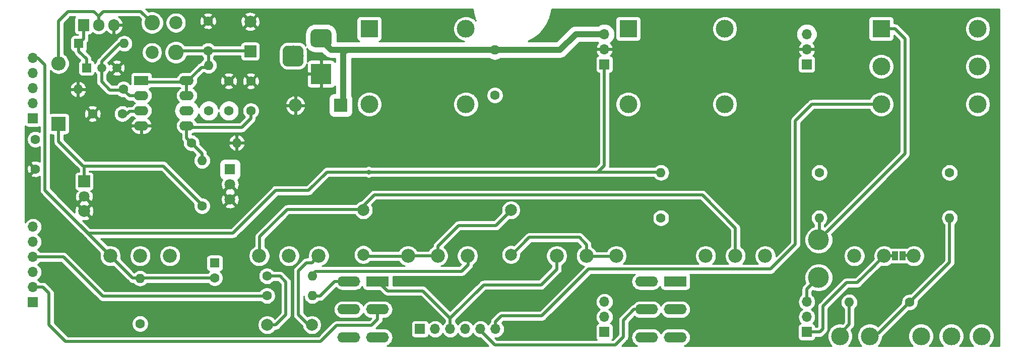
<source format=gtl>
G04 #@! TF.GenerationSoftware,KiCad,Pcbnew,(5.1.0)-1*
G04 #@! TF.CreationDate,2019-04-23T00:00:26+02:00*
G04 #@! TF.ProjectId,pcb_main,7063625f-6d61-4696-9e2e-6b696361645f,RC1*
G04 #@! TF.SameCoordinates,Original*
G04 #@! TF.FileFunction,Copper,L1,Top*
G04 #@! TF.FilePolarity,Positive*
%FSLAX46Y46*%
G04 Gerber Fmt 4.6, Leading zero omitted, Abs format (unit mm)*
G04 Created by KiCad (PCBNEW (5.1.0)-1) date 2019-04-23 00:00:26*
%MOMM*%
%LPD*%
G04 APERTURE LIST*
%ADD10R,1.800000X1.800000*%
%ADD11C,1.800000*%
%ADD12C,3.000000*%
%ADD13R,3.000000X3.000000*%
%ADD14C,1.600000*%
%ADD15R,1.600000X1.600000*%
%ADD16C,2.340000*%
%ADD17R,2.200000X2.200000*%
%ADD18O,2.200000X2.200000*%
%ADD19R,3.500000X3.500000*%
%ADD20C,0.200000*%
%ADD21C,3.500000*%
%ADD22C,2.000000*%
%ADD23R,1.000000X1.500000*%
%ADD24O,1.600000X1.600000*%
%ADD25O,1.700000X1.700000*%
%ADD26R,1.700000X1.700000*%
%ADD27R,2.000000X2.000000*%
%ADD28R,2.400000X2.400000*%
%ADD29O,2.400000X2.400000*%
%ADD30C,1.500000*%
%ADD31R,1.500000X1.500000*%
%ADD32R,1.905000X2.000000*%
%ADD33O,1.905000X2.000000*%
%ADD34R,2.400000X1.600000*%
%ADD35O,2.400000X1.600000*%
%ADD36C,2.600000*%
%ADD37C,2.200000*%
%ADD38R,3.850000X1.730000*%
%ADD39O,3.850000X1.730000*%
%ADD40C,0.800000*%
%ADD41C,1.000000*%
%ADD42C,0.500000*%
%ADD43C,0.254000*%
G04 APERTURE END LIST*
D10*
X90600000Y-131660000D03*
D11*
X90600000Y-134200000D03*
D10*
X115100000Y-129670000D03*
D11*
X115100000Y-132210000D03*
X115100000Y-134750000D03*
D12*
X198230000Y-118700000D03*
X198230000Y-106000000D03*
X182000000Y-118700000D03*
D13*
X182000000Y-106000000D03*
D12*
X154730000Y-118700000D03*
X154730000Y-106000000D03*
X138500000Y-118700000D03*
D13*
X138500000Y-106000000D03*
X224500000Y-106000000D03*
D12*
X224500000Y-118700000D03*
X224500000Y-112350000D03*
X240730000Y-106000000D03*
X240730000Y-118700000D03*
X240730000Y-112350000D03*
D14*
X112540000Y-147910000D03*
D15*
X112540000Y-145410000D03*
D16*
X105000000Y-144200000D03*
X100000000Y-144200000D03*
X95000000Y-144200000D03*
X155000000Y-144200000D03*
X150000000Y-144200000D03*
X145000000Y-144200000D03*
X180000000Y-144200000D03*
X175000000Y-144200000D03*
X170000000Y-144200000D03*
X130000000Y-144200000D03*
X125000000Y-144200000D03*
X120000000Y-144200000D03*
X205000000Y-144200000D03*
X200000000Y-144200000D03*
X195000000Y-144200000D03*
X230000000Y-144200000D03*
X225000000Y-144200000D03*
X220000000Y-144200000D03*
D17*
X133700000Y-118900000D03*
D18*
X126080000Y-118900000D03*
D12*
X222600000Y-157700000D03*
X217600000Y-157700000D03*
D19*
X130400000Y-113600000D03*
D20*
G36*
X131473513Y-106103611D02*
G01*
X131546318Y-106114411D01*
X131617714Y-106132295D01*
X131687013Y-106157090D01*
X131753548Y-106188559D01*
X131816678Y-106226398D01*
X131875795Y-106270242D01*
X131930330Y-106319670D01*
X131979758Y-106374205D01*
X132023602Y-106433322D01*
X132061441Y-106496452D01*
X132092910Y-106562987D01*
X132117705Y-106632286D01*
X132135589Y-106703682D01*
X132146389Y-106776487D01*
X132150000Y-106850000D01*
X132150000Y-108350000D01*
X132146389Y-108423513D01*
X132135589Y-108496318D01*
X132117705Y-108567714D01*
X132092910Y-108637013D01*
X132061441Y-108703548D01*
X132023602Y-108766678D01*
X131979758Y-108825795D01*
X131930330Y-108880330D01*
X131875795Y-108929758D01*
X131816678Y-108973602D01*
X131753548Y-109011441D01*
X131687013Y-109042910D01*
X131617714Y-109067705D01*
X131546318Y-109085589D01*
X131473513Y-109096389D01*
X131400000Y-109100000D01*
X129400000Y-109100000D01*
X129326487Y-109096389D01*
X129253682Y-109085589D01*
X129182286Y-109067705D01*
X129112987Y-109042910D01*
X129046452Y-109011441D01*
X128983322Y-108973602D01*
X128924205Y-108929758D01*
X128869670Y-108880330D01*
X128820242Y-108825795D01*
X128776398Y-108766678D01*
X128738559Y-108703548D01*
X128707090Y-108637013D01*
X128682295Y-108567714D01*
X128664411Y-108496318D01*
X128653611Y-108423513D01*
X128650000Y-108350000D01*
X128650000Y-106850000D01*
X128653611Y-106776487D01*
X128664411Y-106703682D01*
X128682295Y-106632286D01*
X128707090Y-106562987D01*
X128738559Y-106496452D01*
X128776398Y-106433322D01*
X128820242Y-106374205D01*
X128869670Y-106319670D01*
X128924205Y-106270242D01*
X128983322Y-106226398D01*
X129046452Y-106188559D01*
X129112987Y-106157090D01*
X129182286Y-106132295D01*
X129253682Y-106114411D01*
X129326487Y-106103611D01*
X129400000Y-106100000D01*
X131400000Y-106100000D01*
X131473513Y-106103611D01*
X131473513Y-106103611D01*
G37*
D12*
X130400000Y-107600000D03*
D20*
G36*
X126660765Y-108854213D02*
G01*
X126745704Y-108866813D01*
X126828999Y-108887677D01*
X126909848Y-108916605D01*
X126987472Y-108953319D01*
X127061124Y-108997464D01*
X127130094Y-109048616D01*
X127193718Y-109106282D01*
X127251384Y-109169906D01*
X127302536Y-109238876D01*
X127346681Y-109312528D01*
X127383395Y-109390152D01*
X127412323Y-109471001D01*
X127433187Y-109554296D01*
X127445787Y-109639235D01*
X127450000Y-109725000D01*
X127450000Y-111475000D01*
X127445787Y-111560765D01*
X127433187Y-111645704D01*
X127412323Y-111728999D01*
X127383395Y-111809848D01*
X127346681Y-111887472D01*
X127302536Y-111961124D01*
X127251384Y-112030094D01*
X127193718Y-112093718D01*
X127130094Y-112151384D01*
X127061124Y-112202536D01*
X126987472Y-112246681D01*
X126909848Y-112283395D01*
X126828999Y-112312323D01*
X126745704Y-112333187D01*
X126660765Y-112345787D01*
X126575000Y-112350000D01*
X124825000Y-112350000D01*
X124739235Y-112345787D01*
X124654296Y-112333187D01*
X124571001Y-112312323D01*
X124490152Y-112283395D01*
X124412528Y-112246681D01*
X124338876Y-112202536D01*
X124269906Y-112151384D01*
X124206282Y-112093718D01*
X124148616Y-112030094D01*
X124097464Y-111961124D01*
X124053319Y-111887472D01*
X124016605Y-111809848D01*
X123987677Y-111728999D01*
X123966813Y-111645704D01*
X123954213Y-111560765D01*
X123950000Y-111475000D01*
X123950000Y-109725000D01*
X123954213Y-109639235D01*
X123966813Y-109554296D01*
X123987677Y-109471001D01*
X124016605Y-109390152D01*
X124053319Y-109312528D01*
X124097464Y-109238876D01*
X124148616Y-109169906D01*
X124206282Y-109106282D01*
X124269906Y-109048616D01*
X124338876Y-108997464D01*
X124412528Y-108953319D01*
X124490152Y-108916605D01*
X124571001Y-108887677D01*
X124654296Y-108866813D01*
X124739235Y-108854213D01*
X124825000Y-108850000D01*
X126575000Y-108850000D01*
X126660765Y-108854213D01*
X126660765Y-108854213D01*
G37*
D21*
X125700000Y-110600000D03*
X214000000Y-141500000D03*
X214000000Y-147850000D03*
D12*
X231200000Y-157700000D03*
X241360000Y-157700000D03*
X236280000Y-157700000D03*
D22*
X128860000Y-155800000D03*
X121360000Y-155800000D03*
D23*
X226800000Y-144200000D03*
X228100000Y-144200000D03*
D14*
X100000000Y-155600000D03*
D24*
X100000000Y-147980000D03*
D14*
X121300000Y-147600000D03*
D24*
X128920000Y-147600000D03*
D14*
X187500000Y-137820000D03*
D24*
X187500000Y-130200000D03*
X128920000Y-150900000D03*
D14*
X121300000Y-150900000D03*
X229300000Y-152000000D03*
D24*
X219140000Y-152000000D03*
X236000000Y-137820000D03*
D14*
X236000000Y-130200000D03*
X214100000Y-130200000D03*
D24*
X214100000Y-137820000D03*
D25*
X178000000Y-106920000D03*
X178000000Y-109460000D03*
D26*
X178000000Y-112000000D03*
X212000000Y-112000000D03*
D25*
X212000000Y-109460000D03*
X212000000Y-106920000D03*
D26*
X82000000Y-152000000D03*
D25*
X82000000Y-149460000D03*
X82000000Y-146920000D03*
X82000000Y-144380000D03*
X82000000Y-141840000D03*
X82000000Y-139300000D03*
D26*
X212000000Y-157000000D03*
D25*
X212000000Y-154460000D03*
X212000000Y-151920000D03*
X178000000Y-151920000D03*
X178000000Y-154460000D03*
D26*
X178000000Y-157000000D03*
D14*
X114900000Y-114800000D03*
X114900000Y-119800000D03*
D22*
X118500000Y-104800000D03*
D27*
X118500000Y-109800000D03*
D14*
X111400000Y-109700000D03*
X111400000Y-104700000D03*
X97000000Y-120300000D03*
X92000000Y-120300000D03*
X118600000Y-119800000D03*
X118600000Y-114800000D03*
X82400000Y-129600000D03*
X82400000Y-124600000D03*
D27*
X90600000Y-131660000D03*
D22*
X90600000Y-136660000D03*
D15*
X89700000Y-108500000D03*
D24*
X97320000Y-108500000D03*
D28*
X86300000Y-122000000D03*
D29*
X86300000Y-111840000D03*
D30*
X93540000Y-112600000D03*
X96080000Y-112600000D03*
D31*
X91000000Y-112600000D03*
D32*
X90500000Y-105400000D03*
D33*
X93040000Y-105400000D03*
X95580000Y-105400000D03*
D24*
X111500000Y-112180000D03*
D14*
X111500000Y-119800000D03*
D24*
X116220000Y-125200000D03*
D14*
X108600000Y-125200000D03*
X97200000Y-116200000D03*
D24*
X89580000Y-116200000D03*
D14*
X110400000Y-135800000D03*
D24*
X110400000Y-128180000D03*
D34*
X100200000Y-114700000D03*
D35*
X107820000Y-122320000D03*
X100200000Y-117240000D03*
X107820000Y-119780000D03*
X100200000Y-119780000D03*
X107820000Y-117240000D03*
X100200000Y-122320000D03*
X107820000Y-114700000D03*
D36*
X102000000Y-105000000D03*
X106000000Y-110000000D03*
D37*
X106000000Y-105000000D03*
X102000000Y-110000000D03*
D38*
X189900000Y-148500000D03*
D39*
X189900000Y-153200000D03*
X189900000Y-157900000D03*
X185070000Y-153200000D03*
X185070000Y-157900000D03*
X185070000Y-148500000D03*
D26*
X82000000Y-121080000D03*
D25*
X82000000Y-118540000D03*
X82000000Y-116000000D03*
X82000000Y-113460000D03*
X82000000Y-110920000D03*
D38*
X139900000Y-148500000D03*
D39*
X139900000Y-153200000D03*
X139900000Y-157900000D03*
X135070000Y-153200000D03*
X135070000Y-157900000D03*
X135070000Y-148500000D03*
D22*
X162300000Y-144000000D03*
X162300000Y-136500000D03*
X137500000Y-136500000D03*
X137500000Y-144000000D03*
D26*
X147020000Y-156500000D03*
D25*
X149560000Y-156500000D03*
X152100000Y-156500000D03*
X154640000Y-156500000D03*
X157180000Y-156500000D03*
X159720000Y-156500000D03*
D14*
X159600000Y-117200000D03*
D24*
X159600000Y-109580000D03*
D40*
X138400000Y-130100000D03*
D41*
X82000000Y-116000000D02*
X81900000Y-116100000D01*
X170550001Y-109549999D02*
X134700001Y-109549999D01*
X178100000Y-106900000D02*
X173200000Y-106900000D01*
X173200000Y-106900000D02*
X170550001Y-109549999D01*
X134700001Y-109549999D02*
X134449999Y-109549999D01*
X134449999Y-109549999D02*
X132049999Y-109549999D01*
X132049999Y-109549999D02*
X130100000Y-107600000D01*
X134153294Y-118546706D02*
X133800000Y-118900000D01*
X134700001Y-109549999D02*
X134153294Y-110096706D01*
X134153294Y-110096706D02*
X134153294Y-118546706D01*
D42*
X175200000Y-144300000D02*
X175100000Y-144200000D01*
X180000000Y-144300000D02*
X175200000Y-144300000D01*
X175000000Y-144000000D02*
X175000000Y-144300000D01*
X175000000Y-142300000D02*
X175000000Y-144000000D01*
X173800000Y-141100000D02*
X175000000Y-142300000D01*
X165400000Y-141100000D02*
X173800000Y-141100000D01*
X162300000Y-144200000D02*
X165400000Y-141100000D01*
X145000000Y-144200000D02*
X150000000Y-144200000D01*
X137554186Y-144254186D02*
X137500000Y-144200000D01*
X144950000Y-144300000D02*
X144904186Y-144254186D01*
X144904186Y-144254186D02*
X137554186Y-144254186D01*
X150050000Y-142550000D02*
X150050000Y-144150000D01*
X153500000Y-139100000D02*
X150050000Y-142550000D01*
X162400000Y-136500000D02*
X159800000Y-139100000D01*
X159800000Y-139100000D02*
X153500000Y-139100000D01*
X128300000Y-155800000D02*
X128800000Y-155800000D01*
X126600000Y-154100000D02*
X128300000Y-155800000D01*
X126600000Y-146700000D02*
X126600000Y-154100000D01*
X127930001Y-145369999D02*
X126600000Y-146700000D01*
X130000000Y-144200000D02*
X128830001Y-145369999D01*
X128830001Y-145369999D02*
X127930001Y-145369999D01*
X130250000Y-150950000D02*
X131600000Y-149600000D01*
X128870000Y-150950000D02*
X130250000Y-150950000D01*
X131600000Y-149600000D02*
X132700000Y-148500000D01*
X132700000Y-148500000D02*
X135400000Y-148500000D01*
X155100000Y-145700000D02*
X155100000Y-144200000D01*
X154000000Y-146800000D02*
X155100000Y-145700000D01*
X128800000Y-147500000D02*
X129500000Y-146800000D01*
X129500000Y-146800000D02*
X154000000Y-146800000D01*
X200000000Y-144100000D02*
X200100000Y-144200000D01*
X200000000Y-139500000D02*
X200000000Y-144100000D01*
X194450000Y-133950000D02*
X200000000Y-139500000D01*
X119900000Y-144200000D02*
X120100000Y-144000000D01*
X120100000Y-144000000D02*
X120100000Y-141000000D01*
X120100000Y-141000000D02*
X124700000Y-136400000D01*
X124700000Y-136400000D02*
X136900000Y-136400000D01*
X136900000Y-136400000D02*
X139350000Y-133950000D01*
X139350000Y-133950000D02*
X194450000Y-133950000D01*
X104900000Y-144200000D02*
X105000000Y-144100000D01*
X214100000Y-137500000D02*
X214100000Y-141500000D01*
X214100000Y-142700000D02*
X214100000Y-141300000D01*
X219149999Y-155730001D02*
X219149999Y-151999999D01*
X217400000Y-157480000D02*
X219149999Y-155730001D01*
X219149999Y-151999999D02*
X219100000Y-151950000D01*
X215749999Y-139750001D02*
X214000000Y-141500000D01*
X228500000Y-127000000D02*
X215749999Y-139750001D01*
X228500000Y-107700000D02*
X228500000Y-127000000D01*
X224500000Y-106000000D02*
X226800000Y-106000000D01*
X226800000Y-106000000D02*
X228500000Y-107700000D01*
X236000000Y-145300000D02*
X236000000Y-138000000D01*
X236000000Y-145300000D02*
X229300000Y-152000000D01*
X224070000Y-157230000D02*
X222780000Y-157230000D01*
X229300000Y-152000000D02*
X224070000Y-157230000D01*
X122814213Y-155800000D02*
X124500000Y-154114213D01*
X121400000Y-155800000D02*
X122814213Y-155800000D01*
X124500000Y-154114213D02*
X124500000Y-150800000D01*
X124500000Y-150800000D02*
X124500000Y-148600000D01*
X124500000Y-148600000D02*
X123500000Y-147600000D01*
X123500000Y-147600000D02*
X121300000Y-147600000D01*
X82100000Y-147000000D02*
X82000000Y-146900000D01*
X100000000Y-144200000D02*
X99950000Y-144200000D01*
X147000000Y-156500000D02*
X146400000Y-155900000D01*
X82020000Y-144400000D02*
X87100000Y-144400000D01*
X87100000Y-144400000D02*
X93700000Y-151000000D01*
X93700000Y-151000000D02*
X121300000Y-151000000D01*
X212000000Y-151920000D02*
X212000000Y-149800000D01*
X212000000Y-149800000D02*
X214000000Y-147800000D01*
X112255396Y-147954604D02*
X112290000Y-147920000D01*
X104954604Y-147954604D02*
X112255396Y-147954604D01*
X98754604Y-147954604D02*
X104954604Y-147954604D01*
X95000000Y-144200000D02*
X98754604Y-147954604D01*
X82800000Y-110900000D02*
X82000000Y-110900000D01*
X84000000Y-112100000D02*
X82800000Y-110900000D01*
X84000000Y-133150000D02*
X84000000Y-112100000D01*
X95125000Y-144275000D02*
X85625000Y-134775000D01*
X85625000Y-134775000D02*
X84000000Y-133150000D01*
X187450000Y-130200000D02*
X187350000Y-130100000D01*
X187350000Y-130100000D02*
X167500000Y-130100000D01*
X178000000Y-129000000D02*
X178000000Y-112000000D01*
X167500000Y-130100000D02*
X176900000Y-130100000D01*
X176900000Y-130100000D02*
X178000000Y-129000000D01*
X91250000Y-140400000D02*
X85625000Y-134775000D01*
X115600000Y-140400000D02*
X91250000Y-140400000D01*
X122800000Y-133200000D02*
X115600000Y-140400000D01*
X128300000Y-133200000D02*
X122800000Y-133200000D01*
X167500000Y-130100000D02*
X131400000Y-130100000D01*
X131400000Y-130100000D02*
X128300000Y-133200000D01*
X141550000Y-150100000D02*
X140150000Y-148700000D01*
X147500000Y-150100000D02*
X141550000Y-150100000D01*
X152100000Y-156500000D02*
X152100000Y-154700000D01*
X152100000Y-154700000D02*
X147500000Y-150100000D01*
X170000000Y-144100000D02*
X169950000Y-144050000D01*
X170000000Y-146450000D02*
X170000000Y-144100000D01*
X167350000Y-149100000D02*
X170000000Y-146450000D01*
X152100000Y-154700000D02*
X157700000Y-149100000D01*
X157700000Y-149100000D02*
X167350000Y-149100000D01*
X229900000Y-144100000D02*
X230000000Y-144200000D01*
X228200000Y-144100000D02*
X229900000Y-144100000D01*
X230000000Y-144200000D02*
X230100000Y-144100000D01*
X111500000Y-109700000D02*
X118400000Y-109700000D01*
X111500000Y-109700000D02*
X111500000Y-112500000D01*
X111500000Y-112500000D02*
X110300000Y-112500000D01*
X110300000Y-112500000D02*
X107800000Y-115000000D01*
X111500000Y-109700000D02*
X106300000Y-109700000D01*
X100200000Y-115000000D02*
X107800000Y-115000000D01*
X107800000Y-115000000D02*
X107800000Y-117500000D01*
X100100000Y-119900000D02*
X100200000Y-119800000D01*
X98200000Y-119900000D02*
X100100000Y-119900000D01*
X97000000Y-120300000D02*
X97800000Y-120300000D01*
X97800000Y-120300000D02*
X98200000Y-119900000D01*
X118600000Y-121100000D02*
X118600000Y-119800000D01*
X117080000Y-122620000D02*
X118600000Y-121100000D01*
X107820000Y-122620000D02*
X117080000Y-122620000D01*
X108600000Y-125200000D02*
X107820000Y-124420000D01*
X107820000Y-124420000D02*
X107820000Y-122620000D01*
X110400000Y-127000000D02*
X108600000Y-125200000D01*
X110400000Y-128200000D02*
X110400000Y-127000000D01*
X86300000Y-125000000D02*
X86300000Y-121100000D01*
X90400000Y-129100000D02*
X86300000Y-125000000D01*
X103900000Y-129100000D02*
X90400000Y-129100000D01*
X110400000Y-135900000D02*
X110400000Y-135600000D01*
X110400000Y-135600000D02*
X103900000Y-129100000D01*
X90600000Y-131660000D02*
X90600000Y-129200000D01*
X90500000Y-105400000D02*
X90500000Y-107700000D01*
X90500000Y-107700000D02*
X89700000Y-108500000D01*
X89700000Y-109800000D02*
X91000000Y-111100000D01*
X89700000Y-108500000D02*
X89700000Y-109800000D01*
X91000000Y-111100000D02*
X91000000Y-112700000D01*
X93540000Y-111539340D02*
X96579340Y-108500000D01*
X93540000Y-112600000D02*
X93540000Y-111539340D01*
X96579340Y-108500000D02*
X97300000Y-108500000D01*
X97300000Y-108500000D02*
X97200000Y-108500000D01*
X98200000Y-117300000D02*
X100200000Y-117300000D01*
X97200000Y-116300000D02*
X98200000Y-117300000D01*
X94900000Y-116300000D02*
X97200000Y-116300000D01*
X93540000Y-112600000D02*
X93540000Y-114940000D01*
X93540000Y-114940000D02*
X94900000Y-116300000D01*
X93040000Y-103900000D02*
X92240000Y-103100000D01*
X93040000Y-105400000D02*
X93040000Y-103900000D01*
X92240000Y-103100000D02*
X89497498Y-103100000D01*
X89497498Y-103100000D02*
X87900000Y-103100000D01*
X87900000Y-103100000D02*
X86300000Y-104700000D01*
X86300000Y-104700000D02*
X86300000Y-110900000D01*
X86300000Y-110900000D02*
X86300000Y-111000000D01*
X100100000Y-103100000D02*
X102000000Y-105000000D01*
X93040000Y-103900000D02*
X93800000Y-103100000D01*
X93800000Y-103100000D02*
X100100000Y-103100000D01*
X139900000Y-154900000D02*
X139900000Y-153200000D01*
X83660000Y-149460000D02*
X84700000Y-150500000D01*
X138900000Y-155900000D02*
X139900000Y-154900000D01*
X82000000Y-149460000D02*
X83660000Y-149460000D01*
X84700000Y-150500000D02*
X84700000Y-155800000D01*
X84700000Y-155800000D02*
X87500000Y-158600000D01*
X133000000Y-155900000D02*
X138900000Y-155900000D01*
X87500000Y-158600000D02*
X130300000Y-158600000D01*
X130300000Y-158600000D02*
X133000000Y-155900000D01*
X226800000Y-144200000D02*
X225000000Y-144200000D01*
X225000000Y-144200000D02*
X223079999Y-146120001D01*
X223079999Y-146120001D02*
X220500000Y-148700000D01*
X220500000Y-148700000D02*
X218700000Y-148700000D01*
X218700000Y-148700000D02*
X214700000Y-152700000D01*
X214700000Y-152700000D02*
X214700000Y-156500000D01*
X214700000Y-156500000D02*
X214200000Y-157000000D01*
X214200000Y-157000000D02*
X212000000Y-157000000D01*
X159599990Y-159199990D02*
X156900000Y-156500000D01*
X179800010Y-159199990D02*
X159599990Y-159199990D01*
X181200000Y-157800000D02*
X179800010Y-159199990D01*
X181200000Y-154995000D02*
X181200000Y-157800000D01*
X185170000Y-153200000D02*
X182995000Y-153200000D01*
X182995000Y-153200000D02*
X181200000Y-154995000D01*
X159700000Y-155300000D02*
X159700000Y-156500000D01*
X160700000Y-154300000D02*
X159700000Y-155300000D01*
X167500000Y-154300000D02*
X160700000Y-154300000D01*
X212900000Y-118700000D02*
X210100000Y-121500000D01*
X224500000Y-118700000D02*
X212900000Y-118700000D01*
X210100000Y-121500000D02*
X210100000Y-142250000D01*
X210100000Y-142250000D02*
X205931453Y-146418547D01*
X205931453Y-146418547D02*
X175381453Y-146418547D01*
X175381453Y-146418547D02*
X167500000Y-154300000D01*
D43*
G36*
X155925154Y-103197078D02*
G01*
X155934105Y-103243997D01*
X155941913Y-103291165D01*
X155946189Y-103307347D01*
X156208955Y-104254848D01*
X156225449Y-104299678D01*
X156240855Y-104344932D01*
X156247717Y-104360198D01*
X156367418Y-104618072D01*
X156090983Y-104341637D01*
X155741302Y-104107988D01*
X155352756Y-103947047D01*
X154940279Y-103865000D01*
X154519721Y-103865000D01*
X154107244Y-103947047D01*
X153718698Y-104107988D01*
X153369017Y-104341637D01*
X153071637Y-104639017D01*
X152837988Y-104988698D01*
X152677047Y-105377244D01*
X152595000Y-105789721D01*
X152595000Y-106210279D01*
X152677047Y-106622756D01*
X152837988Y-107011302D01*
X153071637Y-107360983D01*
X153369017Y-107658363D01*
X153718698Y-107892012D01*
X154107244Y-108052953D01*
X154459388Y-108122999D01*
X140133755Y-108122999D01*
X140244180Y-108089502D01*
X140354494Y-108030537D01*
X140451185Y-107951185D01*
X140530537Y-107854494D01*
X140589502Y-107744180D01*
X140625812Y-107624482D01*
X140638072Y-107500000D01*
X140638072Y-104500000D01*
X140625812Y-104375518D01*
X140589502Y-104255820D01*
X140530537Y-104145506D01*
X140451185Y-104048815D01*
X140354494Y-103969463D01*
X140244180Y-103910498D01*
X140124482Y-103874188D01*
X140000000Y-103861928D01*
X137000000Y-103861928D01*
X136875518Y-103874188D01*
X136755820Y-103910498D01*
X136645506Y-103969463D01*
X136548815Y-104048815D01*
X136469463Y-104145506D01*
X136410498Y-104255820D01*
X136374188Y-104375518D01*
X136361928Y-104500000D01*
X136361928Y-107500000D01*
X136374188Y-107624482D01*
X136410498Y-107744180D01*
X136469463Y-107854494D01*
X136548815Y-107951185D01*
X136645506Y-108030537D01*
X136755820Y-108089502D01*
X136866245Y-108122999D01*
X134770088Y-108122999D01*
X134700000Y-108116096D01*
X134629912Y-108122999D01*
X133081485Y-108122999D01*
X133081485Y-106850000D01*
X133049176Y-106521959D01*
X132953490Y-106206524D01*
X132798104Y-105915817D01*
X132588989Y-105661011D01*
X132334183Y-105451896D01*
X132043476Y-105296510D01*
X131728041Y-105200824D01*
X131400000Y-105168515D01*
X129400000Y-105168515D01*
X129071959Y-105200824D01*
X128756524Y-105296510D01*
X128465817Y-105451896D01*
X128211011Y-105661011D01*
X128001896Y-105915817D01*
X127846510Y-106206524D01*
X127750824Y-106521959D01*
X127718515Y-106850000D01*
X127718515Y-108350000D01*
X127750824Y-108678041D01*
X127801891Y-108846387D01*
X127644903Y-108655097D01*
X127415618Y-108466927D01*
X127154028Y-108327104D01*
X126870186Y-108241001D01*
X126575000Y-108211928D01*
X124825000Y-108211928D01*
X124529814Y-108241001D01*
X124245972Y-108327104D01*
X123984382Y-108466927D01*
X123755097Y-108655097D01*
X123566927Y-108884382D01*
X123427104Y-109145972D01*
X123341001Y-109429814D01*
X123311928Y-109725000D01*
X123311928Y-111475000D01*
X123341001Y-111770186D01*
X123427104Y-112054028D01*
X123566927Y-112315618D01*
X123755097Y-112544903D01*
X123984382Y-112733073D01*
X124245972Y-112872896D01*
X124529814Y-112958999D01*
X124825000Y-112988072D01*
X126575000Y-112988072D01*
X126870186Y-112958999D01*
X127154028Y-112872896D01*
X127415618Y-112733073D01*
X127644903Y-112544903D01*
X127833073Y-112315618D01*
X127972896Y-112054028D01*
X128012085Y-111924840D01*
X128015000Y-113314250D01*
X128173750Y-113473000D01*
X130273000Y-113473000D01*
X130273000Y-111373750D01*
X130114250Y-111215000D01*
X128650000Y-111211928D01*
X128525518Y-111224188D01*
X128405820Y-111260498D01*
X128295506Y-111319463D01*
X128198815Y-111398815D01*
X128119463Y-111495506D01*
X128078506Y-111572131D01*
X128088072Y-111475000D01*
X128088072Y-109725000D01*
X128058999Y-109429814D01*
X128022402Y-109309169D01*
X128211011Y-109538989D01*
X128465817Y-109748104D01*
X128756524Y-109903490D01*
X129071959Y-109999176D01*
X129400000Y-110031485D01*
X130513402Y-110031485D01*
X130991394Y-110509477D01*
X131036076Y-110563922D01*
X131090521Y-110608604D01*
X131090524Y-110608607D01*
X131188827Y-110689282D01*
X131253365Y-110742247D01*
X131501268Y-110874754D01*
X131770258Y-110956351D01*
X131979901Y-110976999D01*
X131979910Y-110976999D01*
X132049998Y-110983902D01*
X132120086Y-110976999D01*
X132726294Y-110976999D01*
X132726294Y-111581110D01*
X132680537Y-111495506D01*
X132601185Y-111398815D01*
X132504494Y-111319463D01*
X132394180Y-111260498D01*
X132274482Y-111224188D01*
X132150000Y-111211928D01*
X130685750Y-111215000D01*
X130527000Y-111373750D01*
X130527000Y-113473000D01*
X130547000Y-113473000D01*
X130547000Y-113727000D01*
X130527000Y-113727000D01*
X130527000Y-115826250D01*
X130685750Y-115985000D01*
X132150000Y-115988072D01*
X132274482Y-115975812D01*
X132394180Y-115939502D01*
X132504494Y-115880537D01*
X132601185Y-115801185D01*
X132680537Y-115704494D01*
X132726295Y-115618889D01*
X132726295Y-116868515D01*
X132600000Y-116868515D01*
X132418276Y-116886413D01*
X132243536Y-116939420D01*
X132082495Y-117025499D01*
X131941341Y-117141341D01*
X131825499Y-117282495D01*
X131739420Y-117443536D01*
X131686413Y-117618276D01*
X131668515Y-117800000D01*
X131668515Y-120000000D01*
X131686413Y-120181724D01*
X131739420Y-120356464D01*
X131825499Y-120517505D01*
X131941341Y-120658659D01*
X132082495Y-120774501D01*
X132243536Y-120860580D01*
X132418276Y-120913587D01*
X132600000Y-120931485D01*
X134800000Y-120931485D01*
X134981724Y-120913587D01*
X135156464Y-120860580D01*
X135317505Y-120774501D01*
X135458659Y-120658659D01*
X135574501Y-120517505D01*
X135660580Y-120356464D01*
X135713587Y-120181724D01*
X135731485Y-120000000D01*
X135731485Y-118489721D01*
X136365000Y-118489721D01*
X136365000Y-118910279D01*
X136447047Y-119322756D01*
X136607988Y-119711302D01*
X136841637Y-120060983D01*
X137139017Y-120358363D01*
X137488698Y-120592012D01*
X137877244Y-120752953D01*
X138289721Y-120835000D01*
X138710279Y-120835000D01*
X139122756Y-120752953D01*
X139511302Y-120592012D01*
X139860983Y-120358363D01*
X140158363Y-120060983D01*
X140392012Y-119711302D01*
X140552953Y-119322756D01*
X140635000Y-118910279D01*
X140635000Y-118489721D01*
X152595000Y-118489721D01*
X152595000Y-118910279D01*
X152677047Y-119322756D01*
X152837988Y-119711302D01*
X153071637Y-120060983D01*
X153369017Y-120358363D01*
X153718698Y-120592012D01*
X154107244Y-120752953D01*
X154519721Y-120835000D01*
X154940279Y-120835000D01*
X155352756Y-120752953D01*
X155741302Y-120592012D01*
X156090983Y-120358363D01*
X156388363Y-120060983D01*
X156622012Y-119711302D01*
X156782953Y-119322756D01*
X156865000Y-118910279D01*
X156865000Y-118489721D01*
X156782953Y-118077244D01*
X156622012Y-117688698D01*
X156388363Y-117339017D01*
X156108011Y-117058665D01*
X158165000Y-117058665D01*
X158165000Y-117341335D01*
X158220147Y-117618574D01*
X158328320Y-117879727D01*
X158485363Y-118114759D01*
X158685241Y-118314637D01*
X158920273Y-118471680D01*
X159181426Y-118579853D01*
X159458665Y-118635000D01*
X159741335Y-118635000D01*
X160018574Y-118579853D01*
X160279727Y-118471680D01*
X160514759Y-118314637D01*
X160714637Y-118114759D01*
X160871680Y-117879727D01*
X160979853Y-117618574D01*
X161035000Y-117341335D01*
X161035000Y-117058665D01*
X160979853Y-116781426D01*
X160871680Y-116520273D01*
X160714637Y-116285241D01*
X160514759Y-116085363D01*
X160279727Y-115928320D01*
X160018574Y-115820147D01*
X159741335Y-115765000D01*
X159458665Y-115765000D01*
X159181426Y-115820147D01*
X158920273Y-115928320D01*
X158685241Y-116085363D01*
X158485363Y-116285241D01*
X158328320Y-116520273D01*
X158220147Y-116781426D01*
X158165000Y-117058665D01*
X156108011Y-117058665D01*
X156090983Y-117041637D01*
X155741302Y-116807988D01*
X155352756Y-116647047D01*
X154940279Y-116565000D01*
X154519721Y-116565000D01*
X154107244Y-116647047D01*
X153718698Y-116807988D01*
X153369017Y-117041637D01*
X153071637Y-117339017D01*
X152837988Y-117688698D01*
X152677047Y-118077244D01*
X152595000Y-118489721D01*
X140635000Y-118489721D01*
X140552953Y-118077244D01*
X140392012Y-117688698D01*
X140158363Y-117339017D01*
X139860983Y-117041637D01*
X139511302Y-116807988D01*
X139122756Y-116647047D01*
X138710279Y-116565000D01*
X138289721Y-116565000D01*
X137877244Y-116647047D01*
X137488698Y-116807988D01*
X137139017Y-117041637D01*
X136841637Y-117339017D01*
X136607988Y-117688698D01*
X136447047Y-118077244D01*
X136365000Y-118489721D01*
X135731485Y-118489721D01*
X135731485Y-117800000D01*
X135713587Y-117618276D01*
X135660580Y-117443536D01*
X135580294Y-117293333D01*
X135580294Y-110976999D01*
X158579962Y-110976999D01*
X158635888Y-111022896D01*
X158935908Y-111183260D01*
X159261449Y-111282012D01*
X159515159Y-111307000D01*
X159684841Y-111307000D01*
X159938551Y-111282012D01*
X160264092Y-111183260D01*
X160564112Y-111022896D01*
X160620038Y-110976999D01*
X170479913Y-110976999D01*
X170550001Y-110983902D01*
X170620089Y-110976999D01*
X170620099Y-110976999D01*
X170829742Y-110956351D01*
X171098732Y-110874754D01*
X171346635Y-110742247D01*
X171563924Y-110563922D01*
X171608610Y-110509472D01*
X173791083Y-108327000D01*
X176913334Y-108327000D01*
X176984694Y-108385564D01*
X176902412Y-108459731D01*
X176728359Y-108693080D01*
X176603175Y-108955901D01*
X176558524Y-109103110D01*
X176679845Y-109333000D01*
X177873000Y-109333000D01*
X177873000Y-109313000D01*
X178127000Y-109313000D01*
X178127000Y-109333000D01*
X179320155Y-109333000D01*
X179441476Y-109103110D01*
X179396825Y-108955901D01*
X179271641Y-108693080D01*
X179097588Y-108459731D01*
X179015306Y-108385564D01*
X179262608Y-108182608D01*
X179484670Y-107912025D01*
X179649677Y-107603319D01*
X179751288Y-107268353D01*
X179785598Y-106920000D01*
X179751288Y-106571647D01*
X179649677Y-106236681D01*
X179484670Y-105927975D01*
X179262608Y-105657392D01*
X178992025Y-105435330D01*
X178683319Y-105270323D01*
X178348353Y-105168712D01*
X178087296Y-105143000D01*
X177912704Y-105143000D01*
X177651647Y-105168712D01*
X177316681Y-105270323D01*
X177007975Y-105435330D01*
X176962074Y-105473000D01*
X173270090Y-105473000D01*
X173200000Y-105466097D01*
X173129910Y-105473000D01*
X173129902Y-105473000D01*
X172944474Y-105491263D01*
X172920258Y-105493648D01*
X172861623Y-105511435D01*
X172651269Y-105575245D01*
X172431523Y-105692702D01*
X172403366Y-105707752D01*
X172240525Y-105841392D01*
X172240522Y-105841395D01*
X172186077Y-105886077D01*
X172141395Y-105940522D01*
X169958919Y-108122999D01*
X165175295Y-108122999D01*
X165188195Y-108118431D01*
X165231776Y-108098845D01*
X165275837Y-108080324D01*
X165290581Y-108072417D01*
X165290586Y-108072415D01*
X165290590Y-108072412D01*
X166151398Y-107597220D01*
X166191190Y-107570782D01*
X166231637Y-107545311D01*
X166244897Y-107535099D01*
X167016538Y-106925694D01*
X167051470Y-106893120D01*
X167087223Y-106861377D01*
X167098637Y-106849136D01*
X167760385Y-106121885D01*
X167789519Y-106084053D01*
X167819616Y-106046887D01*
X167828877Y-106032946D01*
X168362961Y-105207380D01*
X168385533Y-105165282D01*
X168409147Y-105123715D01*
X168416007Y-105108448D01*
X168680567Y-104500000D01*
X179861928Y-104500000D01*
X179861928Y-107500000D01*
X179874188Y-107624482D01*
X179910498Y-107744180D01*
X179969463Y-107854494D01*
X180048815Y-107951185D01*
X180145506Y-108030537D01*
X180255820Y-108089502D01*
X180375518Y-108125812D01*
X180500000Y-108138072D01*
X183500000Y-108138072D01*
X183624482Y-108125812D01*
X183744180Y-108089502D01*
X183854494Y-108030537D01*
X183951185Y-107951185D01*
X184030537Y-107854494D01*
X184089502Y-107744180D01*
X184125812Y-107624482D01*
X184138072Y-107500000D01*
X184138072Y-105789721D01*
X196095000Y-105789721D01*
X196095000Y-106210279D01*
X196177047Y-106622756D01*
X196337988Y-107011302D01*
X196571637Y-107360983D01*
X196869017Y-107658363D01*
X197218698Y-107892012D01*
X197607244Y-108052953D01*
X198019721Y-108135000D01*
X198440279Y-108135000D01*
X198852756Y-108052953D01*
X199241302Y-107892012D01*
X199590983Y-107658363D01*
X199888363Y-107360983D01*
X200122012Y-107011302D01*
X200159830Y-106920000D01*
X210214402Y-106920000D01*
X210248712Y-107268353D01*
X210350323Y-107603319D01*
X210515330Y-107912025D01*
X210737392Y-108182608D01*
X210984694Y-108385564D01*
X210902412Y-108459731D01*
X210728359Y-108693080D01*
X210603175Y-108955901D01*
X210558524Y-109103110D01*
X210679845Y-109333000D01*
X211873000Y-109333000D01*
X211873000Y-109313000D01*
X212127000Y-109313000D01*
X212127000Y-109333000D01*
X213320155Y-109333000D01*
X213441476Y-109103110D01*
X213396825Y-108955901D01*
X213271641Y-108693080D01*
X213097588Y-108459731D01*
X213015306Y-108385564D01*
X213262608Y-108182608D01*
X213484670Y-107912025D01*
X213649677Y-107603319D01*
X213751288Y-107268353D01*
X213785598Y-106920000D01*
X213751288Y-106571647D01*
X213649677Y-106236681D01*
X213484670Y-105927975D01*
X213262608Y-105657392D01*
X212992025Y-105435330D01*
X212683319Y-105270323D01*
X212348353Y-105168712D01*
X212087296Y-105143000D01*
X211912704Y-105143000D01*
X211651647Y-105168712D01*
X211316681Y-105270323D01*
X211007975Y-105435330D01*
X210737392Y-105657392D01*
X210515330Y-105927975D01*
X210350323Y-106236681D01*
X210248712Y-106571647D01*
X210214402Y-106920000D01*
X200159830Y-106920000D01*
X200282953Y-106622756D01*
X200365000Y-106210279D01*
X200365000Y-105789721D01*
X200282953Y-105377244D01*
X200122012Y-104988698D01*
X199888363Y-104639017D01*
X199590983Y-104341637D01*
X199241302Y-104107988D01*
X198852756Y-103947047D01*
X198440279Y-103865000D01*
X198019721Y-103865000D01*
X197607244Y-103947047D01*
X197218698Y-104107988D01*
X196869017Y-104341637D01*
X196571637Y-104639017D01*
X196337988Y-104988698D01*
X196177047Y-105377244D01*
X196095000Y-105789721D01*
X184138072Y-105789721D01*
X184138072Y-104500000D01*
X184125812Y-104375518D01*
X184089502Y-104255820D01*
X184030537Y-104145506D01*
X183951185Y-104048815D01*
X183854494Y-103969463D01*
X183744180Y-103910498D01*
X183624482Y-103874188D01*
X183500000Y-103861928D01*
X180500000Y-103861928D01*
X180375518Y-103874188D01*
X180255820Y-103910498D01*
X180145506Y-103969463D01*
X180048815Y-104048815D01*
X179969463Y-104145506D01*
X179910498Y-104255820D01*
X179874188Y-104375518D01*
X179861928Y-104500000D01*
X168680567Y-104500000D01*
X168808082Y-104206737D01*
X168823475Y-104161521D01*
X168839983Y-104116652D01*
X168844258Y-104100470D01*
X169083795Y-103146832D01*
X169091598Y-103099702D01*
X169100555Y-103052747D01*
X169102130Y-103036084D01*
X169130994Y-102685000D01*
X244315001Y-102685000D01*
X244315000Y-159315000D01*
X242764346Y-159315000D01*
X243018363Y-159060983D01*
X243252012Y-158711302D01*
X243412953Y-158322756D01*
X243495000Y-157910279D01*
X243495000Y-157489721D01*
X243412953Y-157077244D01*
X243252012Y-156688698D01*
X243018363Y-156339017D01*
X242720983Y-156041637D01*
X242371302Y-155807988D01*
X241982756Y-155647047D01*
X241570279Y-155565000D01*
X241149721Y-155565000D01*
X240737244Y-155647047D01*
X240348698Y-155807988D01*
X239999017Y-156041637D01*
X239701637Y-156339017D01*
X239467988Y-156688698D01*
X239307047Y-157077244D01*
X239225000Y-157489721D01*
X239225000Y-157910279D01*
X239307047Y-158322756D01*
X239467988Y-158711302D01*
X239701637Y-159060983D01*
X239955654Y-159315000D01*
X237684346Y-159315000D01*
X237938363Y-159060983D01*
X238172012Y-158711302D01*
X238332953Y-158322756D01*
X238415000Y-157910279D01*
X238415000Y-157489721D01*
X238332953Y-157077244D01*
X238172012Y-156688698D01*
X237938363Y-156339017D01*
X237640983Y-156041637D01*
X237291302Y-155807988D01*
X236902756Y-155647047D01*
X236490279Y-155565000D01*
X236069721Y-155565000D01*
X235657244Y-155647047D01*
X235268698Y-155807988D01*
X234919017Y-156041637D01*
X234621637Y-156339017D01*
X234387988Y-156688698D01*
X234227047Y-157077244D01*
X234145000Y-157489721D01*
X234145000Y-157910279D01*
X234227047Y-158322756D01*
X234387988Y-158711302D01*
X234621637Y-159060983D01*
X234875654Y-159315000D01*
X232604346Y-159315000D01*
X232858363Y-159060983D01*
X233092012Y-158711302D01*
X233252953Y-158322756D01*
X233335000Y-157910279D01*
X233335000Y-157489721D01*
X233252953Y-157077244D01*
X233092012Y-156688698D01*
X232858363Y-156339017D01*
X232560983Y-156041637D01*
X232211302Y-155807988D01*
X231822756Y-155647047D01*
X231410279Y-155565000D01*
X230989721Y-155565000D01*
X230577244Y-155647047D01*
X230188698Y-155807988D01*
X229839017Y-156041637D01*
X229541637Y-156339017D01*
X229307988Y-156688698D01*
X229147047Y-157077244D01*
X229065000Y-157489721D01*
X229065000Y-157910279D01*
X229147047Y-158322756D01*
X229307988Y-158711302D01*
X229541637Y-159060983D01*
X229795654Y-159315000D01*
X224004346Y-159315000D01*
X224258363Y-159060983D01*
X224492012Y-158711302D01*
X224652953Y-158322756D01*
X224735000Y-157910279D01*
X224735000Y-157816578D01*
X229123561Y-153428017D01*
X229158665Y-153435000D01*
X229441335Y-153435000D01*
X229718574Y-153379853D01*
X229979727Y-153271680D01*
X230214759Y-153114637D01*
X230414637Y-152914759D01*
X230571680Y-152679727D01*
X230679853Y-152418574D01*
X230735000Y-152141335D01*
X230735000Y-151858665D01*
X230728017Y-151823561D01*
X236595051Y-145956528D01*
X236628817Y-145928817D01*
X236670185Y-145878411D01*
X236739411Y-145794059D01*
X236756539Y-145762015D01*
X236821589Y-145640313D01*
X236872195Y-145473490D01*
X236885000Y-145343477D01*
X236885000Y-145343469D01*
X236889281Y-145300000D01*
X236885000Y-145256531D01*
X236885000Y-138950078D01*
X237019608Y-138839608D01*
X237198932Y-138621101D01*
X237332182Y-138371808D01*
X237414236Y-138101309D01*
X237441943Y-137820000D01*
X237414236Y-137538691D01*
X237332182Y-137268192D01*
X237198932Y-137018899D01*
X237019608Y-136800392D01*
X236801101Y-136621068D01*
X236551808Y-136487818D01*
X236281309Y-136405764D01*
X236070492Y-136385000D01*
X235929508Y-136385000D01*
X235718691Y-136405764D01*
X235448192Y-136487818D01*
X235198899Y-136621068D01*
X234980392Y-136800392D01*
X234801068Y-137018899D01*
X234667818Y-137268192D01*
X234585764Y-137538691D01*
X234558057Y-137820000D01*
X234585764Y-138101309D01*
X234667818Y-138371808D01*
X234801068Y-138621101D01*
X234980392Y-138839608D01*
X235115001Y-138950079D01*
X235115000Y-144933421D01*
X229476439Y-150571983D01*
X229441335Y-150565000D01*
X229158665Y-150565000D01*
X228881426Y-150620147D01*
X228620273Y-150728320D01*
X228385241Y-150885363D01*
X228185363Y-151085241D01*
X228028320Y-151320273D01*
X227920147Y-151581426D01*
X227865000Y-151858665D01*
X227865000Y-152141335D01*
X227871983Y-152176439D01*
X223983884Y-156064538D01*
X223960983Y-156041637D01*
X223611302Y-155807988D01*
X223222756Y-155647047D01*
X222810279Y-155565000D01*
X222389721Y-155565000D01*
X221977244Y-155647047D01*
X221588698Y-155807988D01*
X221239017Y-156041637D01*
X220941637Y-156339017D01*
X220707988Y-156688698D01*
X220547047Y-157077244D01*
X220465000Y-157489721D01*
X220465000Y-157910279D01*
X220547047Y-158322756D01*
X220707988Y-158711302D01*
X220941637Y-159060983D01*
X221195654Y-159315000D01*
X219004346Y-159315000D01*
X219258363Y-159060983D01*
X219492012Y-158711302D01*
X219652953Y-158322756D01*
X219735000Y-157910279D01*
X219735000Y-157489721D01*
X219652953Y-157077244D01*
X219492012Y-156688698D01*
X219472333Y-156659246D01*
X219745049Y-156386530D01*
X219778816Y-156358818D01*
X219889410Y-156224060D01*
X219971588Y-156070314D01*
X220022194Y-155903491D01*
X220034999Y-155773478D01*
X220034999Y-155773468D01*
X220039280Y-155730002D01*
X220034999Y-155686536D01*
X220034999Y-153121872D01*
X220159608Y-153019608D01*
X220338932Y-152801101D01*
X220472182Y-152551808D01*
X220554236Y-152281309D01*
X220581943Y-152000000D01*
X220554236Y-151718691D01*
X220472182Y-151448192D01*
X220338932Y-151198899D01*
X220159608Y-150980392D01*
X219941101Y-150801068D01*
X219691808Y-150667818D01*
X219421309Y-150585764D01*
X219210492Y-150565000D01*
X219069508Y-150565000D01*
X218858691Y-150585764D01*
X218588192Y-150667818D01*
X218338899Y-150801068D01*
X218120392Y-150980392D01*
X217941068Y-151198899D01*
X217807818Y-151448192D01*
X217725764Y-151718691D01*
X217698057Y-152000000D01*
X217725764Y-152281309D01*
X217807818Y-152551808D01*
X217941068Y-152801101D01*
X218120392Y-153019608D01*
X218265000Y-153138284D01*
X218264999Y-155363422D01*
X218021422Y-155606999D01*
X217810279Y-155565000D01*
X217389721Y-155565000D01*
X216977244Y-155647047D01*
X216588698Y-155807988D01*
X216239017Y-156041637D01*
X215941637Y-156339017D01*
X215707988Y-156688698D01*
X215547047Y-157077244D01*
X215465000Y-157489721D01*
X215465000Y-157910279D01*
X215547047Y-158322756D01*
X215707988Y-158711302D01*
X215941637Y-159060983D01*
X216195654Y-159315000D01*
X191462708Y-159315000D01*
X191536802Y-159292524D01*
X191797387Y-159153238D01*
X192025792Y-158965792D01*
X192213238Y-158737387D01*
X192352524Y-158476802D01*
X192438295Y-158194051D01*
X192467257Y-157900000D01*
X192438295Y-157605949D01*
X192352524Y-157323198D01*
X192213238Y-157062613D01*
X192025792Y-156834208D01*
X191797387Y-156646762D01*
X191536802Y-156507476D01*
X191254051Y-156421705D01*
X191033680Y-156400000D01*
X188766320Y-156400000D01*
X188545949Y-156421705D01*
X188263198Y-156507476D01*
X188002613Y-156646762D01*
X187774208Y-156834208D01*
X187586762Y-157062613D01*
X187485000Y-157252996D01*
X187383238Y-157062613D01*
X187195792Y-156834208D01*
X186967387Y-156646762D01*
X186706802Y-156507476D01*
X186424051Y-156421705D01*
X186203680Y-156400000D01*
X183936320Y-156400000D01*
X183715949Y-156421705D01*
X183433198Y-156507476D01*
X183172613Y-156646762D01*
X182944208Y-156834208D01*
X182756762Y-157062613D01*
X182617476Y-157323198D01*
X182531705Y-157605949D01*
X182502743Y-157900000D01*
X182531705Y-158194051D01*
X182617476Y-158476802D01*
X182756762Y-158737387D01*
X182944208Y-158965792D01*
X183172613Y-159153238D01*
X183433198Y-159292524D01*
X183507292Y-159315000D01*
X180936578Y-159315000D01*
X181795049Y-158456530D01*
X181828817Y-158428817D01*
X181877678Y-158369281D01*
X181939411Y-158294059D01*
X181957783Y-158259687D01*
X182021589Y-158140313D01*
X182072195Y-157973490D01*
X182085000Y-157843477D01*
X182085000Y-157843469D01*
X182089281Y-157800000D01*
X182085000Y-157756531D01*
X182085000Y-155361578D01*
X183074148Y-154372431D01*
X183172613Y-154453238D01*
X183433198Y-154592524D01*
X183715949Y-154678295D01*
X183936320Y-154700000D01*
X186203680Y-154700000D01*
X186424051Y-154678295D01*
X186706802Y-154592524D01*
X186967387Y-154453238D01*
X187195792Y-154265792D01*
X187383238Y-154037387D01*
X187485000Y-153847004D01*
X187586762Y-154037387D01*
X187774208Y-154265792D01*
X188002613Y-154453238D01*
X188263198Y-154592524D01*
X188545949Y-154678295D01*
X188766320Y-154700000D01*
X191033680Y-154700000D01*
X191254051Y-154678295D01*
X191536802Y-154592524D01*
X191797387Y-154453238D01*
X192025792Y-154265792D01*
X192213238Y-154037387D01*
X192352524Y-153776802D01*
X192438295Y-153494051D01*
X192467257Y-153200000D01*
X192438295Y-152905949D01*
X192352524Y-152623198D01*
X192213238Y-152362613D01*
X192025792Y-152134208D01*
X191797387Y-151946762D01*
X191747319Y-151920000D01*
X210507815Y-151920000D01*
X210536487Y-152211111D01*
X210621401Y-152491034D01*
X210759294Y-152749014D01*
X210944866Y-152975134D01*
X211170986Y-153160706D01*
X211225791Y-153190000D01*
X211170986Y-153219294D01*
X210944866Y-153404866D01*
X210759294Y-153630986D01*
X210621401Y-153888966D01*
X210536487Y-154168889D01*
X210507815Y-154460000D01*
X210536487Y-154751111D01*
X210621401Y-155031034D01*
X210759294Y-155289014D01*
X210944866Y-155515134D01*
X210974687Y-155539607D01*
X210905820Y-155560498D01*
X210795506Y-155619463D01*
X210698815Y-155698815D01*
X210619463Y-155795506D01*
X210560498Y-155905820D01*
X210524188Y-156025518D01*
X210511928Y-156150000D01*
X210511928Y-157850000D01*
X210524188Y-157974482D01*
X210560498Y-158094180D01*
X210619463Y-158204494D01*
X210698815Y-158301185D01*
X210795506Y-158380537D01*
X210905820Y-158439502D01*
X211025518Y-158475812D01*
X211150000Y-158488072D01*
X212850000Y-158488072D01*
X212974482Y-158475812D01*
X213094180Y-158439502D01*
X213204494Y-158380537D01*
X213301185Y-158301185D01*
X213380537Y-158204494D01*
X213439502Y-158094180D01*
X213475812Y-157974482D01*
X213484625Y-157885000D01*
X214156531Y-157885000D01*
X214200000Y-157889281D01*
X214243469Y-157885000D01*
X214243477Y-157885000D01*
X214373490Y-157872195D01*
X214540313Y-157821589D01*
X214694059Y-157739411D01*
X214828817Y-157628817D01*
X214856534Y-157595044D01*
X215295046Y-157156532D01*
X215328817Y-157128817D01*
X215439411Y-156994059D01*
X215521589Y-156840313D01*
X215572195Y-156673490D01*
X215585000Y-156543477D01*
X215585000Y-156543469D01*
X215589281Y-156500000D01*
X215585000Y-156456531D01*
X215585000Y-153066578D01*
X219066579Y-149585000D01*
X220456531Y-149585000D01*
X220500000Y-149589281D01*
X220543469Y-149585000D01*
X220543477Y-149585000D01*
X220673490Y-149572195D01*
X220840313Y-149521589D01*
X220994059Y-149439411D01*
X221128817Y-149328817D01*
X221156534Y-149295044D01*
X223736531Y-146715048D01*
X223736535Y-146715043D01*
X224508902Y-145942677D01*
X224822223Y-146005000D01*
X225177777Y-146005000D01*
X225526499Y-145935635D01*
X225854988Y-145799571D01*
X226150621Y-145602035D01*
X226176725Y-145575931D01*
X226300000Y-145588072D01*
X227300000Y-145588072D01*
X227424482Y-145575812D01*
X227450000Y-145568071D01*
X227475518Y-145575812D01*
X227600000Y-145588072D01*
X228600000Y-145588072D01*
X228724482Y-145575812D01*
X228800190Y-145552846D01*
X228849379Y-145602035D01*
X229145012Y-145799571D01*
X229473501Y-145935635D01*
X229822223Y-146005000D01*
X230177777Y-146005000D01*
X230526499Y-145935635D01*
X230854988Y-145799571D01*
X231150621Y-145602035D01*
X231402035Y-145350621D01*
X231599571Y-145054988D01*
X231735635Y-144726499D01*
X231805000Y-144377777D01*
X231805000Y-144022223D01*
X231735635Y-143673501D01*
X231599571Y-143345012D01*
X231402035Y-143049379D01*
X231150621Y-142797965D01*
X230854988Y-142600429D01*
X230526499Y-142464365D01*
X230177777Y-142395000D01*
X229822223Y-142395000D01*
X229473501Y-142464365D01*
X229145012Y-142600429D01*
X228849379Y-142797965D01*
X228800190Y-142847154D01*
X228724482Y-142824188D01*
X228600000Y-142811928D01*
X227600000Y-142811928D01*
X227475518Y-142824188D01*
X227450000Y-142831929D01*
X227424482Y-142824188D01*
X227300000Y-142811928D01*
X226300000Y-142811928D01*
X226176725Y-142824069D01*
X226150621Y-142797965D01*
X225854988Y-142600429D01*
X225526499Y-142464365D01*
X225177777Y-142395000D01*
X224822223Y-142395000D01*
X224473501Y-142464365D01*
X224145012Y-142600429D01*
X223849379Y-142797965D01*
X223597965Y-143049379D01*
X223400429Y-143345012D01*
X223264365Y-143673501D01*
X223195000Y-144022223D01*
X223195000Y-144377777D01*
X223257323Y-144691098D01*
X222484957Y-145463465D01*
X222484952Y-145463469D01*
X220133422Y-147815000D01*
X218743465Y-147815000D01*
X218699999Y-147810719D01*
X218656533Y-147815000D01*
X218656523Y-147815000D01*
X218526510Y-147827805D01*
X218359687Y-147878411D01*
X218205941Y-147960589D01*
X218205939Y-147960590D01*
X218205940Y-147960590D01*
X218104953Y-148043468D01*
X218104951Y-148043470D01*
X218071183Y-148071183D01*
X218043470Y-148104951D01*
X214104956Y-152043466D01*
X214071183Y-152071183D01*
X213960589Y-152205942D01*
X213878411Y-152359688D01*
X213827805Y-152526511D01*
X213815000Y-152656524D01*
X213815000Y-152656531D01*
X213810719Y-152700000D01*
X213815000Y-152743469D01*
X213815001Y-156115000D01*
X213484625Y-156115000D01*
X213475812Y-156025518D01*
X213439502Y-155905820D01*
X213380537Y-155795506D01*
X213301185Y-155698815D01*
X213204494Y-155619463D01*
X213094180Y-155560498D01*
X213025313Y-155539607D01*
X213055134Y-155515134D01*
X213240706Y-155289014D01*
X213378599Y-155031034D01*
X213463513Y-154751111D01*
X213492185Y-154460000D01*
X213463513Y-154168889D01*
X213378599Y-153888966D01*
X213240706Y-153630986D01*
X213055134Y-153404866D01*
X212829014Y-153219294D01*
X212774209Y-153190000D01*
X212829014Y-153160706D01*
X213055134Y-152975134D01*
X213240706Y-152749014D01*
X213378599Y-152491034D01*
X213463513Y-152211111D01*
X213492185Y-151920000D01*
X213463513Y-151628889D01*
X213378599Y-151348966D01*
X213240706Y-151090986D01*
X213055134Y-150864866D01*
X212885000Y-150725241D01*
X212885000Y-150166578D01*
X213024244Y-150027334D01*
X213304321Y-150143346D01*
X213765098Y-150235000D01*
X214234902Y-150235000D01*
X214695679Y-150143346D01*
X215129721Y-149963560D01*
X215520349Y-149702550D01*
X215852550Y-149370349D01*
X216113560Y-148979721D01*
X216293346Y-148545679D01*
X216385000Y-148084902D01*
X216385000Y-147615098D01*
X216293346Y-147154321D01*
X216113560Y-146720279D01*
X215852550Y-146329651D01*
X215520349Y-145997450D01*
X215129721Y-145736440D01*
X214695679Y-145556654D01*
X214234902Y-145465000D01*
X213765098Y-145465000D01*
X213304321Y-145556654D01*
X212870279Y-145736440D01*
X212479651Y-145997450D01*
X212147450Y-146329651D01*
X211886440Y-146720279D01*
X211706654Y-147154321D01*
X211615000Y-147615098D01*
X211615000Y-148084902D01*
X211706654Y-148545679D01*
X211793376Y-148755045D01*
X211404951Y-149143471D01*
X211371184Y-149171183D01*
X211343471Y-149204951D01*
X211343468Y-149204954D01*
X211260590Y-149305941D01*
X211178412Y-149459687D01*
X211127805Y-149626510D01*
X211110719Y-149800000D01*
X211115001Y-149843479D01*
X211115001Y-150725240D01*
X210944866Y-150864866D01*
X210759294Y-151090986D01*
X210621401Y-151348966D01*
X210536487Y-151628889D01*
X210507815Y-151920000D01*
X191747319Y-151920000D01*
X191536802Y-151807476D01*
X191254051Y-151721705D01*
X191033680Y-151700000D01*
X188766320Y-151700000D01*
X188545949Y-151721705D01*
X188263198Y-151807476D01*
X188002613Y-151946762D01*
X187774208Y-152134208D01*
X187586762Y-152362613D01*
X187485000Y-152552996D01*
X187383238Y-152362613D01*
X187195792Y-152134208D01*
X186967387Y-151946762D01*
X186706802Y-151807476D01*
X186424051Y-151721705D01*
X186203680Y-151700000D01*
X183936320Y-151700000D01*
X183715949Y-151721705D01*
X183433198Y-151807476D01*
X183172613Y-151946762D01*
X182944208Y-152134208D01*
X182773335Y-152342419D01*
X182654687Y-152378411D01*
X182500941Y-152460589D01*
X182500939Y-152460590D01*
X182500940Y-152460590D01*
X182399953Y-152543468D01*
X182399951Y-152543470D01*
X182366183Y-152571183D01*
X182338470Y-152604951D01*
X180604956Y-154338466D01*
X180571183Y-154366183D01*
X180460589Y-154500942D01*
X180378411Y-154654688D01*
X180364666Y-154699999D01*
X180336133Y-154794059D01*
X180327805Y-154821511D01*
X180315000Y-154951524D01*
X180315000Y-154951531D01*
X180310719Y-154995000D01*
X180315000Y-155038469D01*
X180315001Y-157433420D01*
X179433432Y-158314990D01*
X179284364Y-158314990D01*
X179301185Y-158301185D01*
X179380537Y-158204494D01*
X179439502Y-158094180D01*
X179475812Y-157974482D01*
X179488072Y-157850000D01*
X179488072Y-156150000D01*
X179475812Y-156025518D01*
X179439502Y-155905820D01*
X179380537Y-155795506D01*
X179301185Y-155698815D01*
X179204494Y-155619463D01*
X179094180Y-155560498D01*
X179025313Y-155539607D01*
X179055134Y-155515134D01*
X179240706Y-155289014D01*
X179378599Y-155031034D01*
X179463513Y-154751111D01*
X179492185Y-154460000D01*
X179463513Y-154168889D01*
X179378599Y-153888966D01*
X179240706Y-153630986D01*
X179055134Y-153404866D01*
X178829014Y-153219294D01*
X178774209Y-153190000D01*
X178829014Y-153160706D01*
X179055134Y-152975134D01*
X179240706Y-152749014D01*
X179378599Y-152491034D01*
X179463513Y-152211111D01*
X179492185Y-151920000D01*
X179463513Y-151628889D01*
X179378599Y-151348966D01*
X179240706Y-151090986D01*
X179055134Y-150864866D01*
X178829014Y-150679294D01*
X178571034Y-150541401D01*
X178291111Y-150456487D01*
X178072950Y-150435000D01*
X177927050Y-150435000D01*
X177708889Y-150456487D01*
X177428966Y-150541401D01*
X177170986Y-150679294D01*
X176944866Y-150864866D01*
X176759294Y-151090986D01*
X176621401Y-151348966D01*
X176536487Y-151628889D01*
X176507815Y-151920000D01*
X176536487Y-152211111D01*
X176621401Y-152491034D01*
X176759294Y-152749014D01*
X176944866Y-152975134D01*
X177170986Y-153160706D01*
X177225791Y-153190000D01*
X177170986Y-153219294D01*
X176944866Y-153404866D01*
X176759294Y-153630986D01*
X176621401Y-153888966D01*
X176536487Y-154168889D01*
X176507815Y-154460000D01*
X176536487Y-154751111D01*
X176621401Y-155031034D01*
X176759294Y-155289014D01*
X176944866Y-155515134D01*
X176974687Y-155539607D01*
X176905820Y-155560498D01*
X176795506Y-155619463D01*
X176698815Y-155698815D01*
X176619463Y-155795506D01*
X176560498Y-155905820D01*
X176524188Y-156025518D01*
X176511928Y-156150000D01*
X176511928Y-157850000D01*
X176524188Y-157974482D01*
X176560498Y-158094180D01*
X176619463Y-158204494D01*
X176698815Y-158301185D01*
X176715636Y-158314990D01*
X159966569Y-158314990D01*
X159635435Y-157983856D01*
X159647050Y-157985000D01*
X159792950Y-157985000D01*
X160011111Y-157963513D01*
X160291034Y-157878599D01*
X160549014Y-157740706D01*
X160775134Y-157555134D01*
X160960706Y-157329014D01*
X161098599Y-157071034D01*
X161183513Y-156791111D01*
X161212185Y-156500000D01*
X161183513Y-156208889D01*
X161098599Y-155928966D01*
X160960706Y-155670986D01*
X160789368Y-155462210D01*
X161066579Y-155185000D01*
X167456531Y-155185000D01*
X167500000Y-155189281D01*
X167543469Y-155185000D01*
X167543477Y-155185000D01*
X167673490Y-155172195D01*
X167840313Y-155121589D01*
X167994059Y-155039411D01*
X168128817Y-154928817D01*
X168156534Y-154895044D01*
X175748032Y-147303547D01*
X183103420Y-147303547D01*
X182944208Y-147434208D01*
X182756762Y-147662613D01*
X182617476Y-147923198D01*
X182531705Y-148205949D01*
X182502743Y-148500000D01*
X182531705Y-148794051D01*
X182617476Y-149076802D01*
X182756762Y-149337387D01*
X182944208Y-149565792D01*
X183172613Y-149753238D01*
X183433198Y-149892524D01*
X183715949Y-149978295D01*
X183936320Y-150000000D01*
X186203680Y-150000000D01*
X186424051Y-149978295D01*
X186706802Y-149892524D01*
X186967387Y-149753238D01*
X187195792Y-149565792D01*
X187339462Y-149390729D01*
X187349188Y-149489482D01*
X187385498Y-149609180D01*
X187444463Y-149719494D01*
X187523815Y-149816185D01*
X187620506Y-149895537D01*
X187730820Y-149954502D01*
X187850518Y-149990812D01*
X187975000Y-150003072D01*
X191825000Y-150003072D01*
X191949482Y-149990812D01*
X192069180Y-149954502D01*
X192179494Y-149895537D01*
X192276185Y-149816185D01*
X192355537Y-149719494D01*
X192414502Y-149609180D01*
X192450812Y-149489482D01*
X192463072Y-149365000D01*
X192463072Y-147635000D01*
X192450812Y-147510518D01*
X192414502Y-147390820D01*
X192367853Y-147303547D01*
X205887984Y-147303547D01*
X205931453Y-147307828D01*
X205974922Y-147303547D01*
X205974930Y-147303547D01*
X206104943Y-147290742D01*
X206271766Y-147240136D01*
X206425512Y-147157958D01*
X206560270Y-147047364D01*
X206587987Y-147013591D01*
X209579355Y-144022223D01*
X218195000Y-144022223D01*
X218195000Y-144377777D01*
X218264365Y-144726499D01*
X218400429Y-145054988D01*
X218597965Y-145350621D01*
X218849379Y-145602035D01*
X219145012Y-145799571D01*
X219473501Y-145935635D01*
X219822223Y-146005000D01*
X220177777Y-146005000D01*
X220526499Y-145935635D01*
X220854988Y-145799571D01*
X221150621Y-145602035D01*
X221402035Y-145350621D01*
X221599571Y-145054988D01*
X221735635Y-144726499D01*
X221805000Y-144377777D01*
X221805000Y-144022223D01*
X221735635Y-143673501D01*
X221599571Y-143345012D01*
X221402035Y-143049379D01*
X221150621Y-142797965D01*
X220854988Y-142600429D01*
X220526499Y-142464365D01*
X220177777Y-142395000D01*
X219822223Y-142395000D01*
X219473501Y-142464365D01*
X219145012Y-142600429D01*
X218849379Y-142797965D01*
X218597965Y-143049379D01*
X218400429Y-143345012D01*
X218264365Y-143673501D01*
X218195000Y-144022223D01*
X209579355Y-144022223D01*
X210695049Y-142906530D01*
X210728817Y-142878817D01*
X210773651Y-142824188D01*
X210839411Y-142744059D01*
X210879523Y-142669014D01*
X210921589Y-142590313D01*
X210972195Y-142423490D01*
X210985000Y-142293477D01*
X210985000Y-142293469D01*
X210989281Y-142250000D01*
X210985000Y-142206531D01*
X210985000Y-141265098D01*
X211615000Y-141265098D01*
X211615000Y-141734902D01*
X211706654Y-142195679D01*
X211886440Y-142629721D01*
X212147450Y-143020349D01*
X212479651Y-143352550D01*
X212870279Y-143613560D01*
X213304321Y-143793346D01*
X213765098Y-143885000D01*
X214234902Y-143885000D01*
X214695679Y-143793346D01*
X215129721Y-143613560D01*
X215520349Y-143352550D01*
X215852550Y-143020349D01*
X216113560Y-142629721D01*
X216293346Y-142195679D01*
X216385000Y-141734902D01*
X216385000Y-141265098D01*
X216293346Y-140804321D01*
X216191979Y-140559600D01*
X216406531Y-140345048D01*
X216406536Y-140345042D01*
X226692913Y-130058665D01*
X234565000Y-130058665D01*
X234565000Y-130341335D01*
X234620147Y-130618574D01*
X234728320Y-130879727D01*
X234885363Y-131114759D01*
X235085241Y-131314637D01*
X235320273Y-131471680D01*
X235581426Y-131579853D01*
X235858665Y-131635000D01*
X236141335Y-131635000D01*
X236418574Y-131579853D01*
X236679727Y-131471680D01*
X236914759Y-131314637D01*
X237114637Y-131114759D01*
X237271680Y-130879727D01*
X237379853Y-130618574D01*
X237435000Y-130341335D01*
X237435000Y-130058665D01*
X237379853Y-129781426D01*
X237271680Y-129520273D01*
X237114637Y-129285241D01*
X236914759Y-129085363D01*
X236679727Y-128928320D01*
X236418574Y-128820147D01*
X236141335Y-128765000D01*
X235858665Y-128765000D01*
X235581426Y-128820147D01*
X235320273Y-128928320D01*
X235085241Y-129085363D01*
X234885363Y-129285241D01*
X234728320Y-129520273D01*
X234620147Y-129781426D01*
X234565000Y-130058665D01*
X226692913Y-130058665D01*
X229095049Y-127656530D01*
X229128817Y-127628817D01*
X229239411Y-127494059D01*
X229321589Y-127340313D01*
X229372195Y-127173490D01*
X229385000Y-127043477D01*
X229385000Y-127043467D01*
X229389281Y-127000001D01*
X229385000Y-126956535D01*
X229385000Y-118489721D01*
X238595000Y-118489721D01*
X238595000Y-118910279D01*
X238677047Y-119322756D01*
X238837988Y-119711302D01*
X239071637Y-120060983D01*
X239369017Y-120358363D01*
X239718698Y-120592012D01*
X240107244Y-120752953D01*
X240519721Y-120835000D01*
X240940279Y-120835000D01*
X241352756Y-120752953D01*
X241741302Y-120592012D01*
X242090983Y-120358363D01*
X242388363Y-120060983D01*
X242622012Y-119711302D01*
X242782953Y-119322756D01*
X242865000Y-118910279D01*
X242865000Y-118489721D01*
X242782953Y-118077244D01*
X242622012Y-117688698D01*
X242388363Y-117339017D01*
X242090983Y-117041637D01*
X241741302Y-116807988D01*
X241352756Y-116647047D01*
X240940279Y-116565000D01*
X240519721Y-116565000D01*
X240107244Y-116647047D01*
X239718698Y-116807988D01*
X239369017Y-117041637D01*
X239071637Y-117339017D01*
X238837988Y-117688698D01*
X238677047Y-118077244D01*
X238595000Y-118489721D01*
X229385000Y-118489721D01*
X229385000Y-112139721D01*
X238595000Y-112139721D01*
X238595000Y-112560279D01*
X238677047Y-112972756D01*
X238837988Y-113361302D01*
X239071637Y-113710983D01*
X239369017Y-114008363D01*
X239718698Y-114242012D01*
X240107244Y-114402953D01*
X240519721Y-114485000D01*
X240940279Y-114485000D01*
X241352756Y-114402953D01*
X241741302Y-114242012D01*
X242090983Y-114008363D01*
X242388363Y-113710983D01*
X242622012Y-113361302D01*
X242782953Y-112972756D01*
X242865000Y-112560279D01*
X242865000Y-112139721D01*
X242782953Y-111727244D01*
X242622012Y-111338698D01*
X242388363Y-110989017D01*
X242090983Y-110691637D01*
X241741302Y-110457988D01*
X241352756Y-110297047D01*
X240940279Y-110215000D01*
X240519721Y-110215000D01*
X240107244Y-110297047D01*
X239718698Y-110457988D01*
X239369017Y-110691637D01*
X239071637Y-110989017D01*
X238837988Y-111338698D01*
X238677047Y-111727244D01*
X238595000Y-112139721D01*
X229385000Y-112139721D01*
X229385000Y-107743466D01*
X229389281Y-107699999D01*
X229385000Y-107656533D01*
X229385000Y-107656523D01*
X229372195Y-107526510D01*
X229321589Y-107359687D01*
X229239411Y-107205941D01*
X229179785Y-107133287D01*
X229156532Y-107104953D01*
X229156530Y-107104951D01*
X229128817Y-107071183D01*
X229095050Y-107043471D01*
X227841300Y-105789721D01*
X238595000Y-105789721D01*
X238595000Y-106210279D01*
X238677047Y-106622756D01*
X238837988Y-107011302D01*
X239071637Y-107360983D01*
X239369017Y-107658363D01*
X239718698Y-107892012D01*
X240107244Y-108052953D01*
X240519721Y-108135000D01*
X240940279Y-108135000D01*
X241352756Y-108052953D01*
X241741302Y-107892012D01*
X242090983Y-107658363D01*
X242388363Y-107360983D01*
X242622012Y-107011302D01*
X242782953Y-106622756D01*
X242865000Y-106210279D01*
X242865000Y-105789721D01*
X242782953Y-105377244D01*
X242622012Y-104988698D01*
X242388363Y-104639017D01*
X242090983Y-104341637D01*
X241741302Y-104107988D01*
X241352756Y-103947047D01*
X240940279Y-103865000D01*
X240519721Y-103865000D01*
X240107244Y-103947047D01*
X239718698Y-104107988D01*
X239369017Y-104341637D01*
X239071637Y-104639017D01*
X238837988Y-104988698D01*
X238677047Y-105377244D01*
X238595000Y-105789721D01*
X227841300Y-105789721D01*
X227456534Y-105404956D01*
X227428817Y-105371183D01*
X227294059Y-105260589D01*
X227140313Y-105178411D01*
X226973490Y-105127805D01*
X226843477Y-105115000D01*
X226843469Y-105115000D01*
X226800000Y-105110719D01*
X226756531Y-105115000D01*
X226638072Y-105115000D01*
X226638072Y-104500000D01*
X226625812Y-104375518D01*
X226589502Y-104255820D01*
X226530537Y-104145506D01*
X226451185Y-104048815D01*
X226354494Y-103969463D01*
X226244180Y-103910498D01*
X226124482Y-103874188D01*
X226000000Y-103861928D01*
X223000000Y-103861928D01*
X222875518Y-103874188D01*
X222755820Y-103910498D01*
X222645506Y-103969463D01*
X222548815Y-104048815D01*
X222469463Y-104145506D01*
X222410498Y-104255820D01*
X222374188Y-104375518D01*
X222361928Y-104500000D01*
X222361928Y-107500000D01*
X222374188Y-107624482D01*
X222410498Y-107744180D01*
X222469463Y-107854494D01*
X222548815Y-107951185D01*
X222645506Y-108030537D01*
X222755820Y-108089502D01*
X222875518Y-108125812D01*
X223000000Y-108138072D01*
X226000000Y-108138072D01*
X226124482Y-108125812D01*
X226244180Y-108089502D01*
X226354494Y-108030537D01*
X226451185Y-107951185D01*
X226530537Y-107854494D01*
X226589502Y-107744180D01*
X226625812Y-107624482D01*
X226638072Y-107500000D01*
X226638072Y-107089650D01*
X227615000Y-108066579D01*
X227615001Y-126633420D01*
X215154958Y-139093464D01*
X215154952Y-139093469D01*
X214985000Y-139263421D01*
X214985000Y-138950078D01*
X215119608Y-138839608D01*
X215298932Y-138621101D01*
X215432182Y-138371808D01*
X215514236Y-138101309D01*
X215541943Y-137820000D01*
X215514236Y-137538691D01*
X215432182Y-137268192D01*
X215298932Y-137018899D01*
X215119608Y-136800392D01*
X214901101Y-136621068D01*
X214651808Y-136487818D01*
X214381309Y-136405764D01*
X214170492Y-136385000D01*
X214029508Y-136385000D01*
X213818691Y-136405764D01*
X213548192Y-136487818D01*
X213298899Y-136621068D01*
X213080392Y-136800392D01*
X212901068Y-137018899D01*
X212767818Y-137268192D01*
X212685764Y-137538691D01*
X212658057Y-137820000D01*
X212685764Y-138101309D01*
X212767818Y-138371808D01*
X212901068Y-138621101D01*
X213080392Y-138839608D01*
X213215000Y-138950078D01*
X213215000Y-139243652D01*
X212870279Y-139386440D01*
X212479651Y-139647450D01*
X212147450Y-139979651D01*
X211886440Y-140370279D01*
X211706654Y-140804321D01*
X211615000Y-141265098D01*
X210985000Y-141265098D01*
X210985000Y-130058665D01*
X212665000Y-130058665D01*
X212665000Y-130341335D01*
X212720147Y-130618574D01*
X212828320Y-130879727D01*
X212985363Y-131114759D01*
X213185241Y-131314637D01*
X213420273Y-131471680D01*
X213681426Y-131579853D01*
X213958665Y-131635000D01*
X214241335Y-131635000D01*
X214518574Y-131579853D01*
X214779727Y-131471680D01*
X215014759Y-131314637D01*
X215214637Y-131114759D01*
X215371680Y-130879727D01*
X215479853Y-130618574D01*
X215535000Y-130341335D01*
X215535000Y-130058665D01*
X215479853Y-129781426D01*
X215371680Y-129520273D01*
X215214637Y-129285241D01*
X215014759Y-129085363D01*
X214779727Y-128928320D01*
X214518574Y-128820147D01*
X214241335Y-128765000D01*
X213958665Y-128765000D01*
X213681426Y-128820147D01*
X213420273Y-128928320D01*
X213185241Y-129085363D01*
X212985363Y-129285241D01*
X212828320Y-129520273D01*
X212720147Y-129781426D01*
X212665000Y-130058665D01*
X210985000Y-130058665D01*
X210985000Y-121866578D01*
X213266579Y-119585000D01*
X222555672Y-119585000D01*
X222607988Y-119711302D01*
X222841637Y-120060983D01*
X223139017Y-120358363D01*
X223488698Y-120592012D01*
X223877244Y-120752953D01*
X224289721Y-120835000D01*
X224710279Y-120835000D01*
X225122756Y-120752953D01*
X225511302Y-120592012D01*
X225860983Y-120358363D01*
X226158363Y-120060983D01*
X226392012Y-119711302D01*
X226552953Y-119322756D01*
X226635000Y-118910279D01*
X226635000Y-118489721D01*
X226552953Y-118077244D01*
X226392012Y-117688698D01*
X226158363Y-117339017D01*
X225860983Y-117041637D01*
X225511302Y-116807988D01*
X225122756Y-116647047D01*
X224710279Y-116565000D01*
X224289721Y-116565000D01*
X223877244Y-116647047D01*
X223488698Y-116807988D01*
X223139017Y-117041637D01*
X222841637Y-117339017D01*
X222607988Y-117688698D01*
X222555672Y-117815000D01*
X212943469Y-117815000D01*
X212900000Y-117810719D01*
X212856531Y-117815000D01*
X212856523Y-117815000D01*
X212741306Y-117826348D01*
X212726509Y-117827805D01*
X212685277Y-117840313D01*
X212559687Y-117878411D01*
X212405941Y-117960589D01*
X212405939Y-117960590D01*
X212405940Y-117960590D01*
X212304953Y-118043468D01*
X212304951Y-118043470D01*
X212271183Y-118071183D01*
X212243470Y-118104951D01*
X209504956Y-120843466D01*
X209471183Y-120871183D01*
X209360589Y-121005942D01*
X209278411Y-121159688D01*
X209227805Y-121326511D01*
X209215000Y-121456524D01*
X209215000Y-121456531D01*
X209210719Y-121500000D01*
X209215000Y-121543469D01*
X209215001Y-141883420D01*
X206805000Y-144293422D01*
X206805000Y-144022223D01*
X206735635Y-143673501D01*
X206599571Y-143345012D01*
X206402035Y-143049379D01*
X206150621Y-142797965D01*
X205854988Y-142600429D01*
X205526499Y-142464365D01*
X205177777Y-142395000D01*
X204822223Y-142395000D01*
X204473501Y-142464365D01*
X204145012Y-142600429D01*
X203849379Y-142797965D01*
X203597965Y-143049379D01*
X203400429Y-143345012D01*
X203264365Y-143673501D01*
X203195000Y-144022223D01*
X203195000Y-144377777D01*
X203264365Y-144726499D01*
X203400429Y-145054988D01*
X203597965Y-145350621D01*
X203780891Y-145533547D01*
X201219109Y-145533547D01*
X201402035Y-145350621D01*
X201599571Y-145054988D01*
X201735635Y-144726499D01*
X201805000Y-144377777D01*
X201805000Y-144022223D01*
X201735635Y-143673501D01*
X201599571Y-143345012D01*
X201402035Y-143049379D01*
X201150621Y-142797965D01*
X200885000Y-142620482D01*
X200885000Y-139543465D01*
X200889281Y-139499999D01*
X200885000Y-139456533D01*
X200885000Y-139456523D01*
X200872195Y-139326510D01*
X200821589Y-139159687D01*
X200739411Y-139005941D01*
X200628817Y-138871183D01*
X200595051Y-138843472D01*
X195106534Y-133354956D01*
X195078817Y-133321183D01*
X194944059Y-133210589D01*
X194790313Y-133128411D01*
X194623490Y-133077805D01*
X194493477Y-133065000D01*
X194493469Y-133065000D01*
X194450000Y-133060719D01*
X194406531Y-133065000D01*
X139393465Y-133065000D01*
X139349999Y-133060719D01*
X139306533Y-133065000D01*
X139306523Y-133065000D01*
X139176510Y-133077805D01*
X139009687Y-133128411D01*
X138855941Y-133210589D01*
X138855939Y-133210590D01*
X138855940Y-133210590D01*
X138754953Y-133293468D01*
X138754951Y-133293470D01*
X138721183Y-133321183D01*
X138693470Y-133354951D01*
X137144799Y-134903622D01*
X137023088Y-134927832D01*
X136725537Y-135051082D01*
X136457748Y-135230013D01*
X136230013Y-135457748D01*
X136191758Y-135515000D01*
X124743465Y-135515000D01*
X124699999Y-135510719D01*
X124656533Y-135515000D01*
X124656523Y-135515000D01*
X124526510Y-135527805D01*
X124359687Y-135578411D01*
X124205941Y-135660589D01*
X124184224Y-135678412D01*
X124104953Y-135743468D01*
X124104951Y-135743470D01*
X124071183Y-135771183D01*
X124043470Y-135804951D01*
X119504952Y-140343470D01*
X119471184Y-140371183D01*
X119443471Y-140404951D01*
X119443468Y-140404954D01*
X119360590Y-140505941D01*
X119278412Y-140659687D01*
X119227805Y-140826510D01*
X119210719Y-141000000D01*
X119215001Y-141043479D01*
X119215000Y-142571439D01*
X119145012Y-142600429D01*
X118849379Y-142797965D01*
X118597965Y-143049379D01*
X118400429Y-143345012D01*
X118264365Y-143673501D01*
X118195000Y-144022223D01*
X118195000Y-144377777D01*
X118264365Y-144726499D01*
X118400429Y-145054988D01*
X118597965Y-145350621D01*
X118849379Y-145602035D01*
X119145012Y-145799571D01*
X119473501Y-145935635D01*
X119822223Y-146005000D01*
X120177777Y-146005000D01*
X120526499Y-145935635D01*
X120854988Y-145799571D01*
X121150621Y-145602035D01*
X121402035Y-145350621D01*
X121599571Y-145054988D01*
X121735635Y-144726499D01*
X121805000Y-144377777D01*
X121805000Y-144022223D01*
X123195000Y-144022223D01*
X123195000Y-144377777D01*
X123264365Y-144726499D01*
X123400429Y-145054988D01*
X123597965Y-145350621D01*
X123849379Y-145602035D01*
X124145012Y-145799571D01*
X124473501Y-145935635D01*
X124822223Y-146005000D01*
X125177777Y-146005000D01*
X125526499Y-145935635D01*
X125854988Y-145799571D01*
X126150621Y-145602035D01*
X126402035Y-145350621D01*
X126599571Y-145054988D01*
X126735635Y-144726499D01*
X126805000Y-144377777D01*
X126805000Y-144022223D01*
X126735635Y-143673501D01*
X126599571Y-143345012D01*
X126402035Y-143049379D01*
X126150621Y-142797965D01*
X125854988Y-142600429D01*
X125526499Y-142464365D01*
X125177777Y-142395000D01*
X124822223Y-142395000D01*
X124473501Y-142464365D01*
X124145012Y-142600429D01*
X123849379Y-142797965D01*
X123597965Y-143049379D01*
X123400429Y-143345012D01*
X123264365Y-143673501D01*
X123195000Y-144022223D01*
X121805000Y-144022223D01*
X121735635Y-143673501D01*
X121599571Y-143345012D01*
X121402035Y-143049379D01*
X121150621Y-142797965D01*
X120985000Y-142687300D01*
X120985000Y-141366578D01*
X125066579Y-137285000D01*
X136058123Y-137285000D01*
X136230013Y-137542252D01*
X136457748Y-137769987D01*
X136725537Y-137948918D01*
X137023088Y-138072168D01*
X137338967Y-138135000D01*
X137661033Y-138135000D01*
X137976912Y-138072168D01*
X138274463Y-137948918D01*
X138542252Y-137769987D01*
X138769987Y-137542252D01*
X138948918Y-137274463D01*
X139072168Y-136976912D01*
X139135000Y-136661033D01*
X139135000Y-136338967D01*
X139072168Y-136023088D01*
X138948918Y-135725537D01*
X138899701Y-135651878D01*
X139716579Y-134835000D01*
X194083422Y-134835000D01*
X199115000Y-139866579D01*
X199115001Y-142620482D01*
X198849379Y-142797965D01*
X198597965Y-143049379D01*
X198400429Y-143345012D01*
X198264365Y-143673501D01*
X198195000Y-144022223D01*
X198195000Y-144377777D01*
X198264365Y-144726499D01*
X198400429Y-145054988D01*
X198597965Y-145350621D01*
X198780891Y-145533547D01*
X196219109Y-145533547D01*
X196402035Y-145350621D01*
X196599571Y-145054988D01*
X196735635Y-144726499D01*
X196805000Y-144377777D01*
X196805000Y-144022223D01*
X196735635Y-143673501D01*
X196599571Y-143345012D01*
X196402035Y-143049379D01*
X196150621Y-142797965D01*
X195854988Y-142600429D01*
X195526499Y-142464365D01*
X195177777Y-142395000D01*
X194822223Y-142395000D01*
X194473501Y-142464365D01*
X194145012Y-142600429D01*
X193849379Y-142797965D01*
X193597965Y-143049379D01*
X193400429Y-143345012D01*
X193264365Y-143673501D01*
X193195000Y-144022223D01*
X193195000Y-144377777D01*
X193264365Y-144726499D01*
X193400429Y-145054988D01*
X193597965Y-145350621D01*
X193780891Y-145533547D01*
X181219109Y-145533547D01*
X181402035Y-145350621D01*
X181599571Y-145054988D01*
X181735635Y-144726499D01*
X181805000Y-144377777D01*
X181805000Y-144022223D01*
X181735635Y-143673501D01*
X181599571Y-143345012D01*
X181402035Y-143049379D01*
X181150621Y-142797965D01*
X180854988Y-142600429D01*
X180526499Y-142464365D01*
X180177777Y-142395000D01*
X179822223Y-142395000D01*
X179473501Y-142464365D01*
X179145012Y-142600429D01*
X178849379Y-142797965D01*
X178597965Y-143049379D01*
X178400429Y-143345012D01*
X178371439Y-143415000D01*
X176628561Y-143415000D01*
X176599571Y-143345012D01*
X176402035Y-143049379D01*
X176150621Y-142797965D01*
X175885000Y-142620482D01*
X175885000Y-142343465D01*
X175889281Y-142299999D01*
X175885000Y-142256533D01*
X175885000Y-142256523D01*
X175872195Y-142126510D01*
X175821589Y-141959687D01*
X175739411Y-141805941D01*
X175684810Y-141739410D01*
X175656532Y-141704953D01*
X175656530Y-141704951D01*
X175628817Y-141671183D01*
X175595050Y-141643471D01*
X174456534Y-140504956D01*
X174428817Y-140471183D01*
X174294059Y-140360589D01*
X174140313Y-140278411D01*
X173973490Y-140227805D01*
X173843477Y-140215000D01*
X173843469Y-140215000D01*
X173800000Y-140210719D01*
X173756531Y-140215000D01*
X165443466Y-140215000D01*
X165399999Y-140210719D01*
X165356533Y-140215000D01*
X165356523Y-140215000D01*
X165226510Y-140227805D01*
X165059687Y-140278411D01*
X164905941Y-140360589D01*
X164886569Y-140376487D01*
X164804953Y-140443468D01*
X164804951Y-140443470D01*
X164771183Y-140471183D01*
X164743470Y-140504951D01*
X162807797Y-142440625D01*
X162776912Y-142427832D01*
X162461033Y-142365000D01*
X162138967Y-142365000D01*
X161823088Y-142427832D01*
X161525537Y-142551082D01*
X161257748Y-142730013D01*
X161030013Y-142957748D01*
X160851082Y-143225537D01*
X160727832Y-143523088D01*
X160665000Y-143838967D01*
X160665000Y-144161033D01*
X160727832Y-144476912D01*
X160851082Y-144774463D01*
X161030013Y-145042252D01*
X161257748Y-145269987D01*
X161525537Y-145448918D01*
X161823088Y-145572168D01*
X162138967Y-145635000D01*
X162461033Y-145635000D01*
X162776912Y-145572168D01*
X163074463Y-145448918D01*
X163342252Y-145269987D01*
X163569987Y-145042252D01*
X163748918Y-144774463D01*
X163872168Y-144476912D01*
X163935000Y-144161033D01*
X163935000Y-143838967D01*
X163931285Y-143820293D01*
X165766579Y-141985000D01*
X173433422Y-141985000D01*
X174087367Y-142638946D01*
X173849379Y-142797965D01*
X173597965Y-143049379D01*
X173400429Y-143345012D01*
X173264365Y-143673501D01*
X173195000Y-144022223D01*
X173195000Y-144377777D01*
X173264365Y-144726499D01*
X173400429Y-145054988D01*
X173597965Y-145350621D01*
X173849379Y-145602035D01*
X174145012Y-145799571D01*
X174473501Y-145935635D01*
X174589677Y-145958744D01*
X167133422Y-153415000D01*
X160743469Y-153415000D01*
X160700000Y-153410719D01*
X160656531Y-153415000D01*
X160656523Y-153415000D01*
X160526510Y-153427805D01*
X160359686Y-153478411D01*
X160205941Y-153560589D01*
X160104953Y-153643468D01*
X160104951Y-153643470D01*
X160071183Y-153671183D01*
X160043470Y-153704951D01*
X159104956Y-154643466D01*
X159071183Y-154671183D01*
X158960589Y-154805942D01*
X158878411Y-154959688D01*
X158827805Y-155126511D01*
X158815000Y-155256524D01*
X158815000Y-155256531D01*
X158810719Y-155300000D01*
X158813012Y-155323285D01*
X158664866Y-155444866D01*
X158479294Y-155670986D01*
X158450000Y-155725791D01*
X158420706Y-155670986D01*
X158235134Y-155444866D01*
X158009014Y-155259294D01*
X157751034Y-155121401D01*
X157471111Y-155036487D01*
X157252950Y-155015000D01*
X157107050Y-155015000D01*
X156888889Y-155036487D01*
X156608966Y-155121401D01*
X156350986Y-155259294D01*
X156124866Y-155444866D01*
X155939294Y-155670986D01*
X155910000Y-155725791D01*
X155880706Y-155670986D01*
X155695134Y-155444866D01*
X155469014Y-155259294D01*
X155211034Y-155121401D01*
X154931111Y-155036487D01*
X154712950Y-155015000D01*
X154567050Y-155015000D01*
X154348889Y-155036487D01*
X154068966Y-155121401D01*
X153810986Y-155259294D01*
X153584866Y-155444866D01*
X153399294Y-155670986D01*
X153370000Y-155725791D01*
X153340706Y-155670986D01*
X153155134Y-155444866D01*
X152985000Y-155305241D01*
X152985000Y-155066578D01*
X158066579Y-149985000D01*
X167306531Y-149985000D01*
X167350000Y-149989281D01*
X167393469Y-149985000D01*
X167393477Y-149985000D01*
X167523490Y-149972195D01*
X167690313Y-149921589D01*
X167844059Y-149839411D01*
X167978817Y-149728817D01*
X168006534Y-149695044D01*
X170595050Y-147106529D01*
X170628817Y-147078817D01*
X170668291Y-147030719D01*
X170739410Y-146944060D01*
X170739411Y-146944059D01*
X170821589Y-146790313D01*
X170864815Y-146647818D01*
X170872195Y-146623491D01*
X170877880Y-146565764D01*
X170885000Y-146493477D01*
X170885000Y-146493469D01*
X170889281Y-146450000D01*
X170885000Y-146406531D01*
X170885000Y-145779518D01*
X171150621Y-145602035D01*
X171402035Y-145350621D01*
X171599571Y-145054988D01*
X171735635Y-144726499D01*
X171805000Y-144377777D01*
X171805000Y-144022223D01*
X171735635Y-143673501D01*
X171599571Y-143345012D01*
X171402035Y-143049379D01*
X171150621Y-142797965D01*
X170854988Y-142600429D01*
X170526499Y-142464365D01*
X170177777Y-142395000D01*
X169822223Y-142395000D01*
X169473501Y-142464365D01*
X169145012Y-142600429D01*
X168849379Y-142797965D01*
X168597965Y-143049379D01*
X168400429Y-143345012D01*
X168264365Y-143673501D01*
X168195000Y-144022223D01*
X168195000Y-144377777D01*
X168264365Y-144726499D01*
X168400429Y-145054988D01*
X168597965Y-145350621D01*
X168849379Y-145602035D01*
X169115000Y-145779518D01*
X169115000Y-146083421D01*
X166983422Y-148215000D01*
X157743469Y-148215000D01*
X157700000Y-148210719D01*
X157656531Y-148215000D01*
X157656523Y-148215000D01*
X157541306Y-148226348D01*
X157526509Y-148227805D01*
X157488254Y-148239410D01*
X157359687Y-148278411D01*
X157205941Y-148360589D01*
X157205939Y-148360590D01*
X157205940Y-148360590D01*
X157104953Y-148443468D01*
X157104951Y-148443470D01*
X157071183Y-148471183D01*
X157043470Y-148504951D01*
X152100000Y-153448422D01*
X148156534Y-149504956D01*
X148128817Y-149471183D01*
X147994059Y-149360589D01*
X147840313Y-149278411D01*
X147673490Y-149227805D01*
X147543477Y-149215000D01*
X147543469Y-149215000D01*
X147500000Y-149210719D01*
X147456531Y-149215000D01*
X142463072Y-149215000D01*
X142463072Y-147685000D01*
X153956531Y-147685000D01*
X154000000Y-147689281D01*
X154043469Y-147685000D01*
X154043477Y-147685000D01*
X154173490Y-147672195D01*
X154340313Y-147621589D01*
X154494059Y-147539411D01*
X154628817Y-147428817D01*
X154656534Y-147395044D01*
X155695050Y-146356529D01*
X155728817Y-146328817D01*
X155776117Y-146271183D01*
X155839411Y-146194059D01*
X155866452Y-146143468D01*
X155921589Y-146040313D01*
X155972195Y-145873490D01*
X155985000Y-145743477D01*
X155985000Y-145743469D01*
X155988244Y-145710532D01*
X156150621Y-145602035D01*
X156402035Y-145350621D01*
X156599571Y-145054988D01*
X156735635Y-144726499D01*
X156805000Y-144377777D01*
X156805000Y-144022223D01*
X156735635Y-143673501D01*
X156599571Y-143345012D01*
X156402035Y-143049379D01*
X156150621Y-142797965D01*
X155854988Y-142600429D01*
X155526499Y-142464365D01*
X155177777Y-142395000D01*
X154822223Y-142395000D01*
X154473501Y-142464365D01*
X154145012Y-142600429D01*
X153849379Y-142797965D01*
X153597965Y-143049379D01*
X153400429Y-143345012D01*
X153264365Y-143673501D01*
X153195000Y-144022223D01*
X153195000Y-144377777D01*
X153264365Y-144726499D01*
X153400429Y-145054988D01*
X153597965Y-145350621D01*
X153849379Y-145602035D01*
X153907531Y-145640891D01*
X153633422Y-145915000D01*
X150576317Y-145915000D01*
X150854988Y-145799571D01*
X151150621Y-145602035D01*
X151402035Y-145350621D01*
X151599571Y-145054988D01*
X151735635Y-144726499D01*
X151805000Y-144377777D01*
X151805000Y-144022223D01*
X151735635Y-143673501D01*
X151599571Y-143345012D01*
X151402035Y-143049379D01*
X151150621Y-142797965D01*
X151092469Y-142759109D01*
X153866579Y-139985000D01*
X159756531Y-139985000D01*
X159800000Y-139989281D01*
X159843469Y-139985000D01*
X159843477Y-139985000D01*
X159973490Y-139972195D01*
X160140313Y-139921589D01*
X160294059Y-139839411D01*
X160428817Y-139728817D01*
X160456534Y-139695044D01*
X162036884Y-138114695D01*
X162138967Y-138135000D01*
X162461033Y-138135000D01*
X162776912Y-138072168D01*
X163074463Y-137948918D01*
X163342252Y-137769987D01*
X163433574Y-137678665D01*
X186065000Y-137678665D01*
X186065000Y-137961335D01*
X186120147Y-138238574D01*
X186228320Y-138499727D01*
X186385363Y-138734759D01*
X186585241Y-138934637D01*
X186820273Y-139091680D01*
X187081426Y-139199853D01*
X187358665Y-139255000D01*
X187641335Y-139255000D01*
X187918574Y-139199853D01*
X188179727Y-139091680D01*
X188414759Y-138934637D01*
X188614637Y-138734759D01*
X188771680Y-138499727D01*
X188879853Y-138238574D01*
X188935000Y-137961335D01*
X188935000Y-137678665D01*
X188879853Y-137401426D01*
X188771680Y-137140273D01*
X188614637Y-136905241D01*
X188414759Y-136705363D01*
X188179727Y-136548320D01*
X187918574Y-136440147D01*
X187641335Y-136385000D01*
X187358665Y-136385000D01*
X187081426Y-136440147D01*
X186820273Y-136548320D01*
X186585241Y-136705363D01*
X186385363Y-136905241D01*
X186228320Y-137140273D01*
X186120147Y-137401426D01*
X186065000Y-137678665D01*
X163433574Y-137678665D01*
X163569987Y-137542252D01*
X163748918Y-137274463D01*
X163872168Y-136976912D01*
X163935000Y-136661033D01*
X163935000Y-136338967D01*
X163872168Y-136023088D01*
X163748918Y-135725537D01*
X163569987Y-135457748D01*
X163342252Y-135230013D01*
X163074463Y-135051082D01*
X162776912Y-134927832D01*
X162461033Y-134865000D01*
X162138967Y-134865000D01*
X161823088Y-134927832D01*
X161525537Y-135051082D01*
X161257748Y-135230013D01*
X161030013Y-135457748D01*
X160851082Y-135725537D01*
X160727832Y-136023088D01*
X160665000Y-136338967D01*
X160665000Y-136661033D01*
X160718488Y-136929934D01*
X159433422Y-138215000D01*
X153543469Y-138215000D01*
X153500000Y-138210719D01*
X153456531Y-138215000D01*
X153456523Y-138215000D01*
X153326510Y-138227805D01*
X153159687Y-138278411D01*
X153005941Y-138360589D01*
X152904953Y-138443468D01*
X152904951Y-138443470D01*
X152871183Y-138471183D01*
X152843470Y-138504951D01*
X149454956Y-141893466D01*
X149421183Y-141921183D01*
X149310589Y-142055942D01*
X149228411Y-142209688D01*
X149177805Y-142376511D01*
X149165000Y-142506524D01*
X149165000Y-142506531D01*
X149160719Y-142550000D01*
X149164875Y-142592201D01*
X149145012Y-142600429D01*
X148849379Y-142797965D01*
X148597965Y-143049379D01*
X148420482Y-143315000D01*
X146579518Y-143315000D01*
X146402035Y-143049379D01*
X146150621Y-142797965D01*
X145854988Y-142600429D01*
X145526499Y-142464365D01*
X145177777Y-142395000D01*
X144822223Y-142395000D01*
X144473501Y-142464365D01*
X144145012Y-142600429D01*
X143849379Y-142797965D01*
X143597965Y-143049379D01*
X143400429Y-143345012D01*
X143390416Y-143369186D01*
X139008420Y-143369186D01*
X138948918Y-143225537D01*
X138769987Y-142957748D01*
X138542252Y-142730013D01*
X138274463Y-142551082D01*
X137976912Y-142427832D01*
X137661033Y-142365000D01*
X137338967Y-142365000D01*
X137023088Y-142427832D01*
X136725537Y-142551082D01*
X136457748Y-142730013D01*
X136230013Y-142957748D01*
X136051082Y-143225537D01*
X135927832Y-143523088D01*
X135865000Y-143838967D01*
X135865000Y-144161033D01*
X135927832Y-144476912D01*
X136051082Y-144774463D01*
X136230013Y-145042252D01*
X136457748Y-145269987D01*
X136725537Y-145448918D01*
X137023088Y-145572168D01*
X137338967Y-145635000D01*
X137661033Y-145635000D01*
X137976912Y-145572168D01*
X138274463Y-145448918D01*
X138542252Y-145269987D01*
X138673053Y-145139186D01*
X143456688Y-145139186D01*
X143597965Y-145350621D01*
X143849379Y-145602035D01*
X144145012Y-145799571D01*
X144423683Y-145915000D01*
X130576317Y-145915000D01*
X130854988Y-145799571D01*
X131150621Y-145602035D01*
X131402035Y-145350621D01*
X131599571Y-145054988D01*
X131735635Y-144726499D01*
X131805000Y-144377777D01*
X131805000Y-144022223D01*
X131735635Y-143673501D01*
X131599571Y-143345012D01*
X131402035Y-143049379D01*
X131150621Y-142797965D01*
X130854988Y-142600429D01*
X130526499Y-142464365D01*
X130177777Y-142395000D01*
X129822223Y-142395000D01*
X129473501Y-142464365D01*
X129145012Y-142600429D01*
X128849379Y-142797965D01*
X128597965Y-143049379D01*
X128400429Y-143345012D01*
X128264365Y-143673501D01*
X128195000Y-144022223D01*
X128195000Y-144377777D01*
X128216328Y-144484999D01*
X127973466Y-144484999D01*
X127930000Y-144480718D01*
X127886534Y-144484999D01*
X127886524Y-144484999D01*
X127756511Y-144497804D01*
X127589688Y-144548410D01*
X127435942Y-144630588D01*
X127435940Y-144630589D01*
X127435941Y-144630589D01*
X127334954Y-144713467D01*
X127334952Y-144713469D01*
X127301184Y-144741182D01*
X127273471Y-144774950D01*
X126004956Y-146043466D01*
X125971183Y-146071183D01*
X125860589Y-146205942D01*
X125778411Y-146359688D01*
X125727805Y-146526511D01*
X125715000Y-146656524D01*
X125715000Y-146656531D01*
X125710719Y-146700000D01*
X125715000Y-146743469D01*
X125715001Y-154056521D01*
X125710719Y-154100000D01*
X125727805Y-154273490D01*
X125778412Y-154440313D01*
X125860590Y-154594059D01*
X125943468Y-154695046D01*
X125943471Y-154695049D01*
X125971184Y-154728817D01*
X126004951Y-154756529D01*
X127228860Y-155980439D01*
X127287832Y-156276912D01*
X127411082Y-156574463D01*
X127590013Y-156842252D01*
X127817748Y-157069987D01*
X128085537Y-157248918D01*
X128383088Y-157372168D01*
X128698967Y-157435000D01*
X129021033Y-157435000D01*
X129336912Y-157372168D01*
X129634463Y-157248918D01*
X129902252Y-157069987D01*
X130129987Y-156842252D01*
X130308918Y-156574463D01*
X130432168Y-156276912D01*
X130495000Y-155961033D01*
X130495000Y-155638967D01*
X130432168Y-155323088D01*
X130308918Y-155025537D01*
X130129987Y-154757748D01*
X129902252Y-154530013D01*
X129634463Y-154351082D01*
X129336912Y-154227832D01*
X129021033Y-154165000D01*
X128698967Y-154165000D01*
X128383088Y-154227832D01*
X128097645Y-154346067D01*
X127485000Y-153733422D01*
X127485000Y-150970492D01*
X127505764Y-151181309D01*
X127587818Y-151451808D01*
X127721068Y-151701101D01*
X127900392Y-151919608D01*
X128118899Y-152098932D01*
X128368192Y-152232182D01*
X128638691Y-152314236D01*
X128849508Y-152335000D01*
X128990492Y-152335000D01*
X129201309Y-152314236D01*
X129471808Y-152232182D01*
X129721101Y-152098932D01*
X129939608Y-151919608D01*
X130009044Y-151835000D01*
X130206531Y-151835000D01*
X130250000Y-151839281D01*
X130293469Y-151835000D01*
X130293477Y-151835000D01*
X130423490Y-151822195D01*
X130590313Y-151771589D01*
X130744059Y-151689411D01*
X130878817Y-151578817D01*
X130906534Y-151545044D01*
X132256532Y-150195047D01*
X132256536Y-150195042D01*
X132917874Y-149533704D01*
X132944208Y-149565792D01*
X133172613Y-149753238D01*
X133433198Y-149892524D01*
X133715949Y-149978295D01*
X133936320Y-150000000D01*
X136203680Y-150000000D01*
X136424051Y-149978295D01*
X136706802Y-149892524D01*
X136967387Y-149753238D01*
X137195792Y-149565792D01*
X137339462Y-149390729D01*
X137349188Y-149489482D01*
X137385498Y-149609180D01*
X137444463Y-149719494D01*
X137523815Y-149816185D01*
X137620506Y-149895537D01*
X137730820Y-149954502D01*
X137850518Y-149990812D01*
X137975000Y-150003072D01*
X140201494Y-150003072D01*
X140893470Y-150695049D01*
X140921183Y-150728817D01*
X140954951Y-150756530D01*
X140954953Y-150756532D01*
X141002443Y-150795506D01*
X141055941Y-150839411D01*
X141209687Y-150921589D01*
X141286862Y-150945000D01*
X141376509Y-150972195D01*
X141391306Y-150973652D01*
X141506523Y-150985000D01*
X141506531Y-150985000D01*
X141550000Y-150989281D01*
X141593469Y-150985000D01*
X147133422Y-150985000D01*
X151215001Y-155066580D01*
X151215001Y-155305240D01*
X151044866Y-155444866D01*
X150859294Y-155670986D01*
X150830000Y-155725791D01*
X150800706Y-155670986D01*
X150615134Y-155444866D01*
X150389014Y-155259294D01*
X150131034Y-155121401D01*
X149851111Y-155036487D01*
X149632950Y-155015000D01*
X149487050Y-155015000D01*
X149268889Y-155036487D01*
X148988966Y-155121401D01*
X148730986Y-155259294D01*
X148504866Y-155444866D01*
X148480393Y-155474687D01*
X148459502Y-155405820D01*
X148400537Y-155295506D01*
X148321185Y-155198815D01*
X148224494Y-155119463D01*
X148114180Y-155060498D01*
X147994482Y-155024188D01*
X147870000Y-155011928D01*
X146412276Y-155011928D01*
X146400000Y-155010719D01*
X146387724Y-155011928D01*
X146170000Y-155011928D01*
X146045518Y-155024188D01*
X145925820Y-155060498D01*
X145815506Y-155119463D01*
X145718815Y-155198815D01*
X145639463Y-155295506D01*
X145580498Y-155405820D01*
X145544188Y-155525518D01*
X145531928Y-155650000D01*
X145531928Y-155712919D01*
X145527805Y-155726510D01*
X145510719Y-155900000D01*
X145527805Y-156073490D01*
X145531928Y-156087081D01*
X145531928Y-157350000D01*
X145544188Y-157474482D01*
X145580498Y-157594180D01*
X145639463Y-157704494D01*
X145718815Y-157801185D01*
X145815506Y-157880537D01*
X145925820Y-157939502D01*
X146045518Y-157975812D01*
X146170000Y-157988072D01*
X147870000Y-157988072D01*
X147994482Y-157975812D01*
X148114180Y-157939502D01*
X148224494Y-157880537D01*
X148321185Y-157801185D01*
X148400537Y-157704494D01*
X148459502Y-157594180D01*
X148480393Y-157525313D01*
X148504866Y-157555134D01*
X148730986Y-157740706D01*
X148988966Y-157878599D01*
X149268889Y-157963513D01*
X149487050Y-157985000D01*
X149632950Y-157985000D01*
X149851111Y-157963513D01*
X150131034Y-157878599D01*
X150389014Y-157740706D01*
X150615134Y-157555134D01*
X150800706Y-157329014D01*
X150830000Y-157274209D01*
X150859294Y-157329014D01*
X151044866Y-157555134D01*
X151270986Y-157740706D01*
X151528966Y-157878599D01*
X151808889Y-157963513D01*
X152027050Y-157985000D01*
X152172950Y-157985000D01*
X152391111Y-157963513D01*
X152671034Y-157878599D01*
X152929014Y-157740706D01*
X153155134Y-157555134D01*
X153340706Y-157329014D01*
X153370000Y-157274209D01*
X153399294Y-157329014D01*
X153584866Y-157555134D01*
X153810986Y-157740706D01*
X154068966Y-157878599D01*
X154348889Y-157963513D01*
X154567050Y-157985000D01*
X154712950Y-157985000D01*
X154931111Y-157963513D01*
X155211034Y-157878599D01*
X155469014Y-157740706D01*
X155695134Y-157555134D01*
X155880706Y-157329014D01*
X155910000Y-157274209D01*
X155939294Y-157329014D01*
X156124866Y-157555134D01*
X156350986Y-157740706D01*
X156608966Y-157878599D01*
X156888889Y-157963513D01*
X157107050Y-157985000D01*
X157133422Y-157985000D01*
X158463421Y-159315000D01*
X141462708Y-159315000D01*
X141536802Y-159292524D01*
X141797387Y-159153238D01*
X142025792Y-158965792D01*
X142213238Y-158737387D01*
X142352524Y-158476802D01*
X142438295Y-158194051D01*
X142467257Y-157900000D01*
X142438295Y-157605949D01*
X142352524Y-157323198D01*
X142213238Y-157062613D01*
X142025792Y-156834208D01*
X141797387Y-156646762D01*
X141536802Y-156507476D01*
X141254051Y-156421705D01*
X141033680Y-156400000D01*
X139651578Y-156400000D01*
X140495050Y-155556529D01*
X140528817Y-155528817D01*
X140597715Y-155444866D01*
X140639411Y-155394059D01*
X140721589Y-155240314D01*
X140772195Y-155073490D01*
X140772197Y-155073469D01*
X140785000Y-154943477D01*
X140785000Y-154943469D01*
X140789281Y-154900000D01*
X140785000Y-154856531D01*
X140785000Y-154700000D01*
X141033680Y-154700000D01*
X141254051Y-154678295D01*
X141536802Y-154592524D01*
X141797387Y-154453238D01*
X142025792Y-154265792D01*
X142213238Y-154037387D01*
X142352524Y-153776802D01*
X142438295Y-153494051D01*
X142467257Y-153200000D01*
X142438295Y-152905949D01*
X142352524Y-152623198D01*
X142213238Y-152362613D01*
X142025792Y-152134208D01*
X141797387Y-151946762D01*
X141536802Y-151807476D01*
X141254051Y-151721705D01*
X141033680Y-151700000D01*
X138766320Y-151700000D01*
X138545949Y-151721705D01*
X138263198Y-151807476D01*
X138002613Y-151946762D01*
X137774208Y-152134208D01*
X137586762Y-152362613D01*
X137485000Y-152552996D01*
X137383238Y-152362613D01*
X137195792Y-152134208D01*
X136967387Y-151946762D01*
X136706802Y-151807476D01*
X136424051Y-151721705D01*
X136203680Y-151700000D01*
X133936320Y-151700000D01*
X133715949Y-151721705D01*
X133433198Y-151807476D01*
X133172613Y-151946762D01*
X132944208Y-152134208D01*
X132756762Y-152362613D01*
X132617476Y-152623198D01*
X132531705Y-152905949D01*
X132502743Y-153200000D01*
X132531705Y-153494051D01*
X132617476Y-153776802D01*
X132756762Y-154037387D01*
X132944208Y-154265792D01*
X133172613Y-154453238D01*
X133433198Y-154592524D01*
X133715949Y-154678295D01*
X133936320Y-154700000D01*
X136203680Y-154700000D01*
X136424051Y-154678295D01*
X136706802Y-154592524D01*
X136967387Y-154453238D01*
X137195792Y-154265792D01*
X137383238Y-154037387D01*
X137485000Y-153847004D01*
X137586762Y-154037387D01*
X137774208Y-154265792D01*
X138002613Y-154453238D01*
X138263198Y-154592524D01*
X138545949Y-154678295D01*
X138766320Y-154700000D01*
X138848421Y-154700000D01*
X138533422Y-155015000D01*
X133043469Y-155015000D01*
X133000000Y-155010719D01*
X132956531Y-155015000D01*
X132956523Y-155015000D01*
X132826510Y-155027805D01*
X132659686Y-155078411D01*
X132505941Y-155160589D01*
X132404953Y-155243468D01*
X132404951Y-155243470D01*
X132371183Y-155271183D01*
X132343470Y-155304951D01*
X129933422Y-157715000D01*
X87866579Y-157715000D01*
X85610244Y-155458665D01*
X98565000Y-155458665D01*
X98565000Y-155741335D01*
X98620147Y-156018574D01*
X98728320Y-156279727D01*
X98885363Y-156514759D01*
X99085241Y-156714637D01*
X99320273Y-156871680D01*
X99581426Y-156979853D01*
X99858665Y-157035000D01*
X100141335Y-157035000D01*
X100418574Y-156979853D01*
X100679727Y-156871680D01*
X100914759Y-156714637D01*
X101114637Y-156514759D01*
X101271680Y-156279727D01*
X101379853Y-156018574D01*
X101435000Y-155741335D01*
X101435000Y-155638967D01*
X119725000Y-155638967D01*
X119725000Y-155961033D01*
X119787832Y-156276912D01*
X119911082Y-156574463D01*
X120090013Y-156842252D01*
X120317748Y-157069987D01*
X120585537Y-157248918D01*
X120883088Y-157372168D01*
X121198967Y-157435000D01*
X121521033Y-157435000D01*
X121836912Y-157372168D01*
X122134463Y-157248918D01*
X122402252Y-157069987D01*
X122629987Y-156842252D01*
X122735059Y-156685000D01*
X122770744Y-156685000D01*
X122814213Y-156689281D01*
X122857682Y-156685000D01*
X122857690Y-156685000D01*
X122987703Y-156672195D01*
X123154526Y-156621589D01*
X123308272Y-156539411D01*
X123443030Y-156428817D01*
X123470747Y-156395044D01*
X125095050Y-154770742D01*
X125128817Y-154743030D01*
X125160066Y-154704954D01*
X125239411Y-154608272D01*
X125283113Y-154526510D01*
X125321589Y-154454526D01*
X125372195Y-154287703D01*
X125385000Y-154157690D01*
X125385000Y-154157682D01*
X125389281Y-154114213D01*
X125385000Y-154070744D01*
X125385000Y-148643469D01*
X125389281Y-148600000D01*
X125385000Y-148556531D01*
X125385000Y-148556523D01*
X125372195Y-148426510D01*
X125359152Y-148383513D01*
X125321589Y-148259686D01*
X125239411Y-148105941D01*
X125156532Y-148004953D01*
X125156530Y-148004951D01*
X125128817Y-147971183D01*
X125095049Y-147943470D01*
X124156534Y-147004956D01*
X124128817Y-146971183D01*
X123994059Y-146860589D01*
X123840313Y-146778411D01*
X123673490Y-146727805D01*
X123543477Y-146715000D01*
X123543469Y-146715000D01*
X123500000Y-146710719D01*
X123456531Y-146715000D01*
X122434521Y-146715000D01*
X122414637Y-146685241D01*
X122214759Y-146485363D01*
X121979727Y-146328320D01*
X121718574Y-146220147D01*
X121441335Y-146165000D01*
X121158665Y-146165000D01*
X120881426Y-146220147D01*
X120620273Y-146328320D01*
X120385241Y-146485363D01*
X120185363Y-146685241D01*
X120028320Y-146920273D01*
X119920147Y-147181426D01*
X119865000Y-147458665D01*
X119865000Y-147741335D01*
X119920147Y-148018574D01*
X120028320Y-148279727D01*
X120185363Y-148514759D01*
X120385241Y-148714637D01*
X120620273Y-148871680D01*
X120881426Y-148979853D01*
X121158665Y-149035000D01*
X121441335Y-149035000D01*
X121718574Y-148979853D01*
X121979727Y-148871680D01*
X122214759Y-148714637D01*
X122414637Y-148514759D01*
X122434521Y-148485000D01*
X123133422Y-148485000D01*
X123615001Y-148966580D01*
X123615000Y-150843476D01*
X123615001Y-150843486D01*
X123615000Y-153747634D01*
X122617437Y-154745198D01*
X122402252Y-154530013D01*
X122134463Y-154351082D01*
X121836912Y-154227832D01*
X121521033Y-154165000D01*
X121198967Y-154165000D01*
X120883088Y-154227832D01*
X120585537Y-154351082D01*
X120317748Y-154530013D01*
X120090013Y-154757748D01*
X119911082Y-155025537D01*
X119787832Y-155323088D01*
X119725000Y-155638967D01*
X101435000Y-155638967D01*
X101435000Y-155458665D01*
X101379853Y-155181426D01*
X101271680Y-154920273D01*
X101114637Y-154685241D01*
X100914759Y-154485363D01*
X100679727Y-154328320D01*
X100418574Y-154220147D01*
X100141335Y-154165000D01*
X99858665Y-154165000D01*
X99581426Y-154220147D01*
X99320273Y-154328320D01*
X99085241Y-154485363D01*
X98885363Y-154685241D01*
X98728320Y-154920273D01*
X98620147Y-155181426D01*
X98565000Y-155458665D01*
X85610244Y-155458665D01*
X85585000Y-155433422D01*
X85585000Y-150543465D01*
X85589281Y-150499999D01*
X85585000Y-150456532D01*
X85585000Y-150456523D01*
X85572195Y-150326510D01*
X85521589Y-150159687D01*
X85439411Y-150005941D01*
X85374223Y-149926510D01*
X85356532Y-149904953D01*
X85356530Y-149904951D01*
X85328817Y-149871183D01*
X85295050Y-149843471D01*
X84316534Y-148864956D01*
X84288817Y-148831183D01*
X84154059Y-148720589D01*
X84000313Y-148638411D01*
X83833490Y-148587805D01*
X83703477Y-148575000D01*
X83703469Y-148575000D01*
X83660000Y-148570719D01*
X83616531Y-148575000D01*
X83194759Y-148575000D01*
X83055134Y-148404866D01*
X82829014Y-148219294D01*
X82774209Y-148190000D01*
X82829014Y-148160706D01*
X83055134Y-147975134D01*
X83240706Y-147749014D01*
X83378599Y-147491034D01*
X83463513Y-147211111D01*
X83492185Y-146920000D01*
X83463513Y-146628889D01*
X83378599Y-146348966D01*
X83240706Y-146090986D01*
X83055134Y-145864866D01*
X82829014Y-145679294D01*
X82774209Y-145650000D01*
X82829014Y-145620706D01*
X83055134Y-145435134D01*
X83178346Y-145285000D01*
X86733422Y-145285000D01*
X93043470Y-151595049D01*
X93071183Y-151628817D01*
X93104951Y-151656530D01*
X93104953Y-151656532D01*
X93205941Y-151739411D01*
X93359686Y-151821589D01*
X93481908Y-151858665D01*
X93526510Y-151872195D01*
X93656523Y-151885000D01*
X93656531Y-151885000D01*
X93700000Y-151889281D01*
X93743469Y-151885000D01*
X120255604Y-151885000D01*
X120385241Y-152014637D01*
X120620273Y-152171680D01*
X120881426Y-152279853D01*
X121158665Y-152335000D01*
X121441335Y-152335000D01*
X121718574Y-152279853D01*
X121979727Y-152171680D01*
X122214759Y-152014637D01*
X122414637Y-151814759D01*
X122571680Y-151579727D01*
X122679853Y-151318574D01*
X122735000Y-151041335D01*
X122735000Y-150758665D01*
X122679853Y-150481426D01*
X122571680Y-150220273D01*
X122414637Y-149985241D01*
X122214759Y-149785363D01*
X121979727Y-149628320D01*
X121718574Y-149520147D01*
X121441335Y-149465000D01*
X121158665Y-149465000D01*
X120881426Y-149520147D01*
X120620273Y-149628320D01*
X120385241Y-149785363D01*
X120185363Y-149985241D01*
X120098661Y-150115000D01*
X94066579Y-150115000D01*
X87756534Y-143804956D01*
X87728817Y-143771183D01*
X87594059Y-143660589D01*
X87440313Y-143578411D01*
X87273490Y-143527805D01*
X87143477Y-143515000D01*
X87143469Y-143515000D01*
X87100000Y-143510719D01*
X87056531Y-143515000D01*
X83211173Y-143515000D01*
X83055134Y-143324866D01*
X82829014Y-143139294D01*
X82774209Y-143110000D01*
X82829014Y-143080706D01*
X83055134Y-142895134D01*
X83240706Y-142669014D01*
X83378599Y-142411034D01*
X83463513Y-142131111D01*
X83492185Y-141840000D01*
X83463513Y-141548889D01*
X83378599Y-141268966D01*
X83240706Y-141010986D01*
X83055134Y-140784866D01*
X82829014Y-140599294D01*
X82774209Y-140570000D01*
X82829014Y-140540706D01*
X83055134Y-140355134D01*
X83240706Y-140129014D01*
X83378599Y-139871034D01*
X83463513Y-139591111D01*
X83492185Y-139300000D01*
X83463513Y-139008889D01*
X83378599Y-138728966D01*
X83240706Y-138470986D01*
X83055134Y-138244866D01*
X82829014Y-138059294D01*
X82571034Y-137921401D01*
X82291111Y-137836487D01*
X82072950Y-137815000D01*
X81927050Y-137815000D01*
X81708889Y-137836487D01*
X81428966Y-137921401D01*
X81170986Y-138059294D01*
X80944866Y-138244866D01*
X80759294Y-138470986D01*
X80685000Y-138609980D01*
X80685000Y-129670512D01*
X80959783Y-129670512D01*
X81001213Y-129950130D01*
X81096397Y-130216292D01*
X81163329Y-130341514D01*
X81407298Y-130413097D01*
X82220395Y-129600000D01*
X81407298Y-128786903D01*
X81163329Y-128858486D01*
X81042429Y-129113996D01*
X80973700Y-129388184D01*
X80959783Y-129670512D01*
X80685000Y-129670512D01*
X80685000Y-122364351D01*
X80698815Y-122381185D01*
X80795506Y-122460537D01*
X80905820Y-122519502D01*
X81025518Y-122555812D01*
X81150000Y-122568072D01*
X82850000Y-122568072D01*
X82974482Y-122555812D01*
X83094180Y-122519502D01*
X83115001Y-122508373D01*
X83115000Y-123351889D01*
X83079727Y-123328320D01*
X82818574Y-123220147D01*
X82541335Y-123165000D01*
X82258665Y-123165000D01*
X81981426Y-123220147D01*
X81720273Y-123328320D01*
X81485241Y-123485363D01*
X81285363Y-123685241D01*
X81128320Y-123920273D01*
X81020147Y-124181426D01*
X80965000Y-124458665D01*
X80965000Y-124741335D01*
X81020147Y-125018574D01*
X81128320Y-125279727D01*
X81285363Y-125514759D01*
X81485241Y-125714637D01*
X81720273Y-125871680D01*
X81981426Y-125979853D01*
X82258665Y-126035000D01*
X82541335Y-126035000D01*
X82818574Y-125979853D01*
X83079727Y-125871680D01*
X83115000Y-125848111D01*
X83115000Y-128350783D01*
X82886004Y-128242429D01*
X82611816Y-128173700D01*
X82329488Y-128159783D01*
X82049870Y-128201213D01*
X81783708Y-128296397D01*
X81658486Y-128363329D01*
X81586903Y-128607298D01*
X82400000Y-129420395D01*
X82414143Y-129406253D01*
X82593748Y-129585858D01*
X82579605Y-129600000D01*
X82593748Y-129614143D01*
X82414143Y-129793748D01*
X82400000Y-129779605D01*
X81586903Y-130592702D01*
X81658486Y-130836671D01*
X81913996Y-130957571D01*
X82188184Y-131026300D01*
X82470512Y-131040217D01*
X82750130Y-130998787D01*
X83016292Y-130903603D01*
X83115000Y-130850843D01*
X83115000Y-133106531D01*
X83110719Y-133150000D01*
X83115000Y-133193469D01*
X83115000Y-133193476D01*
X83126212Y-133307314D01*
X83127805Y-133323490D01*
X83142973Y-133373490D01*
X83178411Y-133490312D01*
X83260589Y-133644058D01*
X83371183Y-133778817D01*
X83404956Y-133806534D01*
X85029953Y-135431532D01*
X85029959Y-135431537D01*
X90593469Y-140995047D01*
X90621183Y-141028817D01*
X90654953Y-141056531D01*
X93266578Y-143668157D01*
X93264365Y-143673501D01*
X93195000Y-144022223D01*
X93195000Y-144377777D01*
X93264365Y-144726499D01*
X93400429Y-145054988D01*
X93597965Y-145350621D01*
X93849379Y-145602035D01*
X94145012Y-145799571D01*
X94473501Y-145935635D01*
X94822223Y-146005000D01*
X95177777Y-146005000D01*
X95491098Y-145942677D01*
X98098074Y-148549653D01*
X98125787Y-148583421D01*
X98159555Y-148611134D01*
X98159557Y-148611136D01*
X98192792Y-148638411D01*
X98260545Y-148694015D01*
X98414291Y-148776193D01*
X98581114Y-148826799D01*
X98711127Y-148839604D01*
X98711135Y-148839604D01*
X98754604Y-148843885D01*
X98798073Y-148839604D01*
X98849080Y-148839604D01*
X98980392Y-148999608D01*
X99198899Y-149178932D01*
X99448192Y-149312182D01*
X99718691Y-149394236D01*
X99929508Y-149415000D01*
X100070492Y-149415000D01*
X100281309Y-149394236D01*
X100551808Y-149312182D01*
X100801101Y-149178932D01*
X101019608Y-148999608D01*
X101150920Y-148839604D01*
X111440208Y-148839604D01*
X111625241Y-149024637D01*
X111860273Y-149181680D01*
X112121426Y-149289853D01*
X112398665Y-149345000D01*
X112681335Y-149345000D01*
X112958574Y-149289853D01*
X113219727Y-149181680D01*
X113454759Y-149024637D01*
X113654637Y-148824759D01*
X113811680Y-148589727D01*
X113919853Y-148328574D01*
X113975000Y-148051335D01*
X113975000Y-147768665D01*
X113919853Y-147491426D01*
X113811680Y-147230273D01*
X113654637Y-146995241D01*
X113488057Y-146828661D01*
X113584180Y-146799502D01*
X113694494Y-146740537D01*
X113791185Y-146661185D01*
X113870537Y-146564494D01*
X113929502Y-146454180D01*
X113965812Y-146334482D01*
X113978072Y-146210000D01*
X113978072Y-144610000D01*
X113965812Y-144485518D01*
X113929502Y-144365820D01*
X113870537Y-144255506D01*
X113791185Y-144158815D01*
X113694494Y-144079463D01*
X113584180Y-144020498D01*
X113464482Y-143984188D01*
X113340000Y-143971928D01*
X111740000Y-143971928D01*
X111615518Y-143984188D01*
X111495820Y-144020498D01*
X111385506Y-144079463D01*
X111288815Y-144158815D01*
X111209463Y-144255506D01*
X111150498Y-144365820D01*
X111114188Y-144485518D01*
X111101928Y-144610000D01*
X111101928Y-146210000D01*
X111114188Y-146334482D01*
X111150498Y-146454180D01*
X111209463Y-146564494D01*
X111288815Y-146661185D01*
X111385506Y-146740537D01*
X111495820Y-146799502D01*
X111591943Y-146828661D01*
X111425363Y-146995241D01*
X111375675Y-147069604D01*
X101109236Y-147069604D01*
X101019608Y-146960392D01*
X100801101Y-146781068D01*
X100551808Y-146647818D01*
X100281309Y-146565764D01*
X100070492Y-146545000D01*
X99929508Y-146545000D01*
X99718691Y-146565764D01*
X99448192Y-146647818D01*
X99198899Y-146781068D01*
X98997737Y-146946158D01*
X96742677Y-144691098D01*
X96805000Y-144377777D01*
X96805000Y-144022223D01*
X98195000Y-144022223D01*
X98195000Y-144377777D01*
X98264365Y-144726499D01*
X98400429Y-145054988D01*
X98597965Y-145350621D01*
X98849379Y-145602035D01*
X99145012Y-145799571D01*
X99473501Y-145935635D01*
X99822223Y-146005000D01*
X100177777Y-146005000D01*
X100526499Y-145935635D01*
X100854988Y-145799571D01*
X101150621Y-145602035D01*
X101402035Y-145350621D01*
X101599571Y-145054988D01*
X101735635Y-144726499D01*
X101805000Y-144377777D01*
X101805000Y-144022223D01*
X103195000Y-144022223D01*
X103195000Y-144377777D01*
X103264365Y-144726499D01*
X103400429Y-145054988D01*
X103597965Y-145350621D01*
X103849379Y-145602035D01*
X104145012Y-145799571D01*
X104473501Y-145935635D01*
X104822223Y-146005000D01*
X105177777Y-146005000D01*
X105526499Y-145935635D01*
X105854988Y-145799571D01*
X106150621Y-145602035D01*
X106402035Y-145350621D01*
X106599571Y-145054988D01*
X106735635Y-144726499D01*
X106805000Y-144377777D01*
X106805000Y-144022223D01*
X106735635Y-143673501D01*
X106599571Y-143345012D01*
X106402035Y-143049379D01*
X106150621Y-142797965D01*
X105854988Y-142600429D01*
X105526499Y-142464365D01*
X105177777Y-142395000D01*
X104822223Y-142395000D01*
X104473501Y-142464365D01*
X104145012Y-142600429D01*
X103849379Y-142797965D01*
X103597965Y-143049379D01*
X103400429Y-143345012D01*
X103264365Y-143673501D01*
X103195000Y-144022223D01*
X101805000Y-144022223D01*
X101735635Y-143673501D01*
X101599571Y-143345012D01*
X101402035Y-143049379D01*
X101150621Y-142797965D01*
X100854988Y-142600429D01*
X100526499Y-142464365D01*
X100177777Y-142395000D01*
X99822223Y-142395000D01*
X99473501Y-142464365D01*
X99145012Y-142600429D01*
X98849379Y-142797965D01*
X98597965Y-143049379D01*
X98400429Y-143345012D01*
X98264365Y-143673501D01*
X98195000Y-144022223D01*
X96805000Y-144022223D01*
X96735635Y-143673501D01*
X96599571Y-143345012D01*
X96402035Y-143049379D01*
X96150621Y-142797965D01*
X95854988Y-142600429D01*
X95526499Y-142464365D01*
X95177777Y-142395000D01*
X94822223Y-142395000D01*
X94550607Y-142449028D01*
X93386579Y-141285000D01*
X115556531Y-141285000D01*
X115600000Y-141289281D01*
X115643469Y-141285000D01*
X115643477Y-141285000D01*
X115773490Y-141272195D01*
X115940313Y-141221589D01*
X116094059Y-141139411D01*
X116228817Y-141028817D01*
X116256534Y-140995044D01*
X123166579Y-134085000D01*
X128256531Y-134085000D01*
X128300000Y-134089281D01*
X128343469Y-134085000D01*
X128343477Y-134085000D01*
X128473490Y-134072195D01*
X128640313Y-134021589D01*
X128794059Y-133939411D01*
X128928817Y-133828817D01*
X128956534Y-133795044D01*
X131766579Y-130985000D01*
X137861546Y-130985000D01*
X137909744Y-131017205D01*
X138098102Y-131095226D01*
X138298061Y-131135000D01*
X138501939Y-131135000D01*
X138701898Y-131095226D01*
X138890256Y-131017205D01*
X138938454Y-130985000D01*
X176856531Y-130985000D01*
X176900000Y-130989281D01*
X176943469Y-130985000D01*
X186292462Y-130985000D01*
X186301068Y-131001101D01*
X186480392Y-131219608D01*
X186698899Y-131398932D01*
X186948192Y-131532182D01*
X187218691Y-131614236D01*
X187429508Y-131635000D01*
X187570492Y-131635000D01*
X187781309Y-131614236D01*
X188051808Y-131532182D01*
X188301101Y-131398932D01*
X188519608Y-131219608D01*
X188698932Y-131001101D01*
X188832182Y-130751808D01*
X188914236Y-130481309D01*
X188941943Y-130200000D01*
X188914236Y-129918691D01*
X188832182Y-129648192D01*
X188698932Y-129398899D01*
X188519608Y-129180392D01*
X188301101Y-129001068D01*
X188051808Y-128867818D01*
X187781309Y-128785764D01*
X187570492Y-128765000D01*
X187429508Y-128765000D01*
X187218691Y-128785764D01*
X186948192Y-128867818D01*
X186698899Y-129001068D01*
X186480392Y-129180392D01*
X186451990Y-129215000D01*
X178859603Y-129215000D01*
X178864272Y-129199608D01*
X178872195Y-129173491D01*
X178873866Y-129156523D01*
X178885000Y-129043477D01*
X178885000Y-129043469D01*
X178889281Y-129000000D01*
X178885000Y-128956531D01*
X178885000Y-118489721D01*
X179865000Y-118489721D01*
X179865000Y-118910279D01*
X179947047Y-119322756D01*
X180107988Y-119711302D01*
X180341637Y-120060983D01*
X180639017Y-120358363D01*
X180988698Y-120592012D01*
X181377244Y-120752953D01*
X181789721Y-120835000D01*
X182210279Y-120835000D01*
X182622756Y-120752953D01*
X183011302Y-120592012D01*
X183360983Y-120358363D01*
X183658363Y-120060983D01*
X183892012Y-119711302D01*
X184052953Y-119322756D01*
X184135000Y-118910279D01*
X184135000Y-118489721D01*
X196095000Y-118489721D01*
X196095000Y-118910279D01*
X196177047Y-119322756D01*
X196337988Y-119711302D01*
X196571637Y-120060983D01*
X196869017Y-120358363D01*
X197218698Y-120592012D01*
X197607244Y-120752953D01*
X198019721Y-120835000D01*
X198440279Y-120835000D01*
X198852756Y-120752953D01*
X199241302Y-120592012D01*
X199590983Y-120358363D01*
X199888363Y-120060983D01*
X200122012Y-119711302D01*
X200282953Y-119322756D01*
X200365000Y-118910279D01*
X200365000Y-118489721D01*
X200282953Y-118077244D01*
X200122012Y-117688698D01*
X199888363Y-117339017D01*
X199590983Y-117041637D01*
X199241302Y-116807988D01*
X198852756Y-116647047D01*
X198440279Y-116565000D01*
X198019721Y-116565000D01*
X197607244Y-116647047D01*
X197218698Y-116807988D01*
X196869017Y-117041637D01*
X196571637Y-117339017D01*
X196337988Y-117688698D01*
X196177047Y-118077244D01*
X196095000Y-118489721D01*
X184135000Y-118489721D01*
X184052953Y-118077244D01*
X183892012Y-117688698D01*
X183658363Y-117339017D01*
X183360983Y-117041637D01*
X183011302Y-116807988D01*
X182622756Y-116647047D01*
X182210279Y-116565000D01*
X181789721Y-116565000D01*
X181377244Y-116647047D01*
X180988698Y-116807988D01*
X180639017Y-117041637D01*
X180341637Y-117339017D01*
X180107988Y-117688698D01*
X179947047Y-118077244D01*
X179865000Y-118489721D01*
X178885000Y-118489721D01*
X178885000Y-113484625D01*
X178974482Y-113475812D01*
X179094180Y-113439502D01*
X179204494Y-113380537D01*
X179301185Y-113301185D01*
X179380537Y-113204494D01*
X179439502Y-113094180D01*
X179475812Y-112974482D01*
X179488072Y-112850000D01*
X179488072Y-111150000D01*
X210511928Y-111150000D01*
X210511928Y-112850000D01*
X210524188Y-112974482D01*
X210560498Y-113094180D01*
X210619463Y-113204494D01*
X210698815Y-113301185D01*
X210795506Y-113380537D01*
X210905820Y-113439502D01*
X211025518Y-113475812D01*
X211150000Y-113488072D01*
X212850000Y-113488072D01*
X212974482Y-113475812D01*
X213094180Y-113439502D01*
X213204494Y-113380537D01*
X213301185Y-113301185D01*
X213380537Y-113204494D01*
X213439502Y-113094180D01*
X213475812Y-112974482D01*
X213488072Y-112850000D01*
X213488072Y-112139721D01*
X222365000Y-112139721D01*
X222365000Y-112560279D01*
X222447047Y-112972756D01*
X222607988Y-113361302D01*
X222841637Y-113710983D01*
X223139017Y-114008363D01*
X223488698Y-114242012D01*
X223877244Y-114402953D01*
X224289721Y-114485000D01*
X224710279Y-114485000D01*
X225122756Y-114402953D01*
X225511302Y-114242012D01*
X225860983Y-114008363D01*
X226158363Y-113710983D01*
X226392012Y-113361302D01*
X226552953Y-112972756D01*
X226635000Y-112560279D01*
X226635000Y-112139721D01*
X226552953Y-111727244D01*
X226392012Y-111338698D01*
X226158363Y-110989017D01*
X225860983Y-110691637D01*
X225511302Y-110457988D01*
X225122756Y-110297047D01*
X224710279Y-110215000D01*
X224289721Y-110215000D01*
X223877244Y-110297047D01*
X223488698Y-110457988D01*
X223139017Y-110691637D01*
X222841637Y-110989017D01*
X222607988Y-111338698D01*
X222447047Y-111727244D01*
X222365000Y-112139721D01*
X213488072Y-112139721D01*
X213488072Y-111150000D01*
X213475812Y-111025518D01*
X213439502Y-110905820D01*
X213380537Y-110795506D01*
X213301185Y-110698815D01*
X213204494Y-110619463D01*
X213094180Y-110560498D01*
X213013534Y-110536034D01*
X213097588Y-110460269D01*
X213271641Y-110226920D01*
X213396825Y-109964099D01*
X213441476Y-109816890D01*
X213320155Y-109587000D01*
X212127000Y-109587000D01*
X212127000Y-109607000D01*
X211873000Y-109607000D01*
X211873000Y-109587000D01*
X210679845Y-109587000D01*
X210558524Y-109816890D01*
X210603175Y-109964099D01*
X210728359Y-110226920D01*
X210902412Y-110460269D01*
X210986466Y-110536034D01*
X210905820Y-110560498D01*
X210795506Y-110619463D01*
X210698815Y-110698815D01*
X210619463Y-110795506D01*
X210560498Y-110905820D01*
X210524188Y-111025518D01*
X210511928Y-111150000D01*
X179488072Y-111150000D01*
X179475812Y-111025518D01*
X179439502Y-110905820D01*
X179380537Y-110795506D01*
X179301185Y-110698815D01*
X179204494Y-110619463D01*
X179094180Y-110560498D01*
X179013534Y-110536034D01*
X179097588Y-110460269D01*
X179271641Y-110226920D01*
X179396825Y-109964099D01*
X179441476Y-109816890D01*
X179320155Y-109587000D01*
X178127000Y-109587000D01*
X178127000Y-109607000D01*
X177873000Y-109607000D01*
X177873000Y-109587000D01*
X176679845Y-109587000D01*
X176558524Y-109816890D01*
X176603175Y-109964099D01*
X176728359Y-110226920D01*
X176902412Y-110460269D01*
X176986466Y-110536034D01*
X176905820Y-110560498D01*
X176795506Y-110619463D01*
X176698815Y-110698815D01*
X176619463Y-110795506D01*
X176560498Y-110905820D01*
X176524188Y-111025518D01*
X176511928Y-111150000D01*
X176511928Y-112850000D01*
X176524188Y-112974482D01*
X176560498Y-113094180D01*
X176619463Y-113204494D01*
X176698815Y-113301185D01*
X176795506Y-113380537D01*
X176905820Y-113439502D01*
X177025518Y-113475812D01*
X177115001Y-113484625D01*
X177115000Y-128633421D01*
X176533422Y-129215000D01*
X138938454Y-129215000D01*
X138890256Y-129182795D01*
X138701898Y-129104774D01*
X138501939Y-129065000D01*
X138298061Y-129065000D01*
X138098102Y-129104774D01*
X137909744Y-129182795D01*
X137861546Y-129215000D01*
X131443466Y-129215000D01*
X131399999Y-129210719D01*
X131356533Y-129215000D01*
X131356523Y-129215000D01*
X131226510Y-129227805D01*
X131059687Y-129278411D01*
X130905941Y-129360589D01*
X130905939Y-129360590D01*
X130905940Y-129360590D01*
X130804953Y-129443468D01*
X130804951Y-129443470D01*
X130771183Y-129471183D01*
X130743470Y-129504951D01*
X127933422Y-132315000D01*
X122843469Y-132315000D01*
X122800000Y-132310719D01*
X122756531Y-132315000D01*
X122756523Y-132315000D01*
X122626510Y-132327805D01*
X122459686Y-132378411D01*
X122305941Y-132460589D01*
X122204953Y-132543468D01*
X122204951Y-132543470D01*
X122171183Y-132571183D01*
X122143470Y-132604951D01*
X115233422Y-139515000D01*
X91616579Y-139515000D01*
X90386705Y-138285126D01*
X90662595Y-138301718D01*
X90981675Y-138257961D01*
X91286088Y-138152795D01*
X91460044Y-138059814D01*
X91555808Y-137795413D01*
X90600000Y-136839605D01*
X90585858Y-136853748D01*
X90406253Y-136674143D01*
X90420395Y-136660000D01*
X90779605Y-136660000D01*
X91735413Y-137615808D01*
X91999814Y-137520044D01*
X92140704Y-137230429D01*
X92222384Y-136918892D01*
X92241718Y-136597405D01*
X92197961Y-136278325D01*
X92092795Y-135973912D01*
X91999814Y-135799956D01*
X91735413Y-135704192D01*
X90779605Y-136660000D01*
X90420395Y-136660000D01*
X89464587Y-135704192D01*
X89200186Y-135799956D01*
X89059296Y-136089571D01*
X88977616Y-136401108D01*
X88958282Y-136722595D01*
X88979596Y-136878017D01*
X87626166Y-135524587D01*
X89644192Y-135524587D01*
X90600000Y-136480395D01*
X91555808Y-135524587D01*
X91473513Y-135297375D01*
X91484475Y-135264080D01*
X90600000Y-134379605D01*
X89715525Y-135264080D01*
X89726487Y-135297375D01*
X89644192Y-135524587D01*
X87626166Y-135524587D01*
X86281537Y-134179959D01*
X86281532Y-134179953D01*
X84885000Y-132783422D01*
X84885000Y-123798354D01*
X84975518Y-123825812D01*
X85100000Y-123838072D01*
X85415000Y-123838072D01*
X85415000Y-124956531D01*
X85410719Y-125000000D01*
X85415000Y-125043469D01*
X85415000Y-125043476D01*
X85427805Y-125173489D01*
X85478411Y-125340312D01*
X85560589Y-125494058D01*
X85671183Y-125628817D01*
X85704956Y-125656534D01*
X89715001Y-129666580D01*
X89715001Y-130021928D01*
X89600000Y-130021928D01*
X89475518Y-130034188D01*
X89355820Y-130070498D01*
X89245506Y-130129463D01*
X89148815Y-130208815D01*
X89069463Y-130305506D01*
X89010498Y-130415820D01*
X88974188Y-130535518D01*
X88961928Y-130660000D01*
X88961928Y-132660000D01*
X88974188Y-132784482D01*
X89010498Y-132904180D01*
X89069463Y-133014494D01*
X89148815Y-133111185D01*
X89245506Y-133190537D01*
X89355820Y-133249502D01*
X89475518Y-133285812D01*
X89509556Y-133289164D01*
X89535918Y-133315526D01*
X89281739Y-133399208D01*
X89150842Y-133671775D01*
X89075635Y-133964642D01*
X89059009Y-134266553D01*
X89101603Y-134565907D01*
X89201778Y-134851199D01*
X89281739Y-135000792D01*
X89535920Y-135084475D01*
X90420395Y-134200000D01*
X90406253Y-134185858D01*
X90585858Y-134006253D01*
X90600000Y-134020395D01*
X90614143Y-134006253D01*
X90793748Y-134185858D01*
X90779605Y-134200000D01*
X91664080Y-135084475D01*
X91918261Y-135000792D01*
X92049158Y-134728225D01*
X92124365Y-134435358D01*
X92140991Y-134133447D01*
X92098397Y-133834093D01*
X91998222Y-133548801D01*
X91918261Y-133399208D01*
X91664082Y-133315526D01*
X91690444Y-133289164D01*
X91724482Y-133285812D01*
X91844180Y-133249502D01*
X91954494Y-133190537D01*
X92051185Y-133111185D01*
X92130537Y-133014494D01*
X92189502Y-132904180D01*
X92225812Y-132784482D01*
X92238072Y-132660000D01*
X92238072Y-130660000D01*
X92225812Y-130535518D01*
X92189502Y-130415820D01*
X92130537Y-130305506D01*
X92051185Y-130208815D01*
X91954494Y-130129463D01*
X91844180Y-130070498D01*
X91724482Y-130034188D01*
X91600000Y-130021928D01*
X91485000Y-130021928D01*
X91485000Y-129985000D01*
X103533422Y-129985000D01*
X109005165Y-135456744D01*
X108965000Y-135658665D01*
X108965000Y-135941335D01*
X109020147Y-136218574D01*
X109128320Y-136479727D01*
X109285363Y-136714759D01*
X109485241Y-136914637D01*
X109720273Y-137071680D01*
X109981426Y-137179853D01*
X110258665Y-137235000D01*
X110541335Y-137235000D01*
X110818574Y-137179853D01*
X111079727Y-137071680D01*
X111314759Y-136914637D01*
X111514637Y-136714759D01*
X111671680Y-136479727D01*
X111779853Y-136218574D01*
X111835000Y-135941335D01*
X111835000Y-135814080D01*
X114215525Y-135814080D01*
X114299208Y-136068261D01*
X114571775Y-136199158D01*
X114864642Y-136274365D01*
X115166553Y-136290991D01*
X115465907Y-136248397D01*
X115751199Y-136148222D01*
X115900792Y-136068261D01*
X115984475Y-135814080D01*
X115100000Y-134929605D01*
X114215525Y-135814080D01*
X111835000Y-135814080D01*
X111835000Y-135658665D01*
X111779853Y-135381426D01*
X111671680Y-135120273D01*
X111514637Y-134885241D01*
X111445949Y-134816553D01*
X113559009Y-134816553D01*
X113601603Y-135115907D01*
X113701778Y-135401199D01*
X113781739Y-135550792D01*
X114035920Y-135634475D01*
X114920395Y-134750000D01*
X115279605Y-134750000D01*
X116164080Y-135634475D01*
X116418261Y-135550792D01*
X116549158Y-135278225D01*
X116624365Y-134985358D01*
X116640991Y-134683447D01*
X116598397Y-134384093D01*
X116498222Y-134098801D01*
X116418261Y-133949208D01*
X116164080Y-133865525D01*
X115279605Y-134750000D01*
X114920395Y-134750000D01*
X114035920Y-133865525D01*
X113781739Y-133949208D01*
X113650842Y-134221775D01*
X113575635Y-134514642D01*
X113559009Y-134816553D01*
X111445949Y-134816553D01*
X111314759Y-134685363D01*
X111079727Y-134528320D01*
X110818574Y-134420147D01*
X110541335Y-134365000D01*
X110416579Y-134365000D01*
X109325659Y-133274080D01*
X114215525Y-133274080D01*
X114283319Y-133480000D01*
X114215525Y-133685920D01*
X115100000Y-134570395D01*
X115984475Y-133685920D01*
X115916681Y-133480000D01*
X115984475Y-133274080D01*
X115100000Y-132389605D01*
X114215525Y-133274080D01*
X109325659Y-133274080D01*
X104556534Y-128504956D01*
X104528817Y-128471183D01*
X104394059Y-128360589D01*
X104240313Y-128278411D01*
X104073490Y-128227805D01*
X103943477Y-128215000D01*
X103943469Y-128215000D01*
X103900000Y-128210719D01*
X103856531Y-128215000D01*
X90766579Y-128215000D01*
X87185000Y-124633422D01*
X87185000Y-123838072D01*
X87500000Y-123838072D01*
X87624482Y-123825812D01*
X87744180Y-123789502D01*
X87854494Y-123730537D01*
X87951185Y-123651185D01*
X88030537Y-123554494D01*
X88089502Y-123444180D01*
X88125812Y-123324482D01*
X88138072Y-123200000D01*
X88138072Y-122669039D01*
X98408096Y-122669039D01*
X98425633Y-122751818D01*
X98536285Y-123011646D01*
X98695500Y-123244895D01*
X98897161Y-123442601D01*
X99133517Y-123597166D01*
X99395486Y-123702650D01*
X99673000Y-123755000D01*
X100073000Y-123755000D01*
X100073000Y-122447000D01*
X100327000Y-122447000D01*
X100327000Y-123755000D01*
X100727000Y-123755000D01*
X101004514Y-123702650D01*
X101266483Y-123597166D01*
X101502839Y-123442601D01*
X101704500Y-123244895D01*
X101863715Y-123011646D01*
X101974367Y-122751818D01*
X101991904Y-122669039D01*
X101869915Y-122447000D01*
X100327000Y-122447000D01*
X100073000Y-122447000D01*
X98530085Y-122447000D01*
X98408096Y-122669039D01*
X88138072Y-122669039D01*
X88138072Y-121292702D01*
X91186903Y-121292702D01*
X91258486Y-121536671D01*
X91513996Y-121657571D01*
X91788184Y-121726300D01*
X92070512Y-121740217D01*
X92350130Y-121698787D01*
X92616292Y-121603603D01*
X92741514Y-121536671D01*
X92813097Y-121292702D01*
X92000000Y-120479605D01*
X91186903Y-121292702D01*
X88138072Y-121292702D01*
X88138072Y-120800000D01*
X88125812Y-120675518D01*
X88089502Y-120555820D01*
X88030537Y-120445506D01*
X87968992Y-120370512D01*
X90559783Y-120370512D01*
X90601213Y-120650130D01*
X90696397Y-120916292D01*
X90763329Y-121041514D01*
X91007298Y-121113097D01*
X91820395Y-120300000D01*
X92179605Y-120300000D01*
X92992702Y-121113097D01*
X93236671Y-121041514D01*
X93357571Y-120786004D01*
X93426300Y-120511816D01*
X93440217Y-120229488D01*
X93398787Y-119949870D01*
X93303603Y-119683708D01*
X93236671Y-119558486D01*
X92992702Y-119486903D01*
X92179605Y-120300000D01*
X91820395Y-120300000D01*
X91007298Y-119486903D01*
X90763329Y-119558486D01*
X90642429Y-119813996D01*
X90573700Y-120088184D01*
X90559783Y-120370512D01*
X87968992Y-120370512D01*
X87951185Y-120348815D01*
X87854494Y-120269463D01*
X87744180Y-120210498D01*
X87624482Y-120174188D01*
X87500000Y-120161928D01*
X85100000Y-120161928D01*
X84975518Y-120174188D01*
X84885000Y-120201646D01*
X84885000Y-119307298D01*
X91186903Y-119307298D01*
X92000000Y-120120395D01*
X92813097Y-119307298D01*
X92741514Y-119063329D01*
X92486004Y-118942429D01*
X92211816Y-118873700D01*
X91929488Y-118859783D01*
X91649870Y-118901213D01*
X91383708Y-118996397D01*
X91258486Y-119063329D01*
X91186903Y-119307298D01*
X84885000Y-119307298D01*
X84885000Y-116549039D01*
X88188096Y-116549039D01*
X88228754Y-116683087D01*
X88348963Y-116937420D01*
X88516481Y-117163414D01*
X88724869Y-117352385D01*
X88966119Y-117497070D01*
X89230960Y-117591909D01*
X89453000Y-117470624D01*
X89453000Y-116327000D01*
X89707000Y-116327000D01*
X89707000Y-117470624D01*
X89929040Y-117591909D01*
X90193881Y-117497070D01*
X90435131Y-117352385D01*
X90643519Y-117163414D01*
X90811037Y-116937420D01*
X90931246Y-116683087D01*
X90971904Y-116549039D01*
X90849915Y-116327000D01*
X89707000Y-116327000D01*
X89453000Y-116327000D01*
X88310085Y-116327000D01*
X88188096Y-116549039D01*
X84885000Y-116549039D01*
X84885000Y-115850961D01*
X88188096Y-115850961D01*
X88310085Y-116073000D01*
X89453000Y-116073000D01*
X89453000Y-114929376D01*
X89707000Y-114929376D01*
X89707000Y-116073000D01*
X90849915Y-116073000D01*
X90971904Y-115850961D01*
X90931246Y-115716913D01*
X90811037Y-115462580D01*
X90643519Y-115236586D01*
X90435131Y-115047615D01*
X90193881Y-114902930D01*
X89929040Y-114808091D01*
X89707000Y-114929376D01*
X89453000Y-114929376D01*
X89230960Y-114808091D01*
X88966119Y-114902930D01*
X88724869Y-115047615D01*
X88516481Y-115236586D01*
X88348963Y-115462580D01*
X88228754Y-115716913D01*
X88188096Y-115850961D01*
X84885000Y-115850961D01*
X84885000Y-113008345D01*
X84996181Y-113143819D01*
X85275596Y-113373129D01*
X85594378Y-113543521D01*
X85940277Y-113648448D01*
X86209861Y-113675000D01*
X86390139Y-113675000D01*
X86659723Y-113648448D01*
X87005622Y-113543521D01*
X87324404Y-113373129D01*
X87603819Y-113143819D01*
X87833129Y-112864404D01*
X88003521Y-112545622D01*
X88108448Y-112199723D01*
X88143878Y-111840000D01*
X88108448Y-111480277D01*
X88003521Y-111134378D01*
X87833129Y-110815596D01*
X87603819Y-110536181D01*
X87324404Y-110306871D01*
X87185000Y-110232358D01*
X87185000Y-105066578D01*
X88266579Y-103985000D01*
X89066619Y-103985000D01*
X89016963Y-104045506D01*
X88957998Y-104155820D01*
X88921688Y-104275518D01*
X88909428Y-104400000D01*
X88909428Y-106400000D01*
X88921688Y-106524482D01*
X88957998Y-106644180D01*
X89016963Y-106754494D01*
X89096315Y-106851185D01*
X89193006Y-106930537D01*
X89303320Y-106989502D01*
X89423018Y-107025812D01*
X89547500Y-107038072D01*
X89615001Y-107038072D01*
X89615001Y-107061928D01*
X88900000Y-107061928D01*
X88775518Y-107074188D01*
X88655820Y-107110498D01*
X88545506Y-107169463D01*
X88448815Y-107248815D01*
X88369463Y-107345506D01*
X88310498Y-107455820D01*
X88274188Y-107575518D01*
X88261928Y-107700000D01*
X88261928Y-109300000D01*
X88274188Y-109424482D01*
X88310498Y-109544180D01*
X88369463Y-109654494D01*
X88448815Y-109751185D01*
X88545506Y-109830537D01*
X88655820Y-109889502D01*
X88775518Y-109925812D01*
X88823576Y-109930545D01*
X88827805Y-109973490D01*
X88878412Y-110140313D01*
X88960590Y-110294059D01*
X89043468Y-110395046D01*
X89043471Y-110395049D01*
X89071184Y-110428817D01*
X89104951Y-110456529D01*
X89942673Y-111294251D01*
X89895506Y-111319463D01*
X89798815Y-111398815D01*
X89719463Y-111495506D01*
X89660498Y-111605820D01*
X89624188Y-111725518D01*
X89611928Y-111850000D01*
X89611928Y-113350000D01*
X89624188Y-113474482D01*
X89660498Y-113594180D01*
X89719463Y-113704494D01*
X89798815Y-113801185D01*
X89895506Y-113880537D01*
X90005820Y-113939502D01*
X90125518Y-113975812D01*
X90250000Y-113988072D01*
X91750000Y-113988072D01*
X91874482Y-113975812D01*
X91994180Y-113939502D01*
X92104494Y-113880537D01*
X92201185Y-113801185D01*
X92280537Y-113704494D01*
X92339502Y-113594180D01*
X92375812Y-113474482D01*
X92386445Y-113366517D01*
X92464201Y-113482886D01*
X92655000Y-113673685D01*
X92655001Y-114896521D01*
X92650719Y-114940000D01*
X92667805Y-115113490D01*
X92718412Y-115280313D01*
X92800590Y-115434059D01*
X92883468Y-115535046D01*
X92883471Y-115535049D01*
X92911184Y-115568817D01*
X92944951Y-115596529D01*
X94243470Y-116895049D01*
X94271183Y-116928817D01*
X94304951Y-116956530D01*
X94304953Y-116956532D01*
X94348201Y-116992025D01*
X94405941Y-117039411D01*
X94559687Y-117121589D01*
X94726510Y-117172195D01*
X94856523Y-117185000D01*
X94856533Y-117185000D01*
X94899999Y-117189281D01*
X94943465Y-117185000D01*
X96155604Y-117185000D01*
X96285241Y-117314637D01*
X96520273Y-117471680D01*
X96781426Y-117579853D01*
X97058665Y-117635000D01*
X97283421Y-117635000D01*
X97543470Y-117895049D01*
X97571183Y-117928817D01*
X97604951Y-117956530D01*
X97604953Y-117956532D01*
X97705941Y-118039411D01*
X97859686Y-118121589D01*
X98026510Y-118172195D01*
X98156523Y-118185000D01*
X98156531Y-118185000D01*
X98200000Y-118189281D01*
X98243469Y-118185000D01*
X98719163Y-118185000D01*
X98780392Y-118259608D01*
X98998899Y-118438932D01*
X99131858Y-118510000D01*
X98998899Y-118581068D01*
X98780392Y-118760392D01*
X98601068Y-118978899D01*
X98581772Y-119015000D01*
X98243465Y-119015000D01*
X98199999Y-119010719D01*
X98156533Y-119015000D01*
X98156523Y-119015000D01*
X98026510Y-119027805D01*
X97859687Y-119078411D01*
X97801356Y-119109589D01*
X97679727Y-119028320D01*
X97418574Y-118920147D01*
X97141335Y-118865000D01*
X96858665Y-118865000D01*
X96581426Y-118920147D01*
X96320273Y-119028320D01*
X96085241Y-119185363D01*
X95885363Y-119385241D01*
X95728320Y-119620273D01*
X95620147Y-119881426D01*
X95565000Y-120158665D01*
X95565000Y-120441335D01*
X95620147Y-120718574D01*
X95728320Y-120979727D01*
X95885363Y-121214759D01*
X96085241Y-121414637D01*
X96320273Y-121571680D01*
X96581426Y-121679853D01*
X96858665Y-121735000D01*
X97141335Y-121735000D01*
X97418574Y-121679853D01*
X97679727Y-121571680D01*
X97914759Y-121414637D01*
X98114637Y-121214759D01*
X98197212Y-121091176D01*
X98294059Y-121039411D01*
X98428817Y-120928817D01*
X98456534Y-120895044D01*
X98566578Y-120785000D01*
X98768404Y-120785000D01*
X98780392Y-120799608D01*
X98998899Y-120978932D01*
X99126741Y-121047265D01*
X98897161Y-121197399D01*
X98695500Y-121395105D01*
X98536285Y-121628354D01*
X98425633Y-121888182D01*
X98408096Y-121970961D01*
X98530085Y-122193000D01*
X100073000Y-122193000D01*
X100073000Y-122173000D01*
X100327000Y-122173000D01*
X100327000Y-122193000D01*
X101869915Y-122193000D01*
X101991904Y-121970961D01*
X101974367Y-121888182D01*
X101863715Y-121628354D01*
X101704500Y-121395105D01*
X101502839Y-121197399D01*
X101273259Y-121047265D01*
X101401101Y-120978932D01*
X101619608Y-120799608D01*
X101798932Y-120581101D01*
X101932182Y-120331808D01*
X102014236Y-120061309D01*
X102041943Y-119780000D01*
X102014236Y-119498691D01*
X101932182Y-119228192D01*
X101798932Y-118978899D01*
X101619608Y-118760392D01*
X101401101Y-118581068D01*
X101268142Y-118510000D01*
X101401101Y-118438932D01*
X101619608Y-118259608D01*
X101798932Y-118041101D01*
X101932182Y-117791808D01*
X102014236Y-117521309D01*
X102041943Y-117240000D01*
X102014236Y-116958691D01*
X101932182Y-116688192D01*
X101798932Y-116438899D01*
X101619608Y-116220392D01*
X101506518Y-116127581D01*
X101524482Y-116125812D01*
X101644180Y-116089502D01*
X101754494Y-116030537D01*
X101851185Y-115951185D01*
X101905501Y-115885000D01*
X106601923Y-115885000D01*
X106618899Y-115898932D01*
X106751858Y-115970000D01*
X106618899Y-116041068D01*
X106400392Y-116220392D01*
X106221068Y-116438899D01*
X106087818Y-116688192D01*
X106005764Y-116958691D01*
X105978057Y-117240000D01*
X106005764Y-117521309D01*
X106087818Y-117791808D01*
X106221068Y-118041101D01*
X106400392Y-118259608D01*
X106479465Y-118324502D01*
X106455888Y-118337104D01*
X106192918Y-118552918D01*
X105977104Y-118815888D01*
X105816740Y-119115908D01*
X105717988Y-119441449D01*
X105684644Y-119780000D01*
X105717988Y-120118551D01*
X105816740Y-120444092D01*
X105977104Y-120744112D01*
X106192918Y-121007082D01*
X106455888Y-121222896D01*
X106479465Y-121235498D01*
X106400392Y-121300392D01*
X106221068Y-121518899D01*
X106087818Y-121768192D01*
X106005764Y-122038691D01*
X105978057Y-122320000D01*
X106005764Y-122601309D01*
X106087818Y-122871808D01*
X106221068Y-123121101D01*
X106400392Y-123339608D01*
X106618899Y-123518932D01*
X106868192Y-123652182D01*
X106935000Y-123672448D01*
X106935000Y-124376531D01*
X106930719Y-124420000D01*
X106935000Y-124463469D01*
X106935000Y-124463476D01*
X106945608Y-124571183D01*
X106947805Y-124593490D01*
X106963157Y-124644096D01*
X106998411Y-124760312D01*
X107080589Y-124914058D01*
X107171685Y-125025058D01*
X107165000Y-125058665D01*
X107165000Y-125341335D01*
X107220147Y-125618574D01*
X107328320Y-125879727D01*
X107485363Y-126114759D01*
X107685241Y-126314637D01*
X107920273Y-126471680D01*
X108181426Y-126579853D01*
X108458665Y-126635000D01*
X108741335Y-126635000D01*
X108776439Y-126628017D01*
X109348128Y-127199706D01*
X109201068Y-127378899D01*
X109067818Y-127628192D01*
X108985764Y-127898691D01*
X108958057Y-128180000D01*
X108985764Y-128461309D01*
X109067818Y-128731808D01*
X109201068Y-128981101D01*
X109380392Y-129199608D01*
X109598899Y-129378932D01*
X109848192Y-129512182D01*
X110118691Y-129594236D01*
X110329508Y-129615000D01*
X110470492Y-129615000D01*
X110681309Y-129594236D01*
X110951808Y-129512182D01*
X111201101Y-129378932D01*
X111419608Y-129199608D01*
X111598932Y-128981101D01*
X111711767Y-128770000D01*
X113268515Y-128770000D01*
X113268515Y-130570000D01*
X113286413Y-130751724D01*
X113339420Y-130926464D01*
X113425499Y-131087505D01*
X113541341Y-131228659D01*
X113682495Y-131344501D01*
X113795238Y-131404764D01*
X113781739Y-131409208D01*
X113650842Y-131681775D01*
X113575635Y-131974642D01*
X113559009Y-132276553D01*
X113601603Y-132575907D01*
X113701778Y-132861199D01*
X113781739Y-133010792D01*
X114035920Y-133094475D01*
X114920395Y-132210000D01*
X114906253Y-132195858D01*
X115085858Y-132016253D01*
X115100000Y-132030395D01*
X115114143Y-132016253D01*
X115293748Y-132195858D01*
X115279605Y-132210000D01*
X116164080Y-133094475D01*
X116418261Y-133010792D01*
X116549158Y-132738225D01*
X116624365Y-132445358D01*
X116640991Y-132143447D01*
X116598397Y-131844093D01*
X116498222Y-131558801D01*
X116418261Y-131409208D01*
X116404762Y-131404764D01*
X116517505Y-131344501D01*
X116658659Y-131228659D01*
X116774501Y-131087505D01*
X116860580Y-130926464D01*
X116913587Y-130751724D01*
X116931485Y-130570000D01*
X116931485Y-128770000D01*
X116913587Y-128588276D01*
X116860580Y-128413536D01*
X116774501Y-128252495D01*
X116658659Y-128111341D01*
X116517505Y-127995499D01*
X116356464Y-127909420D01*
X116181724Y-127856413D01*
X116000000Y-127838515D01*
X114200000Y-127838515D01*
X114018276Y-127856413D01*
X113843536Y-127909420D01*
X113682495Y-127995499D01*
X113541341Y-128111341D01*
X113425499Y-128252495D01*
X113339420Y-128413536D01*
X113286413Y-128588276D01*
X113268515Y-128770000D01*
X111711767Y-128770000D01*
X111732182Y-128731808D01*
X111814236Y-128461309D01*
X111841943Y-128180000D01*
X111814236Y-127898691D01*
X111732182Y-127628192D01*
X111598932Y-127378899D01*
X111419608Y-127160392D01*
X111285000Y-127049922D01*
X111285000Y-127043465D01*
X111289281Y-126999999D01*
X111285000Y-126956533D01*
X111285000Y-126956523D01*
X111272195Y-126826510D01*
X111221589Y-126659687D01*
X111139411Y-126505941D01*
X111115210Y-126476452D01*
X111056532Y-126404953D01*
X111056530Y-126404951D01*
X111028817Y-126371183D01*
X110995049Y-126343470D01*
X110200618Y-125549039D01*
X114828096Y-125549039D01*
X114868754Y-125683087D01*
X114988963Y-125937420D01*
X115156481Y-126163414D01*
X115364869Y-126352385D01*
X115606119Y-126497070D01*
X115870960Y-126591909D01*
X116093000Y-126470624D01*
X116093000Y-125327000D01*
X116347000Y-125327000D01*
X116347000Y-126470624D01*
X116569040Y-126591909D01*
X116833881Y-126497070D01*
X117075131Y-126352385D01*
X117283519Y-126163414D01*
X117451037Y-125937420D01*
X117571246Y-125683087D01*
X117611904Y-125549039D01*
X117489915Y-125327000D01*
X116347000Y-125327000D01*
X116093000Y-125327000D01*
X114950085Y-125327000D01*
X114828096Y-125549039D01*
X110200618Y-125549039D01*
X110028017Y-125376439D01*
X110035000Y-125341335D01*
X110035000Y-125058665D01*
X109993685Y-124850961D01*
X114828096Y-124850961D01*
X114950085Y-125073000D01*
X116093000Y-125073000D01*
X116093000Y-123929376D01*
X116347000Y-123929376D01*
X116347000Y-125073000D01*
X117489915Y-125073000D01*
X117611904Y-124850961D01*
X117571246Y-124716913D01*
X117451037Y-124462580D01*
X117283519Y-124236586D01*
X117075131Y-124047615D01*
X116833881Y-123902930D01*
X116569040Y-123808091D01*
X116347000Y-123929376D01*
X116093000Y-123929376D01*
X115870960Y-123808091D01*
X115606119Y-123902930D01*
X115364869Y-124047615D01*
X115156481Y-124236586D01*
X114988963Y-124462580D01*
X114868754Y-124716913D01*
X114828096Y-124850961D01*
X109993685Y-124850961D01*
X109979853Y-124781426D01*
X109871680Y-124520273D01*
X109714637Y-124285241D01*
X109514759Y-124085363D01*
X109279727Y-123928320D01*
X109018574Y-123820147D01*
X108741335Y-123765000D01*
X108705000Y-123765000D01*
X108705000Y-123672448D01*
X108771808Y-123652182D01*
X109021101Y-123518932D01*
X109038077Y-123505000D01*
X117036531Y-123505000D01*
X117080000Y-123509281D01*
X117123469Y-123505000D01*
X117123477Y-123505000D01*
X117253490Y-123492195D01*
X117420313Y-123441589D01*
X117574059Y-123359411D01*
X117708817Y-123248817D01*
X117736534Y-123215044D01*
X119195050Y-121756529D01*
X119228817Y-121728817D01*
X119339411Y-121594059D01*
X119370085Y-121536671D01*
X119421589Y-121440314D01*
X119472195Y-121273490D01*
X119477178Y-121222896D01*
X119485000Y-121143477D01*
X119485000Y-121143469D01*
X119489281Y-121100000D01*
X119485000Y-121056531D01*
X119485000Y-120934521D01*
X119514759Y-120914637D01*
X119714637Y-120714759D01*
X119871680Y-120479727D01*
X119979853Y-120218574D01*
X120035000Y-119941335D01*
X120035000Y-119658665D01*
X119979853Y-119381426D01*
X119944519Y-119296122D01*
X124390825Y-119296122D01*
X124455425Y-119509094D01*
X124605469Y-119814329D01*
X124812178Y-120084427D01*
X125067609Y-120309008D01*
X125361946Y-120479442D01*
X125683877Y-120589179D01*
X125953000Y-120471600D01*
X125953000Y-119027000D01*
X126207000Y-119027000D01*
X126207000Y-120471600D01*
X126476123Y-120589179D01*
X126798054Y-120479442D01*
X127092391Y-120309008D01*
X127347822Y-120084427D01*
X127554531Y-119814329D01*
X127704575Y-119509094D01*
X127769175Y-119296122D01*
X127651125Y-119027000D01*
X126207000Y-119027000D01*
X125953000Y-119027000D01*
X124508875Y-119027000D01*
X124390825Y-119296122D01*
X119944519Y-119296122D01*
X119871680Y-119120273D01*
X119714637Y-118885241D01*
X119514759Y-118685363D01*
X119279727Y-118528320D01*
X119220719Y-118503878D01*
X124390825Y-118503878D01*
X124508875Y-118773000D01*
X125953000Y-118773000D01*
X125953000Y-117328400D01*
X126207000Y-117328400D01*
X126207000Y-118773000D01*
X127651125Y-118773000D01*
X127769175Y-118503878D01*
X127704575Y-118290906D01*
X127554531Y-117985671D01*
X127347822Y-117715573D01*
X127092391Y-117490992D01*
X126798054Y-117320558D01*
X126476123Y-117210821D01*
X126207000Y-117328400D01*
X125953000Y-117328400D01*
X125683877Y-117210821D01*
X125361946Y-117320558D01*
X125067609Y-117490992D01*
X124812178Y-117715573D01*
X124605469Y-117985671D01*
X124455425Y-118290906D01*
X124390825Y-118503878D01*
X119220719Y-118503878D01*
X119018574Y-118420147D01*
X118741335Y-118365000D01*
X118458665Y-118365000D01*
X118181426Y-118420147D01*
X117920273Y-118528320D01*
X117685241Y-118685363D01*
X117485363Y-118885241D01*
X117328320Y-119120273D01*
X117220147Y-119381426D01*
X117165000Y-119658665D01*
X117165000Y-119941335D01*
X117220147Y-120218574D01*
X117328320Y-120479727D01*
X117485363Y-120714759D01*
X117609513Y-120838909D01*
X116713422Y-121735000D01*
X109534440Y-121735000D01*
X109418932Y-121518899D01*
X109239608Y-121300392D01*
X109160535Y-121235498D01*
X109184112Y-121222896D01*
X109447082Y-121007082D01*
X109662896Y-120744112D01*
X109823260Y-120444092D01*
X109854645Y-120340629D01*
X109969553Y-120618041D01*
X110158552Y-120900898D01*
X110399102Y-121141448D01*
X110681959Y-121330447D01*
X110996253Y-121460632D01*
X111329905Y-121527000D01*
X111670095Y-121527000D01*
X112003747Y-121460632D01*
X112318041Y-121330447D01*
X112600898Y-121141448D01*
X112841448Y-120900898D01*
X113030447Y-120618041D01*
X113160632Y-120303747D01*
X113200000Y-120105832D01*
X113239368Y-120303747D01*
X113369553Y-120618041D01*
X113558552Y-120900898D01*
X113799102Y-121141448D01*
X114081959Y-121330447D01*
X114396253Y-121460632D01*
X114729905Y-121527000D01*
X115070095Y-121527000D01*
X115403747Y-121460632D01*
X115718041Y-121330447D01*
X116000898Y-121141448D01*
X116241448Y-120900898D01*
X116430447Y-120618041D01*
X116560632Y-120303747D01*
X116627000Y-119970095D01*
X116627000Y-119629905D01*
X116560632Y-119296253D01*
X116430447Y-118981959D01*
X116241448Y-118699102D01*
X116000898Y-118458552D01*
X115718041Y-118269553D01*
X115403747Y-118139368D01*
X115070095Y-118073000D01*
X114729905Y-118073000D01*
X114396253Y-118139368D01*
X114081959Y-118269553D01*
X113799102Y-118458552D01*
X113558552Y-118699102D01*
X113369553Y-118981959D01*
X113239368Y-119296253D01*
X113200000Y-119494168D01*
X113160632Y-119296253D01*
X113030447Y-118981959D01*
X112841448Y-118699102D01*
X112600898Y-118458552D01*
X112318041Y-118269553D01*
X112003747Y-118139368D01*
X111670095Y-118073000D01*
X111329905Y-118073000D01*
X110996253Y-118139368D01*
X110681959Y-118269553D01*
X110399102Y-118458552D01*
X110158552Y-118699102D01*
X109969553Y-118981959D01*
X109861649Y-119242461D01*
X109823260Y-119115908D01*
X109662896Y-118815888D01*
X109447082Y-118552918D01*
X109184112Y-118337104D01*
X109160535Y-118324502D01*
X109239608Y-118259608D01*
X109418932Y-118041101D01*
X109552182Y-117791808D01*
X109634236Y-117521309D01*
X109661943Y-117240000D01*
X109634236Y-116958691D01*
X109552182Y-116688192D01*
X109418932Y-116438899D01*
X109239608Y-116220392D01*
X109021101Y-116041068D01*
X108888142Y-115970000D01*
X109021101Y-115898932D01*
X109150542Y-115792702D01*
X114086903Y-115792702D01*
X114158486Y-116036671D01*
X114413996Y-116157571D01*
X114688184Y-116226300D01*
X114970512Y-116240217D01*
X115250130Y-116198787D01*
X115516292Y-116103603D01*
X115641514Y-116036671D01*
X115713097Y-115792702D01*
X117786903Y-115792702D01*
X117858486Y-116036671D01*
X118113996Y-116157571D01*
X118388184Y-116226300D01*
X118670512Y-116240217D01*
X118950130Y-116198787D01*
X119216292Y-116103603D01*
X119341514Y-116036671D01*
X119413097Y-115792702D01*
X118600000Y-114979605D01*
X117786903Y-115792702D01*
X115713097Y-115792702D01*
X114900000Y-114979605D01*
X114086903Y-115792702D01*
X109150542Y-115792702D01*
X109239608Y-115719608D01*
X109418932Y-115501101D01*
X109552182Y-115251808D01*
X109634236Y-114981309D01*
X109645148Y-114870512D01*
X113459783Y-114870512D01*
X113501213Y-115150130D01*
X113596397Y-115416292D01*
X113663329Y-115541514D01*
X113907298Y-115613097D01*
X114720395Y-114800000D01*
X115079605Y-114800000D01*
X115892702Y-115613097D01*
X116136671Y-115541514D01*
X116257571Y-115286004D01*
X116326300Y-115011816D01*
X116333265Y-114870512D01*
X117159783Y-114870512D01*
X117201213Y-115150130D01*
X117296397Y-115416292D01*
X117363329Y-115541514D01*
X117607298Y-115613097D01*
X118420395Y-114800000D01*
X118779605Y-114800000D01*
X119592702Y-115613097D01*
X119836671Y-115541514D01*
X119927289Y-115350000D01*
X128011928Y-115350000D01*
X128024188Y-115474482D01*
X128060498Y-115594180D01*
X128119463Y-115704494D01*
X128198815Y-115801185D01*
X128295506Y-115880537D01*
X128405820Y-115939502D01*
X128525518Y-115975812D01*
X128650000Y-115988072D01*
X130114250Y-115985000D01*
X130273000Y-115826250D01*
X130273000Y-113727000D01*
X128173750Y-113727000D01*
X128015000Y-113885750D01*
X128011928Y-115350000D01*
X119927289Y-115350000D01*
X119957571Y-115286004D01*
X120026300Y-115011816D01*
X120040217Y-114729488D01*
X119998787Y-114449870D01*
X119903603Y-114183708D01*
X119836671Y-114058486D01*
X119592702Y-113986903D01*
X118779605Y-114800000D01*
X118420395Y-114800000D01*
X117607298Y-113986903D01*
X117363329Y-114058486D01*
X117242429Y-114313996D01*
X117173700Y-114588184D01*
X117159783Y-114870512D01*
X116333265Y-114870512D01*
X116340217Y-114729488D01*
X116298787Y-114449870D01*
X116203603Y-114183708D01*
X116136671Y-114058486D01*
X115892702Y-113986903D01*
X115079605Y-114800000D01*
X114720395Y-114800000D01*
X113907298Y-113986903D01*
X113663329Y-114058486D01*
X113542429Y-114313996D01*
X113473700Y-114588184D01*
X113459783Y-114870512D01*
X109645148Y-114870512D01*
X109661943Y-114700000D01*
X109634236Y-114418691D01*
X109633922Y-114417656D01*
X110244280Y-113807298D01*
X114086903Y-113807298D01*
X114900000Y-114620395D01*
X115713097Y-113807298D01*
X117786903Y-113807298D01*
X118600000Y-114620395D01*
X119413097Y-113807298D01*
X119341514Y-113563329D01*
X119086004Y-113442429D01*
X118811816Y-113373700D01*
X118529488Y-113359783D01*
X118249870Y-113401213D01*
X117983708Y-113496397D01*
X117858486Y-113563329D01*
X117786903Y-113807298D01*
X115713097Y-113807298D01*
X115641514Y-113563329D01*
X115386004Y-113442429D01*
X115111816Y-113373700D01*
X114829488Y-113359783D01*
X114549870Y-113401213D01*
X114283708Y-113496397D01*
X114158486Y-113563329D01*
X114086903Y-113807298D01*
X110244280Y-113807298D01*
X110666579Y-113385000D01*
X110710251Y-113385000D01*
X110948192Y-113512182D01*
X111218691Y-113594236D01*
X111429508Y-113615000D01*
X111570492Y-113615000D01*
X111781309Y-113594236D01*
X112051808Y-113512182D01*
X112301101Y-113378932D01*
X112519608Y-113199608D01*
X112698932Y-112981101D01*
X112832182Y-112731808D01*
X112914236Y-112461309D01*
X112941943Y-112180000D01*
X112914236Y-111898691D01*
X112832182Y-111628192D01*
X112698932Y-111378899D01*
X112519608Y-111160392D01*
X112385000Y-111049922D01*
X112385000Y-110744396D01*
X112514637Y-110614759D01*
X112534521Y-110585000D01*
X116861928Y-110585000D01*
X116861928Y-110800000D01*
X116874188Y-110924482D01*
X116910498Y-111044180D01*
X116969463Y-111154494D01*
X117048815Y-111251185D01*
X117145506Y-111330537D01*
X117255820Y-111389502D01*
X117375518Y-111425812D01*
X117500000Y-111438072D01*
X119500000Y-111438072D01*
X119624482Y-111425812D01*
X119744180Y-111389502D01*
X119854494Y-111330537D01*
X119951185Y-111251185D01*
X120030537Y-111154494D01*
X120089502Y-111044180D01*
X120125812Y-110924482D01*
X120138072Y-110800000D01*
X120138072Y-108800000D01*
X120125812Y-108675518D01*
X120089502Y-108555820D01*
X120030537Y-108445506D01*
X119951185Y-108348815D01*
X119854494Y-108269463D01*
X119744180Y-108210498D01*
X119624482Y-108174188D01*
X119500000Y-108161928D01*
X117500000Y-108161928D01*
X117375518Y-108174188D01*
X117255820Y-108210498D01*
X117145506Y-108269463D01*
X117048815Y-108348815D01*
X116969463Y-108445506D01*
X116910498Y-108555820D01*
X116874188Y-108675518D01*
X116861928Y-108800000D01*
X116861928Y-108815000D01*
X112534521Y-108815000D01*
X112514637Y-108785241D01*
X112314759Y-108585363D01*
X112079727Y-108428320D01*
X111818574Y-108320147D01*
X111541335Y-108265000D01*
X111258665Y-108265000D01*
X110981426Y-108320147D01*
X110720273Y-108428320D01*
X110485241Y-108585363D01*
X110285363Y-108785241D01*
X110265479Y-108815000D01*
X107535414Y-108815000D01*
X107503013Y-108766509D01*
X107233491Y-108496987D01*
X106916566Y-108285225D01*
X106564419Y-108139361D01*
X106190581Y-108065000D01*
X105809419Y-108065000D01*
X105435581Y-108139361D01*
X105083434Y-108285225D01*
X104766509Y-108496987D01*
X104496987Y-108766509D01*
X104285225Y-109083434D01*
X104139361Y-109435581D01*
X104065000Y-109809419D01*
X104065000Y-110190581D01*
X104139361Y-110564419D01*
X104285225Y-110916566D01*
X104496987Y-111233491D01*
X104766509Y-111503013D01*
X105083434Y-111714775D01*
X105435581Y-111860639D01*
X105809419Y-111935000D01*
X106190581Y-111935000D01*
X106564419Y-111860639D01*
X106916566Y-111714775D01*
X107233491Y-111503013D01*
X107503013Y-111233491D01*
X107714775Y-110916566D01*
X107852114Y-110585000D01*
X110265479Y-110585000D01*
X110285363Y-110614759D01*
X110485241Y-110814637D01*
X110615000Y-110901339D01*
X110615000Y-111049922D01*
X110480392Y-111160392D01*
X110301068Y-111378899D01*
X110170332Y-111623489D01*
X110126510Y-111627805D01*
X109959687Y-111678411D01*
X109865383Y-111728817D01*
X109805941Y-111760589D01*
X109704953Y-111843468D01*
X109704951Y-111843470D01*
X109671183Y-111871183D01*
X109643470Y-111904951D01*
X108283422Y-113265000D01*
X107349508Y-113265000D01*
X107138691Y-113285764D01*
X106868192Y-113367818D01*
X106618899Y-113501068D01*
X106400392Y-113680392D01*
X106221068Y-113898899D01*
X106105560Y-114115000D01*
X102038072Y-114115000D01*
X102038072Y-113900000D01*
X102025812Y-113775518D01*
X101989502Y-113655820D01*
X101930537Y-113545506D01*
X101851185Y-113448815D01*
X101754494Y-113369463D01*
X101644180Y-113310498D01*
X101524482Y-113274188D01*
X101400000Y-113261928D01*
X99000000Y-113261928D01*
X98875518Y-113274188D01*
X98755820Y-113310498D01*
X98645506Y-113369463D01*
X98548815Y-113448815D01*
X98469463Y-113545506D01*
X98410498Y-113655820D01*
X98374188Y-113775518D01*
X98361928Y-113900000D01*
X98361928Y-115356017D01*
X98314637Y-115285241D01*
X98114759Y-115085363D01*
X97879727Y-114928320D01*
X97618574Y-114820147D01*
X97341335Y-114765000D01*
X97058665Y-114765000D01*
X96781426Y-114820147D01*
X96520273Y-114928320D01*
X96285241Y-115085363D01*
X96085363Y-115285241D01*
X95998661Y-115415000D01*
X95266579Y-115415000D01*
X94425000Y-114573422D01*
X94425000Y-113673685D01*
X94541692Y-113556993D01*
X95302612Y-113556993D01*
X95368137Y-113795860D01*
X95615116Y-113911760D01*
X95879960Y-113977250D01*
X96152492Y-113989812D01*
X96422238Y-113948965D01*
X96678832Y-113856277D01*
X96791863Y-113795860D01*
X96857388Y-113556993D01*
X96080000Y-112779605D01*
X95302612Y-113556993D01*
X94541692Y-113556993D01*
X94615799Y-113482886D01*
X94767371Y-113256043D01*
X94808511Y-113156721D01*
X94823723Y-113198832D01*
X94884140Y-113311863D01*
X95123007Y-113377388D01*
X95900395Y-112600000D01*
X96259605Y-112600000D01*
X97036993Y-113377388D01*
X97275860Y-113311863D01*
X97391760Y-113064884D01*
X97457250Y-112800040D01*
X97469812Y-112527508D01*
X97428965Y-112257762D01*
X97336277Y-112001168D01*
X97275860Y-111888137D01*
X97036993Y-111822612D01*
X96259605Y-112600000D01*
X95900395Y-112600000D01*
X95123007Y-111822612D01*
X94884140Y-111888137D01*
X94809836Y-112046477D01*
X94767371Y-111943957D01*
X94615799Y-111717114D01*
X94614802Y-111716117D01*
X94687912Y-111643007D01*
X95302612Y-111643007D01*
X96080000Y-112420395D01*
X96857388Y-111643007D01*
X96791863Y-111404140D01*
X96544884Y-111288240D01*
X96280040Y-111222750D01*
X96007508Y-111210188D01*
X95737762Y-111251035D01*
X95481168Y-111343723D01*
X95368137Y-111404140D01*
X95302612Y-111643007D01*
X94687912Y-111643007D01*
X96592595Y-109738324D01*
X96768192Y-109832182D01*
X97038691Y-109914236D01*
X97249508Y-109935000D01*
X97390492Y-109935000D01*
X97601309Y-109914236D01*
X97871808Y-109832182D01*
X97877542Y-109829117D01*
X100265000Y-109829117D01*
X100265000Y-110170883D01*
X100331675Y-110506081D01*
X100462463Y-110821831D01*
X100652337Y-111105998D01*
X100894002Y-111347663D01*
X101178169Y-111537537D01*
X101493919Y-111668325D01*
X101829117Y-111735000D01*
X102170883Y-111735000D01*
X102506081Y-111668325D01*
X102821831Y-111537537D01*
X103105998Y-111347663D01*
X103347663Y-111105998D01*
X103537537Y-110821831D01*
X103668325Y-110506081D01*
X103735000Y-110170883D01*
X103735000Y-109829117D01*
X103668325Y-109493919D01*
X103537537Y-109178169D01*
X103347663Y-108894002D01*
X103105998Y-108652337D01*
X102821831Y-108462463D01*
X102506081Y-108331675D01*
X102170883Y-108265000D01*
X101829117Y-108265000D01*
X101493919Y-108331675D01*
X101178169Y-108462463D01*
X100894002Y-108652337D01*
X100652337Y-108894002D01*
X100462463Y-109178169D01*
X100331675Y-109493919D01*
X100265000Y-109829117D01*
X97877542Y-109829117D01*
X98121101Y-109698932D01*
X98339608Y-109519608D01*
X98518932Y-109301101D01*
X98652182Y-109051808D01*
X98734236Y-108781309D01*
X98761943Y-108500000D01*
X98734236Y-108218691D01*
X98652182Y-107948192D01*
X98518932Y-107698899D01*
X98339608Y-107480392D01*
X98121101Y-107301068D01*
X97871808Y-107167818D01*
X97601309Y-107085764D01*
X97390492Y-107065000D01*
X97249508Y-107065000D01*
X97038691Y-107085764D01*
X96768192Y-107167818D01*
X96518899Y-107301068D01*
X96300392Y-107480392D01*
X96121068Y-107698899D01*
X96089219Y-107758484D01*
X96085281Y-107760589D01*
X95984293Y-107843468D01*
X95984291Y-107843470D01*
X95950523Y-107871183D01*
X95922810Y-107904951D01*
X92944951Y-110882811D01*
X92911184Y-110910523D01*
X92883471Y-110944291D01*
X92883468Y-110944294D01*
X92800590Y-111045281D01*
X92718412Y-111199027D01*
X92667805Y-111365850D01*
X92651674Y-111529641D01*
X92464201Y-111717114D01*
X92386445Y-111833483D01*
X92375812Y-111725518D01*
X92339502Y-111605820D01*
X92280537Y-111495506D01*
X92201185Y-111398815D01*
X92104494Y-111319463D01*
X91994180Y-111260498D01*
X91885000Y-111227379D01*
X91885000Y-111143469D01*
X91889281Y-111100000D01*
X91885000Y-111056531D01*
X91885000Y-111056523D01*
X91872195Y-110926510D01*
X91856495Y-110874754D01*
X91821589Y-110759686D01*
X91739411Y-110605941D01*
X91656532Y-110504953D01*
X91656530Y-110504951D01*
X91628817Y-110471183D01*
X91595050Y-110443471D01*
X90924590Y-109773011D01*
X90951185Y-109751185D01*
X91030537Y-109654494D01*
X91089502Y-109544180D01*
X91125812Y-109424482D01*
X91138072Y-109300000D01*
X91138072Y-108317540D01*
X91164593Y-108285225D01*
X91239411Y-108194059D01*
X91263639Y-108148731D01*
X91321589Y-108040313D01*
X91372195Y-107873490D01*
X91385000Y-107743477D01*
X91385000Y-107743469D01*
X91389281Y-107700000D01*
X91385000Y-107656531D01*
X91385000Y-107038072D01*
X91452500Y-107038072D01*
X91576982Y-107025812D01*
X91696680Y-106989502D01*
X91806994Y-106930537D01*
X91903685Y-106851185D01*
X91983037Y-106754494D01*
X92027905Y-106670553D01*
X92153766Y-106773845D01*
X92429552Y-106921255D01*
X92728797Y-107012030D01*
X93040000Y-107042681D01*
X93351204Y-107012030D01*
X93650449Y-106921255D01*
X93926235Y-106773845D01*
X94167963Y-106575463D01*
X94315162Y-106396100D01*
X94470563Y-106581315D01*
X94713077Y-106775969D01*
X94988906Y-106919571D01*
X95207020Y-106990563D01*
X95453000Y-106870594D01*
X95453000Y-105527000D01*
X95707000Y-105527000D01*
X95707000Y-106870594D01*
X95952980Y-106990563D01*
X96171094Y-106919571D01*
X96446923Y-106775969D01*
X96689437Y-106581315D01*
X96889316Y-106343089D01*
X97038879Y-106070446D01*
X97132378Y-105773863D01*
X97005570Y-105527000D01*
X95707000Y-105527000D01*
X95453000Y-105527000D01*
X95433000Y-105527000D01*
X95433000Y-105273000D01*
X95453000Y-105273000D01*
X95453000Y-105253000D01*
X95707000Y-105253000D01*
X95707000Y-105273000D01*
X97005570Y-105273000D01*
X97132378Y-105026137D01*
X97038879Y-104729554D01*
X96889316Y-104456911D01*
X96689437Y-104218685D01*
X96446923Y-104024031D01*
X96371953Y-103985000D01*
X99733422Y-103985000D01*
X100152436Y-104404015D01*
X100139361Y-104435581D01*
X100065000Y-104809419D01*
X100065000Y-105190581D01*
X100139361Y-105564419D01*
X100285225Y-105916566D01*
X100496987Y-106233491D01*
X100766509Y-106503013D01*
X101083434Y-106714775D01*
X101435581Y-106860639D01*
X101809419Y-106935000D01*
X102190581Y-106935000D01*
X102564419Y-106860639D01*
X102916566Y-106714775D01*
X103233491Y-106503013D01*
X103503013Y-106233491D01*
X103714775Y-105916566D01*
X103860639Y-105564419D01*
X103935000Y-105190581D01*
X103935000Y-104829117D01*
X104265000Y-104829117D01*
X104265000Y-105170883D01*
X104331675Y-105506081D01*
X104462463Y-105821831D01*
X104652337Y-106105998D01*
X104894002Y-106347663D01*
X105178169Y-106537537D01*
X105493919Y-106668325D01*
X105829117Y-106735000D01*
X106170883Y-106735000D01*
X106506081Y-106668325D01*
X106821831Y-106537537D01*
X107105998Y-106347663D01*
X107347663Y-106105998D01*
X107537537Y-105821831D01*
X107591024Y-105692702D01*
X110586903Y-105692702D01*
X110658486Y-105936671D01*
X110913996Y-106057571D01*
X111188184Y-106126300D01*
X111470512Y-106140217D01*
X111750130Y-106098787D01*
X112016292Y-106003603D01*
X112141514Y-105936671D01*
X112141883Y-105935413D01*
X117544192Y-105935413D01*
X117639956Y-106199814D01*
X117929571Y-106340704D01*
X118241108Y-106422384D01*
X118562595Y-106441718D01*
X118881675Y-106397961D01*
X119186088Y-106292795D01*
X119360044Y-106199814D01*
X119455808Y-105935413D01*
X118500000Y-104979605D01*
X117544192Y-105935413D01*
X112141883Y-105935413D01*
X112213097Y-105692702D01*
X111400000Y-104879605D01*
X110586903Y-105692702D01*
X107591024Y-105692702D01*
X107668325Y-105506081D01*
X107735000Y-105170883D01*
X107735000Y-104829117D01*
X107723343Y-104770512D01*
X109959783Y-104770512D01*
X110001213Y-105050130D01*
X110096397Y-105316292D01*
X110163329Y-105441514D01*
X110407298Y-105513097D01*
X111220395Y-104700000D01*
X111579605Y-104700000D01*
X112392702Y-105513097D01*
X112636671Y-105441514D01*
X112757571Y-105186004D01*
X112826300Y-104911816D01*
X112828726Y-104862595D01*
X116858282Y-104862595D01*
X116902039Y-105181675D01*
X117007205Y-105486088D01*
X117100186Y-105660044D01*
X117364587Y-105755808D01*
X118320395Y-104800000D01*
X118679605Y-104800000D01*
X119635413Y-105755808D01*
X119899814Y-105660044D01*
X120040704Y-105370429D01*
X120122384Y-105058892D01*
X120141718Y-104737405D01*
X120097961Y-104418325D01*
X119992795Y-104113912D01*
X119899814Y-103939956D01*
X119635413Y-103844192D01*
X118679605Y-104800000D01*
X118320395Y-104800000D01*
X117364587Y-103844192D01*
X117100186Y-103939956D01*
X116959296Y-104229571D01*
X116877616Y-104541108D01*
X116858282Y-104862595D01*
X112828726Y-104862595D01*
X112840217Y-104629488D01*
X112798787Y-104349870D01*
X112703603Y-104083708D01*
X112636671Y-103958486D01*
X112392702Y-103886903D01*
X111579605Y-104700000D01*
X111220395Y-104700000D01*
X110407298Y-103886903D01*
X110163329Y-103958486D01*
X110042429Y-104213996D01*
X109973700Y-104488184D01*
X109959783Y-104770512D01*
X107723343Y-104770512D01*
X107668325Y-104493919D01*
X107537537Y-104178169D01*
X107347663Y-103894002D01*
X107160959Y-103707298D01*
X110586903Y-103707298D01*
X111400000Y-104520395D01*
X112213097Y-103707298D01*
X112200566Y-103664587D01*
X117544192Y-103664587D01*
X118500000Y-104620395D01*
X119455808Y-103664587D01*
X119360044Y-103400186D01*
X119070429Y-103259296D01*
X118758892Y-103177616D01*
X118437405Y-103158282D01*
X118118325Y-103202039D01*
X117813912Y-103307205D01*
X117639956Y-103400186D01*
X117544192Y-103664587D01*
X112200566Y-103664587D01*
X112141514Y-103463329D01*
X111886004Y-103342429D01*
X111611816Y-103273700D01*
X111329488Y-103259783D01*
X111049870Y-103301213D01*
X110783708Y-103396397D01*
X110658486Y-103463329D01*
X110586903Y-103707298D01*
X107160959Y-103707298D01*
X107105998Y-103652337D01*
X106821831Y-103462463D01*
X106506081Y-103331675D01*
X106170883Y-103265000D01*
X105829117Y-103265000D01*
X105493919Y-103331675D01*
X105178169Y-103462463D01*
X104894002Y-103652337D01*
X104652337Y-103894002D01*
X104462463Y-104178169D01*
X104331675Y-104493919D01*
X104265000Y-104829117D01*
X103935000Y-104829117D01*
X103935000Y-104809419D01*
X103860639Y-104435581D01*
X103714775Y-104083434D01*
X103503013Y-103766509D01*
X103233491Y-103496987D01*
X102916566Y-103285225D01*
X102564419Y-103139361D01*
X102190581Y-103065000D01*
X101809419Y-103065000D01*
X101435581Y-103139361D01*
X101404015Y-103152436D01*
X100936578Y-102685000D01*
X155870429Y-102685000D01*
X155925154Y-103197078D01*
X155925154Y-103197078D01*
G37*
X155925154Y-103197078D02*
X155934105Y-103243997D01*
X155941913Y-103291165D01*
X155946189Y-103307347D01*
X156208955Y-104254848D01*
X156225449Y-104299678D01*
X156240855Y-104344932D01*
X156247717Y-104360198D01*
X156367418Y-104618072D01*
X156090983Y-104341637D01*
X155741302Y-104107988D01*
X155352756Y-103947047D01*
X154940279Y-103865000D01*
X154519721Y-103865000D01*
X154107244Y-103947047D01*
X153718698Y-104107988D01*
X153369017Y-104341637D01*
X153071637Y-104639017D01*
X152837988Y-104988698D01*
X152677047Y-105377244D01*
X152595000Y-105789721D01*
X152595000Y-106210279D01*
X152677047Y-106622756D01*
X152837988Y-107011302D01*
X153071637Y-107360983D01*
X153369017Y-107658363D01*
X153718698Y-107892012D01*
X154107244Y-108052953D01*
X154459388Y-108122999D01*
X140133755Y-108122999D01*
X140244180Y-108089502D01*
X140354494Y-108030537D01*
X140451185Y-107951185D01*
X140530537Y-107854494D01*
X140589502Y-107744180D01*
X140625812Y-107624482D01*
X140638072Y-107500000D01*
X140638072Y-104500000D01*
X140625812Y-104375518D01*
X140589502Y-104255820D01*
X140530537Y-104145506D01*
X140451185Y-104048815D01*
X140354494Y-103969463D01*
X140244180Y-103910498D01*
X140124482Y-103874188D01*
X140000000Y-103861928D01*
X137000000Y-103861928D01*
X136875518Y-103874188D01*
X136755820Y-103910498D01*
X136645506Y-103969463D01*
X136548815Y-104048815D01*
X136469463Y-104145506D01*
X136410498Y-104255820D01*
X136374188Y-104375518D01*
X136361928Y-104500000D01*
X136361928Y-107500000D01*
X136374188Y-107624482D01*
X136410498Y-107744180D01*
X136469463Y-107854494D01*
X136548815Y-107951185D01*
X136645506Y-108030537D01*
X136755820Y-108089502D01*
X136866245Y-108122999D01*
X134770088Y-108122999D01*
X134700000Y-108116096D01*
X134629912Y-108122999D01*
X133081485Y-108122999D01*
X133081485Y-106850000D01*
X133049176Y-106521959D01*
X132953490Y-106206524D01*
X132798104Y-105915817D01*
X132588989Y-105661011D01*
X132334183Y-105451896D01*
X132043476Y-105296510D01*
X131728041Y-105200824D01*
X131400000Y-105168515D01*
X129400000Y-105168515D01*
X129071959Y-105200824D01*
X128756524Y-105296510D01*
X128465817Y-105451896D01*
X128211011Y-105661011D01*
X128001896Y-105915817D01*
X127846510Y-106206524D01*
X127750824Y-106521959D01*
X127718515Y-106850000D01*
X127718515Y-108350000D01*
X127750824Y-108678041D01*
X127801891Y-108846387D01*
X127644903Y-108655097D01*
X127415618Y-108466927D01*
X127154028Y-108327104D01*
X126870186Y-108241001D01*
X126575000Y-108211928D01*
X124825000Y-108211928D01*
X124529814Y-108241001D01*
X124245972Y-108327104D01*
X123984382Y-108466927D01*
X123755097Y-108655097D01*
X123566927Y-108884382D01*
X123427104Y-109145972D01*
X123341001Y-109429814D01*
X123311928Y-109725000D01*
X123311928Y-111475000D01*
X123341001Y-111770186D01*
X123427104Y-112054028D01*
X123566927Y-112315618D01*
X123755097Y-112544903D01*
X123984382Y-112733073D01*
X124245972Y-112872896D01*
X124529814Y-112958999D01*
X124825000Y-112988072D01*
X126575000Y-112988072D01*
X126870186Y-112958999D01*
X127154028Y-112872896D01*
X127415618Y-112733073D01*
X127644903Y-112544903D01*
X127833073Y-112315618D01*
X127972896Y-112054028D01*
X128012085Y-111924840D01*
X128015000Y-113314250D01*
X128173750Y-113473000D01*
X130273000Y-113473000D01*
X130273000Y-111373750D01*
X130114250Y-111215000D01*
X128650000Y-111211928D01*
X128525518Y-111224188D01*
X128405820Y-111260498D01*
X128295506Y-111319463D01*
X128198815Y-111398815D01*
X128119463Y-111495506D01*
X128078506Y-111572131D01*
X128088072Y-111475000D01*
X128088072Y-109725000D01*
X128058999Y-109429814D01*
X128022402Y-109309169D01*
X128211011Y-109538989D01*
X128465817Y-109748104D01*
X128756524Y-109903490D01*
X129071959Y-109999176D01*
X129400000Y-110031485D01*
X130513402Y-110031485D01*
X130991394Y-110509477D01*
X131036076Y-110563922D01*
X131090521Y-110608604D01*
X131090524Y-110608607D01*
X131188827Y-110689282D01*
X131253365Y-110742247D01*
X131501268Y-110874754D01*
X131770258Y-110956351D01*
X131979901Y-110976999D01*
X131979910Y-110976999D01*
X132049998Y-110983902D01*
X132120086Y-110976999D01*
X132726294Y-110976999D01*
X132726294Y-111581110D01*
X132680537Y-111495506D01*
X132601185Y-111398815D01*
X132504494Y-111319463D01*
X132394180Y-111260498D01*
X132274482Y-111224188D01*
X132150000Y-111211928D01*
X130685750Y-111215000D01*
X130527000Y-111373750D01*
X130527000Y-113473000D01*
X130547000Y-113473000D01*
X130547000Y-113727000D01*
X130527000Y-113727000D01*
X130527000Y-115826250D01*
X130685750Y-115985000D01*
X132150000Y-115988072D01*
X132274482Y-115975812D01*
X132394180Y-115939502D01*
X132504494Y-115880537D01*
X132601185Y-115801185D01*
X132680537Y-115704494D01*
X132726295Y-115618889D01*
X132726295Y-116868515D01*
X132600000Y-116868515D01*
X132418276Y-116886413D01*
X132243536Y-116939420D01*
X132082495Y-117025499D01*
X131941341Y-117141341D01*
X131825499Y-117282495D01*
X131739420Y-117443536D01*
X131686413Y-117618276D01*
X131668515Y-117800000D01*
X131668515Y-120000000D01*
X131686413Y-120181724D01*
X131739420Y-120356464D01*
X131825499Y-120517505D01*
X131941341Y-120658659D01*
X132082495Y-120774501D01*
X132243536Y-120860580D01*
X132418276Y-120913587D01*
X132600000Y-120931485D01*
X134800000Y-120931485D01*
X134981724Y-120913587D01*
X135156464Y-120860580D01*
X135317505Y-120774501D01*
X135458659Y-120658659D01*
X135574501Y-120517505D01*
X135660580Y-120356464D01*
X135713587Y-120181724D01*
X135731485Y-120000000D01*
X135731485Y-118489721D01*
X136365000Y-118489721D01*
X136365000Y-118910279D01*
X136447047Y-119322756D01*
X136607988Y-119711302D01*
X136841637Y-120060983D01*
X137139017Y-120358363D01*
X137488698Y-120592012D01*
X137877244Y-120752953D01*
X138289721Y-120835000D01*
X138710279Y-120835000D01*
X139122756Y-120752953D01*
X139511302Y-120592012D01*
X139860983Y-120358363D01*
X140158363Y-120060983D01*
X140392012Y-119711302D01*
X140552953Y-119322756D01*
X140635000Y-118910279D01*
X140635000Y-118489721D01*
X152595000Y-118489721D01*
X152595000Y-118910279D01*
X152677047Y-119322756D01*
X152837988Y-119711302D01*
X153071637Y-120060983D01*
X153369017Y-120358363D01*
X153718698Y-120592012D01*
X154107244Y-120752953D01*
X154519721Y-120835000D01*
X154940279Y-120835000D01*
X155352756Y-120752953D01*
X155741302Y-120592012D01*
X156090983Y-120358363D01*
X156388363Y-120060983D01*
X156622012Y-119711302D01*
X156782953Y-119322756D01*
X156865000Y-118910279D01*
X156865000Y-118489721D01*
X156782953Y-118077244D01*
X156622012Y-117688698D01*
X156388363Y-117339017D01*
X156108011Y-117058665D01*
X158165000Y-117058665D01*
X158165000Y-117341335D01*
X158220147Y-117618574D01*
X158328320Y-117879727D01*
X158485363Y-118114759D01*
X158685241Y-118314637D01*
X158920273Y-118471680D01*
X159181426Y-118579853D01*
X159458665Y-118635000D01*
X159741335Y-118635000D01*
X160018574Y-118579853D01*
X160279727Y-118471680D01*
X160514759Y-118314637D01*
X160714637Y-118114759D01*
X160871680Y-117879727D01*
X160979853Y-117618574D01*
X161035000Y-117341335D01*
X161035000Y-117058665D01*
X160979853Y-116781426D01*
X160871680Y-116520273D01*
X160714637Y-116285241D01*
X160514759Y-116085363D01*
X160279727Y-115928320D01*
X160018574Y-115820147D01*
X159741335Y-115765000D01*
X159458665Y-115765000D01*
X159181426Y-115820147D01*
X158920273Y-115928320D01*
X158685241Y-116085363D01*
X158485363Y-116285241D01*
X158328320Y-116520273D01*
X158220147Y-116781426D01*
X158165000Y-117058665D01*
X156108011Y-117058665D01*
X156090983Y-117041637D01*
X155741302Y-116807988D01*
X155352756Y-116647047D01*
X154940279Y-116565000D01*
X154519721Y-116565000D01*
X154107244Y-116647047D01*
X153718698Y-116807988D01*
X153369017Y-117041637D01*
X153071637Y-117339017D01*
X152837988Y-117688698D01*
X152677047Y-118077244D01*
X152595000Y-118489721D01*
X140635000Y-118489721D01*
X140552953Y-118077244D01*
X140392012Y-117688698D01*
X140158363Y-117339017D01*
X139860983Y-117041637D01*
X139511302Y-116807988D01*
X139122756Y-116647047D01*
X138710279Y-116565000D01*
X138289721Y-116565000D01*
X137877244Y-116647047D01*
X137488698Y-116807988D01*
X137139017Y-117041637D01*
X136841637Y-117339017D01*
X136607988Y-117688698D01*
X136447047Y-118077244D01*
X136365000Y-118489721D01*
X135731485Y-118489721D01*
X135731485Y-117800000D01*
X135713587Y-117618276D01*
X135660580Y-117443536D01*
X135580294Y-117293333D01*
X135580294Y-110976999D01*
X158579962Y-110976999D01*
X158635888Y-111022896D01*
X158935908Y-111183260D01*
X159261449Y-111282012D01*
X159515159Y-111307000D01*
X159684841Y-111307000D01*
X159938551Y-111282012D01*
X160264092Y-111183260D01*
X160564112Y-111022896D01*
X160620038Y-110976999D01*
X170479913Y-110976999D01*
X170550001Y-110983902D01*
X170620089Y-110976999D01*
X170620099Y-110976999D01*
X170829742Y-110956351D01*
X171098732Y-110874754D01*
X171346635Y-110742247D01*
X171563924Y-110563922D01*
X171608610Y-110509472D01*
X173791083Y-108327000D01*
X176913334Y-108327000D01*
X176984694Y-108385564D01*
X176902412Y-108459731D01*
X176728359Y-108693080D01*
X176603175Y-108955901D01*
X176558524Y-109103110D01*
X176679845Y-109333000D01*
X177873000Y-109333000D01*
X177873000Y-109313000D01*
X178127000Y-109313000D01*
X178127000Y-109333000D01*
X179320155Y-109333000D01*
X179441476Y-109103110D01*
X179396825Y-108955901D01*
X179271641Y-108693080D01*
X179097588Y-108459731D01*
X179015306Y-108385564D01*
X179262608Y-108182608D01*
X179484670Y-107912025D01*
X179649677Y-107603319D01*
X179751288Y-107268353D01*
X179785598Y-106920000D01*
X179751288Y-106571647D01*
X179649677Y-106236681D01*
X179484670Y-105927975D01*
X179262608Y-105657392D01*
X178992025Y-105435330D01*
X178683319Y-105270323D01*
X178348353Y-105168712D01*
X178087296Y-105143000D01*
X177912704Y-105143000D01*
X177651647Y-105168712D01*
X177316681Y-105270323D01*
X177007975Y-105435330D01*
X176962074Y-105473000D01*
X173270090Y-105473000D01*
X173200000Y-105466097D01*
X173129910Y-105473000D01*
X173129902Y-105473000D01*
X172944474Y-105491263D01*
X172920258Y-105493648D01*
X172861623Y-105511435D01*
X172651269Y-105575245D01*
X172431523Y-105692702D01*
X172403366Y-105707752D01*
X172240525Y-105841392D01*
X172240522Y-105841395D01*
X172186077Y-105886077D01*
X172141395Y-105940522D01*
X169958919Y-108122999D01*
X165175295Y-108122999D01*
X165188195Y-108118431D01*
X165231776Y-108098845D01*
X165275837Y-108080324D01*
X165290581Y-108072417D01*
X165290586Y-108072415D01*
X165290590Y-108072412D01*
X166151398Y-107597220D01*
X166191190Y-107570782D01*
X166231637Y-107545311D01*
X166244897Y-107535099D01*
X167016538Y-106925694D01*
X167051470Y-106893120D01*
X167087223Y-106861377D01*
X167098637Y-106849136D01*
X167760385Y-106121885D01*
X167789519Y-106084053D01*
X167819616Y-106046887D01*
X167828877Y-106032946D01*
X168362961Y-105207380D01*
X168385533Y-105165282D01*
X168409147Y-105123715D01*
X168416007Y-105108448D01*
X168680567Y-104500000D01*
X179861928Y-104500000D01*
X179861928Y-107500000D01*
X179874188Y-107624482D01*
X179910498Y-107744180D01*
X179969463Y-107854494D01*
X180048815Y-107951185D01*
X180145506Y-108030537D01*
X180255820Y-108089502D01*
X180375518Y-108125812D01*
X180500000Y-108138072D01*
X183500000Y-108138072D01*
X183624482Y-108125812D01*
X183744180Y-108089502D01*
X183854494Y-108030537D01*
X183951185Y-107951185D01*
X184030537Y-107854494D01*
X184089502Y-107744180D01*
X184125812Y-107624482D01*
X184138072Y-107500000D01*
X184138072Y-105789721D01*
X196095000Y-105789721D01*
X196095000Y-106210279D01*
X196177047Y-106622756D01*
X196337988Y-107011302D01*
X196571637Y-107360983D01*
X196869017Y-107658363D01*
X197218698Y-107892012D01*
X197607244Y-108052953D01*
X198019721Y-108135000D01*
X198440279Y-108135000D01*
X198852756Y-108052953D01*
X199241302Y-107892012D01*
X199590983Y-107658363D01*
X199888363Y-107360983D01*
X200122012Y-107011302D01*
X200159830Y-106920000D01*
X210214402Y-106920000D01*
X210248712Y-107268353D01*
X210350323Y-107603319D01*
X210515330Y-107912025D01*
X210737392Y-108182608D01*
X210984694Y-108385564D01*
X210902412Y-108459731D01*
X210728359Y-108693080D01*
X210603175Y-108955901D01*
X210558524Y-109103110D01*
X210679845Y-109333000D01*
X211873000Y-109333000D01*
X211873000Y-109313000D01*
X212127000Y-109313000D01*
X212127000Y-109333000D01*
X213320155Y-109333000D01*
X213441476Y-109103110D01*
X213396825Y-108955901D01*
X213271641Y-108693080D01*
X213097588Y-108459731D01*
X213015306Y-108385564D01*
X213262608Y-108182608D01*
X213484670Y-107912025D01*
X213649677Y-107603319D01*
X213751288Y-107268353D01*
X213785598Y-106920000D01*
X213751288Y-106571647D01*
X213649677Y-106236681D01*
X213484670Y-105927975D01*
X213262608Y-105657392D01*
X212992025Y-105435330D01*
X212683319Y-105270323D01*
X212348353Y-105168712D01*
X212087296Y-105143000D01*
X211912704Y-105143000D01*
X211651647Y-105168712D01*
X211316681Y-105270323D01*
X211007975Y-105435330D01*
X210737392Y-105657392D01*
X210515330Y-105927975D01*
X210350323Y-106236681D01*
X210248712Y-106571647D01*
X210214402Y-106920000D01*
X200159830Y-106920000D01*
X200282953Y-106622756D01*
X200365000Y-106210279D01*
X200365000Y-105789721D01*
X200282953Y-105377244D01*
X200122012Y-104988698D01*
X199888363Y-104639017D01*
X199590983Y-104341637D01*
X199241302Y-104107988D01*
X198852756Y-103947047D01*
X198440279Y-103865000D01*
X198019721Y-103865000D01*
X197607244Y-103947047D01*
X197218698Y-104107988D01*
X196869017Y-104341637D01*
X196571637Y-104639017D01*
X196337988Y-104988698D01*
X196177047Y-105377244D01*
X196095000Y-105789721D01*
X184138072Y-105789721D01*
X184138072Y-104500000D01*
X184125812Y-104375518D01*
X184089502Y-104255820D01*
X184030537Y-104145506D01*
X183951185Y-104048815D01*
X183854494Y-103969463D01*
X183744180Y-103910498D01*
X183624482Y-103874188D01*
X183500000Y-103861928D01*
X180500000Y-103861928D01*
X180375518Y-103874188D01*
X180255820Y-103910498D01*
X180145506Y-103969463D01*
X180048815Y-104048815D01*
X179969463Y-104145506D01*
X179910498Y-104255820D01*
X179874188Y-104375518D01*
X179861928Y-104500000D01*
X168680567Y-104500000D01*
X168808082Y-104206737D01*
X168823475Y-104161521D01*
X168839983Y-104116652D01*
X168844258Y-104100470D01*
X169083795Y-103146832D01*
X169091598Y-103099702D01*
X169100555Y-103052747D01*
X169102130Y-103036084D01*
X169130994Y-102685000D01*
X244315001Y-102685000D01*
X244315000Y-159315000D01*
X242764346Y-159315000D01*
X243018363Y-159060983D01*
X243252012Y-158711302D01*
X243412953Y-158322756D01*
X243495000Y-157910279D01*
X243495000Y-157489721D01*
X243412953Y-157077244D01*
X243252012Y-156688698D01*
X243018363Y-156339017D01*
X242720983Y-156041637D01*
X242371302Y-155807988D01*
X241982756Y-155647047D01*
X241570279Y-155565000D01*
X241149721Y-155565000D01*
X240737244Y-155647047D01*
X240348698Y-155807988D01*
X239999017Y-156041637D01*
X239701637Y-156339017D01*
X239467988Y-156688698D01*
X239307047Y-157077244D01*
X239225000Y-157489721D01*
X239225000Y-157910279D01*
X239307047Y-158322756D01*
X239467988Y-158711302D01*
X239701637Y-159060983D01*
X239955654Y-159315000D01*
X237684346Y-159315000D01*
X237938363Y-159060983D01*
X238172012Y-158711302D01*
X238332953Y-158322756D01*
X238415000Y-157910279D01*
X238415000Y-157489721D01*
X238332953Y-157077244D01*
X238172012Y-156688698D01*
X237938363Y-156339017D01*
X237640983Y-156041637D01*
X237291302Y-155807988D01*
X236902756Y-155647047D01*
X236490279Y-155565000D01*
X236069721Y-155565000D01*
X235657244Y-155647047D01*
X235268698Y-155807988D01*
X234919017Y-156041637D01*
X234621637Y-156339017D01*
X234387988Y-156688698D01*
X234227047Y-157077244D01*
X234145000Y-157489721D01*
X234145000Y-157910279D01*
X234227047Y-158322756D01*
X234387988Y-158711302D01*
X234621637Y-159060983D01*
X234875654Y-159315000D01*
X232604346Y-159315000D01*
X232858363Y-159060983D01*
X233092012Y-158711302D01*
X233252953Y-158322756D01*
X233335000Y-157910279D01*
X233335000Y-157489721D01*
X233252953Y-157077244D01*
X233092012Y-156688698D01*
X232858363Y-156339017D01*
X232560983Y-156041637D01*
X232211302Y-155807988D01*
X231822756Y-155647047D01*
X231410279Y-155565000D01*
X230989721Y-155565000D01*
X230577244Y-155647047D01*
X230188698Y-155807988D01*
X229839017Y-156041637D01*
X229541637Y-156339017D01*
X229307988Y-156688698D01*
X229147047Y-157077244D01*
X229065000Y-157489721D01*
X229065000Y-157910279D01*
X229147047Y-158322756D01*
X229307988Y-158711302D01*
X229541637Y-159060983D01*
X229795654Y-159315000D01*
X224004346Y-159315000D01*
X224258363Y-159060983D01*
X224492012Y-158711302D01*
X224652953Y-158322756D01*
X224735000Y-157910279D01*
X224735000Y-157816578D01*
X229123561Y-153428017D01*
X229158665Y-153435000D01*
X229441335Y-153435000D01*
X229718574Y-153379853D01*
X229979727Y-153271680D01*
X230214759Y-153114637D01*
X230414637Y-152914759D01*
X230571680Y-152679727D01*
X230679853Y-152418574D01*
X230735000Y-152141335D01*
X230735000Y-151858665D01*
X230728017Y-151823561D01*
X236595051Y-145956528D01*
X236628817Y-145928817D01*
X236670185Y-145878411D01*
X236739411Y-145794059D01*
X236756539Y-145762015D01*
X236821589Y-145640313D01*
X236872195Y-145473490D01*
X236885000Y-145343477D01*
X236885000Y-145343469D01*
X236889281Y-145300000D01*
X236885000Y-145256531D01*
X236885000Y-138950078D01*
X237019608Y-138839608D01*
X237198932Y-138621101D01*
X237332182Y-138371808D01*
X237414236Y-138101309D01*
X237441943Y-137820000D01*
X237414236Y-137538691D01*
X237332182Y-137268192D01*
X237198932Y-137018899D01*
X237019608Y-136800392D01*
X236801101Y-136621068D01*
X236551808Y-136487818D01*
X236281309Y-136405764D01*
X236070492Y-136385000D01*
X235929508Y-136385000D01*
X235718691Y-136405764D01*
X235448192Y-136487818D01*
X235198899Y-136621068D01*
X234980392Y-136800392D01*
X234801068Y-137018899D01*
X234667818Y-137268192D01*
X234585764Y-137538691D01*
X234558057Y-137820000D01*
X234585764Y-138101309D01*
X234667818Y-138371808D01*
X234801068Y-138621101D01*
X234980392Y-138839608D01*
X235115001Y-138950079D01*
X235115000Y-144933421D01*
X229476439Y-150571983D01*
X229441335Y-150565000D01*
X229158665Y-150565000D01*
X228881426Y-150620147D01*
X228620273Y-150728320D01*
X228385241Y-150885363D01*
X228185363Y-151085241D01*
X228028320Y-151320273D01*
X227920147Y-151581426D01*
X227865000Y-151858665D01*
X227865000Y-152141335D01*
X227871983Y-152176439D01*
X223983884Y-156064538D01*
X223960983Y-156041637D01*
X223611302Y-155807988D01*
X223222756Y-155647047D01*
X222810279Y-155565000D01*
X222389721Y-155565000D01*
X221977244Y-155647047D01*
X221588698Y-155807988D01*
X221239017Y-156041637D01*
X220941637Y-156339017D01*
X220707988Y-156688698D01*
X220547047Y-157077244D01*
X220465000Y-157489721D01*
X220465000Y-157910279D01*
X220547047Y-158322756D01*
X220707988Y-158711302D01*
X220941637Y-159060983D01*
X221195654Y-159315000D01*
X219004346Y-159315000D01*
X219258363Y-159060983D01*
X219492012Y-158711302D01*
X219652953Y-158322756D01*
X219735000Y-157910279D01*
X219735000Y-157489721D01*
X219652953Y-157077244D01*
X219492012Y-156688698D01*
X219472333Y-156659246D01*
X219745049Y-156386530D01*
X219778816Y-156358818D01*
X219889410Y-156224060D01*
X219971588Y-156070314D01*
X220022194Y-155903491D01*
X220034999Y-155773478D01*
X220034999Y-155773468D01*
X220039280Y-155730002D01*
X220034999Y-155686536D01*
X220034999Y-153121872D01*
X220159608Y-153019608D01*
X220338932Y-152801101D01*
X220472182Y-152551808D01*
X220554236Y-152281309D01*
X220581943Y-152000000D01*
X220554236Y-151718691D01*
X220472182Y-151448192D01*
X220338932Y-151198899D01*
X220159608Y-150980392D01*
X219941101Y-150801068D01*
X219691808Y-150667818D01*
X219421309Y-150585764D01*
X219210492Y-150565000D01*
X219069508Y-150565000D01*
X218858691Y-150585764D01*
X218588192Y-150667818D01*
X218338899Y-150801068D01*
X218120392Y-150980392D01*
X217941068Y-151198899D01*
X217807818Y-151448192D01*
X217725764Y-151718691D01*
X217698057Y-152000000D01*
X217725764Y-152281309D01*
X217807818Y-152551808D01*
X217941068Y-152801101D01*
X218120392Y-153019608D01*
X218265000Y-153138284D01*
X218264999Y-155363422D01*
X218021422Y-155606999D01*
X217810279Y-155565000D01*
X217389721Y-155565000D01*
X216977244Y-155647047D01*
X216588698Y-155807988D01*
X216239017Y-156041637D01*
X215941637Y-156339017D01*
X215707988Y-156688698D01*
X215547047Y-157077244D01*
X215465000Y-157489721D01*
X215465000Y-157910279D01*
X215547047Y-158322756D01*
X215707988Y-158711302D01*
X215941637Y-159060983D01*
X216195654Y-159315000D01*
X191462708Y-159315000D01*
X191536802Y-159292524D01*
X191797387Y-159153238D01*
X192025792Y-158965792D01*
X192213238Y-158737387D01*
X192352524Y-158476802D01*
X192438295Y-158194051D01*
X192467257Y-157900000D01*
X192438295Y-157605949D01*
X192352524Y-157323198D01*
X192213238Y-157062613D01*
X192025792Y-156834208D01*
X191797387Y-156646762D01*
X191536802Y-156507476D01*
X191254051Y-156421705D01*
X191033680Y-156400000D01*
X188766320Y-156400000D01*
X188545949Y-156421705D01*
X188263198Y-156507476D01*
X188002613Y-156646762D01*
X187774208Y-156834208D01*
X187586762Y-157062613D01*
X187485000Y-157252996D01*
X187383238Y-157062613D01*
X187195792Y-156834208D01*
X186967387Y-156646762D01*
X186706802Y-156507476D01*
X186424051Y-156421705D01*
X186203680Y-156400000D01*
X183936320Y-156400000D01*
X183715949Y-156421705D01*
X183433198Y-156507476D01*
X183172613Y-156646762D01*
X182944208Y-156834208D01*
X182756762Y-157062613D01*
X182617476Y-157323198D01*
X182531705Y-157605949D01*
X182502743Y-157900000D01*
X182531705Y-158194051D01*
X182617476Y-158476802D01*
X182756762Y-158737387D01*
X182944208Y-158965792D01*
X183172613Y-159153238D01*
X183433198Y-159292524D01*
X183507292Y-159315000D01*
X180936578Y-159315000D01*
X181795049Y-158456530D01*
X181828817Y-158428817D01*
X181877678Y-158369281D01*
X181939411Y-158294059D01*
X181957783Y-158259687D01*
X182021589Y-158140313D01*
X182072195Y-157973490D01*
X182085000Y-157843477D01*
X182085000Y-157843469D01*
X182089281Y-157800000D01*
X182085000Y-157756531D01*
X182085000Y-155361578D01*
X183074148Y-154372431D01*
X183172613Y-154453238D01*
X183433198Y-154592524D01*
X183715949Y-154678295D01*
X183936320Y-154700000D01*
X186203680Y-154700000D01*
X186424051Y-154678295D01*
X186706802Y-154592524D01*
X186967387Y-154453238D01*
X187195792Y-154265792D01*
X187383238Y-154037387D01*
X187485000Y-153847004D01*
X187586762Y-154037387D01*
X187774208Y-154265792D01*
X188002613Y-154453238D01*
X188263198Y-154592524D01*
X188545949Y-154678295D01*
X188766320Y-154700000D01*
X191033680Y-154700000D01*
X191254051Y-154678295D01*
X191536802Y-154592524D01*
X191797387Y-154453238D01*
X192025792Y-154265792D01*
X192213238Y-154037387D01*
X192352524Y-153776802D01*
X192438295Y-153494051D01*
X192467257Y-153200000D01*
X192438295Y-152905949D01*
X192352524Y-152623198D01*
X192213238Y-152362613D01*
X192025792Y-152134208D01*
X191797387Y-151946762D01*
X191747319Y-151920000D01*
X210507815Y-151920000D01*
X210536487Y-152211111D01*
X210621401Y-152491034D01*
X210759294Y-152749014D01*
X210944866Y-152975134D01*
X211170986Y-153160706D01*
X211225791Y-153190000D01*
X211170986Y-153219294D01*
X210944866Y-153404866D01*
X210759294Y-153630986D01*
X210621401Y-153888966D01*
X210536487Y-154168889D01*
X210507815Y-154460000D01*
X210536487Y-154751111D01*
X210621401Y-155031034D01*
X210759294Y-155289014D01*
X210944866Y-155515134D01*
X210974687Y-155539607D01*
X210905820Y-155560498D01*
X210795506Y-155619463D01*
X210698815Y-155698815D01*
X210619463Y-155795506D01*
X210560498Y-155905820D01*
X210524188Y-156025518D01*
X210511928Y-156150000D01*
X210511928Y-157850000D01*
X210524188Y-157974482D01*
X210560498Y-158094180D01*
X210619463Y-158204494D01*
X210698815Y-158301185D01*
X210795506Y-158380537D01*
X210905820Y-158439502D01*
X211025518Y-158475812D01*
X211150000Y-158488072D01*
X212850000Y-158488072D01*
X212974482Y-158475812D01*
X213094180Y-158439502D01*
X213204494Y-158380537D01*
X213301185Y-158301185D01*
X213380537Y-158204494D01*
X213439502Y-158094180D01*
X213475812Y-157974482D01*
X213484625Y-157885000D01*
X214156531Y-157885000D01*
X214200000Y-157889281D01*
X214243469Y-157885000D01*
X214243477Y-157885000D01*
X214373490Y-157872195D01*
X214540313Y-157821589D01*
X214694059Y-157739411D01*
X214828817Y-157628817D01*
X214856534Y-157595044D01*
X215295046Y-157156532D01*
X215328817Y-157128817D01*
X215439411Y-156994059D01*
X215521589Y-156840313D01*
X215572195Y-156673490D01*
X215585000Y-156543477D01*
X215585000Y-156543469D01*
X215589281Y-156500000D01*
X215585000Y-156456531D01*
X215585000Y-153066578D01*
X219066579Y-149585000D01*
X220456531Y-149585000D01*
X220500000Y-149589281D01*
X220543469Y-149585000D01*
X220543477Y-149585000D01*
X220673490Y-149572195D01*
X220840313Y-149521589D01*
X220994059Y-149439411D01*
X221128817Y-149328817D01*
X221156534Y-149295044D01*
X223736531Y-146715048D01*
X223736535Y-146715043D01*
X224508902Y-145942677D01*
X224822223Y-146005000D01*
X225177777Y-146005000D01*
X225526499Y-145935635D01*
X225854988Y-145799571D01*
X226150621Y-145602035D01*
X226176725Y-145575931D01*
X226300000Y-145588072D01*
X227300000Y-145588072D01*
X227424482Y-145575812D01*
X227450000Y-145568071D01*
X227475518Y-145575812D01*
X227600000Y-145588072D01*
X228600000Y-145588072D01*
X228724482Y-145575812D01*
X228800190Y-145552846D01*
X228849379Y-145602035D01*
X229145012Y-145799571D01*
X229473501Y-145935635D01*
X229822223Y-146005000D01*
X230177777Y-146005000D01*
X230526499Y-145935635D01*
X230854988Y-145799571D01*
X231150621Y-145602035D01*
X231402035Y-145350621D01*
X231599571Y-145054988D01*
X231735635Y-144726499D01*
X231805000Y-144377777D01*
X231805000Y-144022223D01*
X231735635Y-143673501D01*
X231599571Y-143345012D01*
X231402035Y-143049379D01*
X231150621Y-142797965D01*
X230854988Y-142600429D01*
X230526499Y-142464365D01*
X230177777Y-142395000D01*
X229822223Y-142395000D01*
X229473501Y-142464365D01*
X229145012Y-142600429D01*
X228849379Y-142797965D01*
X228800190Y-142847154D01*
X228724482Y-142824188D01*
X228600000Y-142811928D01*
X227600000Y-142811928D01*
X227475518Y-142824188D01*
X227450000Y-142831929D01*
X227424482Y-142824188D01*
X227300000Y-142811928D01*
X226300000Y-142811928D01*
X226176725Y-142824069D01*
X226150621Y-142797965D01*
X225854988Y-142600429D01*
X225526499Y-142464365D01*
X225177777Y-142395000D01*
X224822223Y-142395000D01*
X224473501Y-142464365D01*
X224145012Y-142600429D01*
X223849379Y-142797965D01*
X223597965Y-143049379D01*
X223400429Y-143345012D01*
X223264365Y-143673501D01*
X223195000Y-144022223D01*
X223195000Y-144377777D01*
X223257323Y-144691098D01*
X222484957Y-145463465D01*
X222484952Y-145463469D01*
X220133422Y-147815000D01*
X218743465Y-147815000D01*
X218699999Y-147810719D01*
X218656533Y-147815000D01*
X218656523Y-147815000D01*
X218526510Y-147827805D01*
X218359687Y-147878411D01*
X218205941Y-147960589D01*
X218205939Y-147960590D01*
X218205940Y-147960590D01*
X218104953Y-148043468D01*
X218104951Y-148043470D01*
X218071183Y-148071183D01*
X218043470Y-148104951D01*
X214104956Y-152043466D01*
X214071183Y-152071183D01*
X213960589Y-152205942D01*
X213878411Y-152359688D01*
X213827805Y-152526511D01*
X213815000Y-152656524D01*
X213815000Y-152656531D01*
X213810719Y-152700000D01*
X213815000Y-152743469D01*
X213815001Y-156115000D01*
X213484625Y-156115000D01*
X213475812Y-156025518D01*
X213439502Y-155905820D01*
X213380537Y-155795506D01*
X213301185Y-155698815D01*
X213204494Y-155619463D01*
X213094180Y-155560498D01*
X213025313Y-155539607D01*
X213055134Y-155515134D01*
X213240706Y-155289014D01*
X213378599Y-155031034D01*
X213463513Y-154751111D01*
X213492185Y-154460000D01*
X213463513Y-154168889D01*
X213378599Y-153888966D01*
X213240706Y-153630986D01*
X213055134Y-153404866D01*
X212829014Y-153219294D01*
X212774209Y-153190000D01*
X212829014Y-153160706D01*
X213055134Y-152975134D01*
X213240706Y-152749014D01*
X213378599Y-152491034D01*
X213463513Y-152211111D01*
X213492185Y-151920000D01*
X213463513Y-151628889D01*
X213378599Y-151348966D01*
X213240706Y-151090986D01*
X213055134Y-150864866D01*
X212885000Y-150725241D01*
X212885000Y-150166578D01*
X213024244Y-150027334D01*
X213304321Y-150143346D01*
X213765098Y-150235000D01*
X214234902Y-150235000D01*
X214695679Y-150143346D01*
X215129721Y-149963560D01*
X215520349Y-149702550D01*
X215852550Y-149370349D01*
X216113560Y-148979721D01*
X216293346Y-148545679D01*
X216385000Y-148084902D01*
X216385000Y-147615098D01*
X216293346Y-147154321D01*
X216113560Y-146720279D01*
X215852550Y-146329651D01*
X215520349Y-145997450D01*
X215129721Y-145736440D01*
X214695679Y-145556654D01*
X214234902Y-145465000D01*
X213765098Y-145465000D01*
X213304321Y-145556654D01*
X212870279Y-145736440D01*
X212479651Y-145997450D01*
X212147450Y-146329651D01*
X211886440Y-146720279D01*
X211706654Y-147154321D01*
X211615000Y-147615098D01*
X211615000Y-148084902D01*
X211706654Y-148545679D01*
X211793376Y-148755045D01*
X211404951Y-149143471D01*
X211371184Y-149171183D01*
X211343471Y-149204951D01*
X211343468Y-149204954D01*
X211260590Y-149305941D01*
X211178412Y-149459687D01*
X211127805Y-149626510D01*
X211110719Y-149800000D01*
X211115001Y-149843479D01*
X211115001Y-150725240D01*
X210944866Y-150864866D01*
X210759294Y-151090986D01*
X210621401Y-151348966D01*
X210536487Y-151628889D01*
X210507815Y-151920000D01*
X191747319Y-151920000D01*
X191536802Y-151807476D01*
X191254051Y-151721705D01*
X191033680Y-151700000D01*
X188766320Y-151700000D01*
X188545949Y-151721705D01*
X188263198Y-151807476D01*
X188002613Y-151946762D01*
X187774208Y-152134208D01*
X187586762Y-152362613D01*
X187485000Y-152552996D01*
X187383238Y-152362613D01*
X187195792Y-152134208D01*
X186967387Y-151946762D01*
X186706802Y-151807476D01*
X186424051Y-151721705D01*
X186203680Y-151700000D01*
X183936320Y-151700000D01*
X183715949Y-151721705D01*
X183433198Y-151807476D01*
X183172613Y-151946762D01*
X182944208Y-152134208D01*
X182773335Y-152342419D01*
X182654687Y-152378411D01*
X182500941Y-152460589D01*
X182500939Y-152460590D01*
X182500940Y-152460590D01*
X182399953Y-152543468D01*
X182399951Y-152543470D01*
X182366183Y-152571183D01*
X182338470Y-152604951D01*
X180604956Y-154338466D01*
X180571183Y-154366183D01*
X180460589Y-154500942D01*
X180378411Y-154654688D01*
X180364666Y-154699999D01*
X180336133Y-154794059D01*
X180327805Y-154821511D01*
X180315000Y-154951524D01*
X180315000Y-154951531D01*
X180310719Y-154995000D01*
X180315000Y-155038469D01*
X180315001Y-157433420D01*
X179433432Y-158314990D01*
X179284364Y-158314990D01*
X179301185Y-158301185D01*
X179380537Y-158204494D01*
X179439502Y-158094180D01*
X179475812Y-157974482D01*
X179488072Y-157850000D01*
X179488072Y-156150000D01*
X179475812Y-156025518D01*
X179439502Y-155905820D01*
X179380537Y-155795506D01*
X179301185Y-155698815D01*
X179204494Y-155619463D01*
X179094180Y-155560498D01*
X179025313Y-155539607D01*
X179055134Y-155515134D01*
X179240706Y-155289014D01*
X179378599Y-155031034D01*
X179463513Y-154751111D01*
X179492185Y-154460000D01*
X179463513Y-154168889D01*
X179378599Y-153888966D01*
X179240706Y-153630986D01*
X179055134Y-153404866D01*
X178829014Y-153219294D01*
X178774209Y-153190000D01*
X178829014Y-153160706D01*
X179055134Y-152975134D01*
X179240706Y-152749014D01*
X179378599Y-152491034D01*
X179463513Y-152211111D01*
X179492185Y-151920000D01*
X179463513Y-151628889D01*
X179378599Y-151348966D01*
X179240706Y-151090986D01*
X179055134Y-150864866D01*
X178829014Y-150679294D01*
X178571034Y-150541401D01*
X178291111Y-150456487D01*
X178072950Y-150435000D01*
X177927050Y-150435000D01*
X177708889Y-150456487D01*
X177428966Y-150541401D01*
X177170986Y-150679294D01*
X176944866Y-150864866D01*
X176759294Y-151090986D01*
X176621401Y-151348966D01*
X176536487Y-151628889D01*
X176507815Y-151920000D01*
X176536487Y-152211111D01*
X176621401Y-152491034D01*
X176759294Y-152749014D01*
X176944866Y-152975134D01*
X177170986Y-153160706D01*
X177225791Y-153190000D01*
X177170986Y-153219294D01*
X176944866Y-153404866D01*
X176759294Y-153630986D01*
X176621401Y-153888966D01*
X176536487Y-154168889D01*
X176507815Y-154460000D01*
X176536487Y-154751111D01*
X176621401Y-155031034D01*
X176759294Y-155289014D01*
X176944866Y-155515134D01*
X176974687Y-155539607D01*
X176905820Y-155560498D01*
X176795506Y-155619463D01*
X176698815Y-155698815D01*
X176619463Y-155795506D01*
X176560498Y-155905820D01*
X176524188Y-156025518D01*
X176511928Y-156150000D01*
X176511928Y-157850000D01*
X176524188Y-157974482D01*
X176560498Y-158094180D01*
X176619463Y-158204494D01*
X176698815Y-158301185D01*
X176715636Y-158314990D01*
X159966569Y-158314990D01*
X159635435Y-157983856D01*
X159647050Y-157985000D01*
X159792950Y-157985000D01*
X160011111Y-157963513D01*
X160291034Y-157878599D01*
X160549014Y-157740706D01*
X160775134Y-157555134D01*
X160960706Y-157329014D01*
X161098599Y-157071034D01*
X161183513Y-156791111D01*
X161212185Y-156500000D01*
X161183513Y-156208889D01*
X161098599Y-155928966D01*
X160960706Y-155670986D01*
X160789368Y-155462210D01*
X161066579Y-155185000D01*
X167456531Y-155185000D01*
X167500000Y-155189281D01*
X167543469Y-155185000D01*
X167543477Y-155185000D01*
X167673490Y-155172195D01*
X167840313Y-155121589D01*
X167994059Y-155039411D01*
X168128817Y-154928817D01*
X168156534Y-154895044D01*
X175748032Y-147303547D01*
X183103420Y-147303547D01*
X182944208Y-147434208D01*
X182756762Y-147662613D01*
X182617476Y-147923198D01*
X182531705Y-148205949D01*
X182502743Y-148500000D01*
X182531705Y-148794051D01*
X182617476Y-149076802D01*
X182756762Y-149337387D01*
X182944208Y-149565792D01*
X183172613Y-149753238D01*
X183433198Y-149892524D01*
X183715949Y-149978295D01*
X183936320Y-150000000D01*
X186203680Y-150000000D01*
X186424051Y-149978295D01*
X186706802Y-149892524D01*
X186967387Y-149753238D01*
X187195792Y-149565792D01*
X187339462Y-149390729D01*
X187349188Y-149489482D01*
X187385498Y-149609180D01*
X187444463Y-149719494D01*
X187523815Y-149816185D01*
X187620506Y-149895537D01*
X187730820Y-149954502D01*
X187850518Y-149990812D01*
X187975000Y-150003072D01*
X191825000Y-150003072D01*
X191949482Y-149990812D01*
X192069180Y-149954502D01*
X192179494Y-149895537D01*
X192276185Y-149816185D01*
X192355537Y-149719494D01*
X192414502Y-149609180D01*
X192450812Y-149489482D01*
X192463072Y-149365000D01*
X192463072Y-147635000D01*
X192450812Y-147510518D01*
X192414502Y-147390820D01*
X192367853Y-147303547D01*
X205887984Y-147303547D01*
X205931453Y-147307828D01*
X205974922Y-147303547D01*
X205974930Y-147303547D01*
X206104943Y-147290742D01*
X206271766Y-147240136D01*
X206425512Y-147157958D01*
X206560270Y-147047364D01*
X206587987Y-147013591D01*
X209579355Y-144022223D01*
X218195000Y-144022223D01*
X218195000Y-144377777D01*
X218264365Y-144726499D01*
X218400429Y-145054988D01*
X218597965Y-145350621D01*
X218849379Y-145602035D01*
X219145012Y-145799571D01*
X219473501Y-145935635D01*
X219822223Y-146005000D01*
X220177777Y-146005000D01*
X220526499Y-145935635D01*
X220854988Y-145799571D01*
X221150621Y-145602035D01*
X221402035Y-145350621D01*
X221599571Y-145054988D01*
X221735635Y-144726499D01*
X221805000Y-144377777D01*
X221805000Y-144022223D01*
X221735635Y-143673501D01*
X221599571Y-143345012D01*
X221402035Y-143049379D01*
X221150621Y-142797965D01*
X220854988Y-142600429D01*
X220526499Y-142464365D01*
X220177777Y-142395000D01*
X219822223Y-142395000D01*
X219473501Y-142464365D01*
X219145012Y-142600429D01*
X218849379Y-142797965D01*
X218597965Y-143049379D01*
X218400429Y-143345012D01*
X218264365Y-143673501D01*
X218195000Y-144022223D01*
X209579355Y-144022223D01*
X210695049Y-142906530D01*
X210728817Y-142878817D01*
X210773651Y-142824188D01*
X210839411Y-142744059D01*
X210879523Y-142669014D01*
X210921589Y-142590313D01*
X210972195Y-142423490D01*
X210985000Y-142293477D01*
X210985000Y-142293469D01*
X210989281Y-142250000D01*
X210985000Y-142206531D01*
X210985000Y-141265098D01*
X211615000Y-141265098D01*
X211615000Y-141734902D01*
X211706654Y-142195679D01*
X211886440Y-142629721D01*
X212147450Y-143020349D01*
X212479651Y-143352550D01*
X212870279Y-143613560D01*
X213304321Y-143793346D01*
X213765098Y-143885000D01*
X214234902Y-143885000D01*
X214695679Y-143793346D01*
X215129721Y-143613560D01*
X215520349Y-143352550D01*
X215852550Y-143020349D01*
X216113560Y-142629721D01*
X216293346Y-142195679D01*
X216385000Y-141734902D01*
X216385000Y-141265098D01*
X216293346Y-140804321D01*
X216191979Y-140559600D01*
X216406531Y-140345048D01*
X216406536Y-140345042D01*
X226692913Y-130058665D01*
X234565000Y-130058665D01*
X234565000Y-130341335D01*
X234620147Y-130618574D01*
X234728320Y-130879727D01*
X234885363Y-131114759D01*
X235085241Y-131314637D01*
X235320273Y-131471680D01*
X235581426Y-131579853D01*
X235858665Y-131635000D01*
X236141335Y-131635000D01*
X236418574Y-131579853D01*
X236679727Y-131471680D01*
X236914759Y-131314637D01*
X237114637Y-131114759D01*
X237271680Y-130879727D01*
X237379853Y-130618574D01*
X237435000Y-130341335D01*
X237435000Y-130058665D01*
X237379853Y-129781426D01*
X237271680Y-129520273D01*
X237114637Y-129285241D01*
X236914759Y-129085363D01*
X236679727Y-128928320D01*
X236418574Y-128820147D01*
X236141335Y-128765000D01*
X235858665Y-128765000D01*
X235581426Y-128820147D01*
X235320273Y-128928320D01*
X235085241Y-129085363D01*
X234885363Y-129285241D01*
X234728320Y-129520273D01*
X234620147Y-129781426D01*
X234565000Y-130058665D01*
X226692913Y-130058665D01*
X229095049Y-127656530D01*
X229128817Y-127628817D01*
X229239411Y-127494059D01*
X229321589Y-127340313D01*
X229372195Y-127173490D01*
X229385000Y-127043477D01*
X229385000Y-127043467D01*
X229389281Y-127000001D01*
X229385000Y-126956535D01*
X229385000Y-118489721D01*
X238595000Y-118489721D01*
X238595000Y-118910279D01*
X238677047Y-119322756D01*
X238837988Y-119711302D01*
X239071637Y-120060983D01*
X239369017Y-120358363D01*
X239718698Y-120592012D01*
X240107244Y-120752953D01*
X240519721Y-120835000D01*
X240940279Y-120835000D01*
X241352756Y-120752953D01*
X241741302Y-120592012D01*
X242090983Y-120358363D01*
X242388363Y-120060983D01*
X242622012Y-119711302D01*
X242782953Y-119322756D01*
X242865000Y-118910279D01*
X242865000Y-118489721D01*
X242782953Y-118077244D01*
X242622012Y-117688698D01*
X242388363Y-117339017D01*
X242090983Y-117041637D01*
X241741302Y-116807988D01*
X241352756Y-116647047D01*
X240940279Y-116565000D01*
X240519721Y-116565000D01*
X240107244Y-116647047D01*
X239718698Y-116807988D01*
X239369017Y-117041637D01*
X239071637Y-117339017D01*
X238837988Y-117688698D01*
X238677047Y-118077244D01*
X238595000Y-118489721D01*
X229385000Y-118489721D01*
X229385000Y-112139721D01*
X238595000Y-112139721D01*
X238595000Y-112560279D01*
X238677047Y-112972756D01*
X238837988Y-113361302D01*
X239071637Y-113710983D01*
X239369017Y-114008363D01*
X239718698Y-114242012D01*
X240107244Y-114402953D01*
X240519721Y-114485000D01*
X240940279Y-114485000D01*
X241352756Y-114402953D01*
X241741302Y-114242012D01*
X242090983Y-114008363D01*
X242388363Y-113710983D01*
X242622012Y-113361302D01*
X242782953Y-112972756D01*
X242865000Y-112560279D01*
X242865000Y-112139721D01*
X242782953Y-111727244D01*
X242622012Y-111338698D01*
X242388363Y-110989017D01*
X242090983Y-110691637D01*
X241741302Y-110457988D01*
X241352756Y-110297047D01*
X240940279Y-110215000D01*
X240519721Y-110215000D01*
X240107244Y-110297047D01*
X239718698Y-110457988D01*
X239369017Y-110691637D01*
X239071637Y-110989017D01*
X238837988Y-111338698D01*
X238677047Y-111727244D01*
X238595000Y-112139721D01*
X229385000Y-112139721D01*
X229385000Y-107743466D01*
X229389281Y-107699999D01*
X229385000Y-107656533D01*
X229385000Y-107656523D01*
X229372195Y-107526510D01*
X229321589Y-107359687D01*
X229239411Y-107205941D01*
X229179785Y-107133287D01*
X229156532Y-107104953D01*
X229156530Y-107104951D01*
X229128817Y-107071183D01*
X229095050Y-107043471D01*
X227841300Y-1057
... [100150 chars truncated]
</source>
